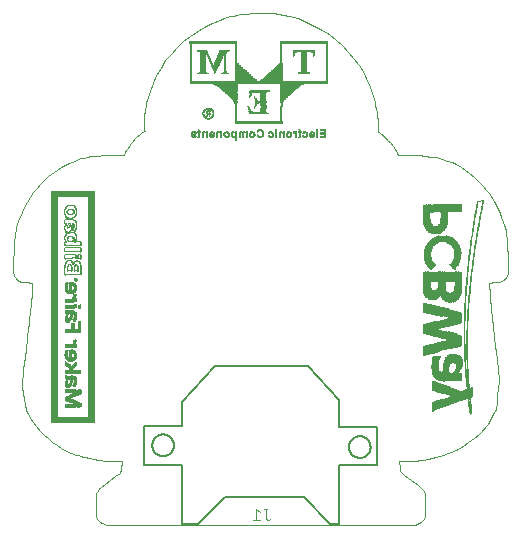
<source format=gbo>
G75*
%MOIN*%
%OFA0B0*%
%FSLAX25Y25*%
%IPPOS*%
%LPD*%
%AMOC8*
5,1,8,0,0,1.08239X$1,22.5*
%
%ADD10C,0.00394*%
%ADD11C,0.00500*%
%ADD12C,0.00400*%
%ADD13R,0.00500X0.00020*%
%ADD14R,0.00500X0.00020*%
%ADD15R,0.02000X0.00020*%
%ADD16R,0.00400X0.00020*%
%ADD17R,0.00580X0.00020*%
%ADD18R,0.00680X0.00020*%
%ADD19R,0.00660X0.00020*%
%ADD20R,0.00420X0.00020*%
%ADD21R,0.00660X0.00020*%
%ADD22R,0.00420X0.00020*%
%ADD23R,0.00680X0.00020*%
%ADD24R,0.00580X0.00020*%
%ADD25R,0.00740X0.00020*%
%ADD26R,0.02000X0.00020*%
%ADD27R,0.00400X0.00020*%
%ADD28R,0.00580X0.00020*%
%ADD29R,0.00680X0.00020*%
%ADD30R,0.00660X0.00020*%
%ADD31R,0.00420X0.00020*%
%ADD32R,0.00660X0.00020*%
%ADD33R,0.00420X0.00020*%
%ADD34R,0.00680X0.00020*%
%ADD35R,0.00580X0.00020*%
%ADD36R,0.00740X0.00020*%
%ADD37R,0.02080X0.00020*%
%ADD38R,0.01100X0.00020*%
%ADD39R,0.01080X0.00020*%
%ADD40R,0.00760X0.00020*%
%ADD41R,0.01080X0.00020*%
%ADD42R,0.01000X0.00020*%
%ADD43R,0.00840X0.00020*%
%ADD44R,0.00840X0.00020*%
%ADD45R,0.01180X0.00020*%
%ADD46R,0.02080X0.00020*%
%ADD47R,0.01100X0.00020*%
%ADD48R,0.01080X0.00020*%
%ADD49R,0.00760X0.00020*%
%ADD50R,0.01080X0.00020*%
%ADD51R,0.01000X0.00020*%
%ADD52R,0.00840X0.00020*%
%ADD53R,0.00840X0.00020*%
%ADD54R,0.01180X0.00020*%
%ADD55R,0.01260X0.00020*%
%ADD56R,0.01240X0.00020*%
%ADD57R,0.01240X0.00020*%
%ADD58R,0.01400X0.00020*%
%ADD59R,0.01340X0.00020*%
%ADD60R,0.01420X0.00020*%
%ADD61R,0.01260X0.00020*%
%ADD62R,0.01240X0.00020*%
%ADD63R,0.01240X0.00020*%
%ADD64R,0.01400X0.00020*%
%ADD65R,0.01340X0.00020*%
%ADD66R,0.01420X0.00020*%
%ADD67R,0.01500X0.00020*%
%ADD68R,0.01580X0.00020*%
%ADD69R,0.01660X0.00020*%
%ADD70R,0.00920X0.00020*%
%ADD71R,0.01500X0.00020*%
%ADD72R,0.01580X0.00020*%
%ADD73R,0.01660X0.00020*%
%ADD74R,0.00920X0.00020*%
%ADD75R,0.01580X0.00020*%
%ADD76R,0.01600X0.00020*%
%ADD77R,0.01760X0.00020*%
%ADD78R,0.01740X0.00020*%
%ADD79R,0.01580X0.00020*%
%ADD80R,0.01600X0.00020*%
%ADD81R,0.01760X0.00020*%
%ADD82R,0.01740X0.00020*%
%ADD83R,0.00600X0.00020*%
%ADD84R,0.00600X0.00020*%
%ADD85R,0.00180X0.00020*%
%ADD86R,0.00240X0.00020*%
%ADD87R,0.00340X0.00020*%
%ADD88R,0.00180X0.00020*%
%ADD89R,0.00240X0.00020*%
%ADD90R,0.00340X0.00020*%
%ADD91R,0.01160X0.00020*%
%ADD92R,0.01160X0.00020*%
%ADD93R,0.01820X0.00020*%
%ADD94R,0.00260X0.00020*%
%ADD95R,0.01840X0.00020*%
%ADD96R,0.01340X0.00020*%
%ADD97R,0.01820X0.00020*%
%ADD98R,0.00260X0.00020*%
%ADD99R,0.01840X0.00020*%
%ADD100R,0.01340X0.00020*%
%ADD101R,0.01920X0.00020*%
%ADD102R,0.00900X0.00020*%
%ADD103R,0.01920X0.00020*%
%ADD104R,0.00900X0.00020*%
%ADD105R,0.00080X0.00020*%
%ADD106R,0.00080X0.00020*%
%ADD107R,0.00080X0.00020*%
%ADD108R,0.00080X0.00020*%
%ADD109R,0.00820X0.00020*%
%ADD110R,0.00820X0.00020*%
%ADD111R,0.01760X0.00020*%
%ADD112R,0.02840X0.00020*%
%ADD113R,0.01760X0.00020*%
%ADD114R,0.02840X0.00020*%
%ADD115R,0.01420X0.00020*%
%ADD116R,0.01660X0.00020*%
%ADD117R,0.01320X0.00020*%
%ADD118R,0.01420X0.00020*%
%ADD119R,0.01660X0.00020*%
%ADD120R,0.01320X0.00020*%
%ADD121R,0.01180X0.00020*%
%ADD122R,0.01160X0.00020*%
%ADD123R,0.01180X0.00020*%
%ADD124R,0.01160X0.00020*%
%ADD125R,0.00820X0.00020*%
%ADD126R,0.00920X0.00020*%
%ADD127R,0.00820X0.00020*%
%ADD128R,0.00920X0.00020*%
%ADD129R,0.00340X0.00020*%
%ADD130R,0.00340X0.00020*%
%ADD131R,0.00160X0.00020*%
%ADD132R,0.00160X0.00020*%
%ADD133R,0.01920X0.00020*%
%ADD134R,0.01920X0.00020*%
%ADD135R,0.15840X0.00020*%
%ADD136R,0.15840X0.00020*%
%ADD137R,0.01820X0.00020*%
%ADD138R,0.01820X0.00020*%
%ADD139R,0.00320X0.00020*%
%ADD140R,0.00320X0.00020*%
%ADD141R,0.00320X0.00020*%
%ADD142R,0.00320X0.00020*%
%ADD143R,0.06740X0.00020*%
%ADD144R,0.06740X0.00020*%
%ADD145R,0.06820X0.00020*%
%ADD146R,0.06820X0.00020*%
%ADD147R,0.06480X0.00020*%
%ADD148R,0.06480X0.00020*%
%ADD149R,0.06080X0.00020*%
%ADD150R,0.06080X0.00020*%
%ADD151R,0.05980X0.00020*%
%ADD152R,0.05980X0.00020*%
%ADD153R,0.02420X0.00020*%
%ADD154R,0.02420X0.00020*%
%ADD155R,0.02160X0.00020*%
%ADD156R,0.02160X0.00020*%
%ADD157R,0.02080X0.00020*%
%ADD158R,0.02080X0.00020*%
%ADD159R,0.01840X0.00020*%
%ADD160R,0.01840X0.00020*%
%ADD161R,0.03740X0.00020*%
%ADD162R,0.03740X0.00020*%
%ADD163R,0.01680X0.00020*%
%ADD164R,0.01680X0.00020*%
%ADD165R,0.02180X0.00020*%
%ADD166R,0.02180X0.00020*%
%ADD167R,0.02260X0.00020*%
%ADD168R,0.02260X0.00020*%
%ADD169R,0.02340X0.00020*%
%ADD170R,0.02340X0.00020*%
%ADD171R,0.02340X0.00020*%
%ADD172R,0.02420X0.00020*%
%ADD173R,0.02340X0.00020*%
%ADD174R,0.02420X0.00020*%
%ADD175R,0.02500X0.00020*%
%ADD176R,0.02500X0.00020*%
%ADD177R,0.02580X0.00020*%
%ADD178R,0.02580X0.00020*%
%ADD179R,0.02680X0.00020*%
%ADD180R,0.02680X0.00020*%
%ADD181R,0.02760X0.00020*%
%ADD182R,0.02840X0.00020*%
%ADD183R,0.02760X0.00020*%
%ADD184R,0.02840X0.00020*%
%ADD185R,0.02920X0.00020*%
%ADD186R,0.02920X0.00020*%
%ADD187R,0.03000X0.00020*%
%ADD188R,0.03000X0.00020*%
%ADD189R,0.03080X0.00020*%
%ADD190R,0.03080X0.00020*%
%ADD191R,0.03180X0.00020*%
%ADD192R,0.03180X0.00020*%
%ADD193R,0.03260X0.00020*%
%ADD194R,0.03260X0.00020*%
%ADD195R,0.03340X0.00020*%
%ADD196R,0.03340X0.00020*%
%ADD197R,0.03340X0.00020*%
%ADD198R,0.03340X0.00020*%
%ADD199R,0.03420X0.00020*%
%ADD200R,0.03420X0.00020*%
%ADD201R,0.03500X0.00020*%
%ADD202R,0.03500X0.00020*%
%ADD203R,0.03580X0.00020*%
%ADD204R,0.03680X0.00020*%
%ADD205R,0.03580X0.00020*%
%ADD206R,0.03680X0.00020*%
%ADD207R,0.03760X0.00020*%
%ADD208R,0.03760X0.00020*%
%ADD209R,0.03840X0.00020*%
%ADD210R,0.03840X0.00020*%
%ADD211R,0.03840X0.00020*%
%ADD212R,0.03840X0.00020*%
%ADD213R,0.03920X0.00020*%
%ADD214R,0.03920X0.00020*%
%ADD215R,0.04000X0.00020*%
%ADD216R,0.04000X0.00020*%
%ADD217R,0.04080X0.00020*%
%ADD218R,0.04080X0.00020*%
%ADD219R,0.04180X0.00020*%
%ADD220R,0.04180X0.00020*%
%ADD221R,0.04260X0.00020*%
%ADD222R,0.05660X0.00020*%
%ADD223R,0.04260X0.00020*%
%ADD224R,0.05660X0.00020*%
%ADD225R,0.04340X0.00020*%
%ADD226R,0.05740X0.00020*%
%ADD227R,0.04420X0.00020*%
%ADD228R,0.04340X0.00020*%
%ADD229R,0.05740X0.00020*%
%ADD230R,0.04420X0.00020*%
%ADD231R,0.04500X0.00020*%
%ADD232R,0.05920X0.00020*%
%ADD233R,0.04500X0.00020*%
%ADD234R,0.05920X0.00020*%
%ADD235R,0.04580X0.00020*%
%ADD236R,0.06580X0.00020*%
%ADD237R,0.04580X0.00020*%
%ADD238R,0.06580X0.00020*%
%ADD239R,0.04680X0.00020*%
%ADD240R,0.04680X0.00020*%
%ADD241R,0.04760X0.00020*%
%ADD242R,0.04760X0.00020*%
%ADD243R,0.04840X0.00020*%
%ADD244R,0.04840X0.00020*%
%ADD245R,0.04840X0.00020*%
%ADD246R,0.04840X0.00020*%
%ADD247R,0.04920X0.00020*%
%ADD248R,0.04920X0.00020*%
%ADD249R,0.05000X0.00020*%
%ADD250R,0.05080X0.00020*%
%ADD251R,0.05000X0.00020*%
%ADD252R,0.05080X0.00020*%
%ADD253R,0.05180X0.00020*%
%ADD254R,0.05180X0.00020*%
%ADD255R,0.05260X0.00020*%
%ADD256R,0.05260X0.00020*%
%ADD257R,0.05340X0.00020*%
%ADD258R,0.05340X0.00020*%
%ADD259R,0.05340X0.00020*%
%ADD260R,0.05340X0.00020*%
%ADD261R,0.05420X0.00020*%
%ADD262R,0.05420X0.00020*%
%ADD263R,0.05500X0.00020*%
%ADD264R,0.05500X0.00020*%
%ADD265R,0.05580X0.00020*%
%ADD266R,0.05680X0.00020*%
%ADD267R,0.05580X0.00020*%
%ADD268R,0.05680X0.00020*%
%ADD269R,0.05760X0.00020*%
%ADD270R,0.05760X0.00020*%
%ADD271R,0.05840X0.00020*%
%ADD272R,0.05840X0.00020*%
%ADD273R,0.05840X0.00020*%
%ADD274R,0.05840X0.00020*%
%ADD275R,0.06000X0.00020*%
%ADD276R,0.06000X0.00020*%
%ADD277R,0.06180X0.00020*%
%ADD278R,0.06180X0.00020*%
%ADD279R,0.06260X0.00020*%
%ADD280R,0.06260X0.00020*%
%ADD281R,0.06340X0.00020*%
%ADD282R,0.06340X0.00020*%
%ADD283R,0.06340X0.00020*%
%ADD284R,0.06500X0.00020*%
%ADD285R,0.06340X0.00020*%
%ADD286R,0.06500X0.00020*%
%ADD287R,0.06420X0.00020*%
%ADD288R,0.06420X0.00020*%
%ADD289R,0.06680X0.00020*%
%ADD290R,0.06680X0.00020*%
%ADD291R,0.06840X0.00020*%
%ADD292R,0.06840X0.00020*%
%ADD293R,0.06760X0.00020*%
%ADD294R,0.07000X0.00020*%
%ADD295R,0.06760X0.00020*%
%ADD296R,0.07000X0.00020*%
%ADD297R,0.06920X0.00020*%
%ADD298R,0.07080X0.00020*%
%ADD299R,0.06920X0.00020*%
%ADD300R,0.07080X0.00020*%
%ADD301R,0.07260X0.00020*%
%ADD302R,0.07260X0.00020*%
%ADD303R,0.07180X0.00020*%
%ADD304R,0.07420X0.00020*%
%ADD305R,0.07180X0.00020*%
%ADD306R,0.07420X0.00020*%
%ADD307R,0.07340X0.00020*%
%ADD308R,0.07680X0.00020*%
%ADD309R,0.07340X0.00020*%
%ADD310R,0.07680X0.00020*%
%ADD311R,0.07500X0.00020*%
%ADD312R,0.07840X0.00020*%
%ADD313R,0.07500X0.00020*%
%ADD314R,0.07840X0.00020*%
%ADD315R,0.07760X0.00020*%
%ADD316R,0.08180X0.00020*%
%ADD317R,0.07760X0.00020*%
%ADD318R,0.08180X0.00020*%
%ADD319R,0.08080X0.00020*%
%ADD320R,0.08580X0.00020*%
%ADD321R,0.08080X0.00020*%
%ADD322R,0.08580X0.00020*%
%ADD323R,0.08840X0.00020*%
%ADD324R,0.09340X0.00020*%
%ADD325R,0.08840X0.00020*%
%ADD326R,0.09340X0.00020*%
%ADD327R,0.46160X0.00020*%
%ADD328R,0.46160X0.00020*%
%ADD329R,0.07580X0.00020*%
%ADD330R,0.07580X0.00020*%
%ADD331R,0.07420X0.00020*%
%ADD332R,0.07420X0.00020*%
%ADD333R,0.07180X0.00020*%
%ADD334R,0.07180X0.00020*%
%ADD335R,0.07080X0.00020*%
%ADD336R,0.07080X0.00020*%
%ADD337R,0.06840X0.00020*%
%ADD338R,0.06840X0.00020*%
%ADD339R,0.06680X0.00020*%
%ADD340R,0.06680X0.00020*%
%ADD341R,0.06580X0.00020*%
%ADD342R,0.06580X0.00020*%
%ADD343R,0.06420X0.00020*%
%ADD344R,0.06420X0.00020*%
%ADD345R,0.06180X0.00020*%
%ADD346R,0.06180X0.00020*%
%ADD347R,0.06080X0.00020*%
%ADD348R,0.06080X0.00020*%
%ADD349R,0.05920X0.00020*%
%ADD350R,0.05920X0.00020*%
%ADD351R,0.05580X0.00020*%
%ADD352R,0.05680X0.00020*%
%ADD353R,0.05580X0.00020*%
%ADD354R,0.05680X0.00020*%
%ADD355R,0.05420X0.00020*%
%ADD356R,0.05420X0.00020*%
%ADD357R,0.05180X0.00020*%
%ADD358R,0.05180X0.00020*%
%ADD359R,0.05080X0.00020*%
%ADD360R,0.05080X0.00020*%
%ADD361R,0.04920X0.00020*%
%ADD362R,0.04920X0.00020*%
%ADD363R,0.04680X0.00020*%
%ADD364R,0.02660X0.00020*%
%ADD365R,0.04080X0.00020*%
%ADD366R,0.04680X0.00020*%
%ADD367R,0.02660X0.00020*%
%ADD368R,0.04080X0.00020*%
%ADD369R,0.04580X0.00020*%
%ADD370R,0.04580X0.00020*%
%ADD371R,0.03240X0.00020*%
%ADD372R,0.03240X0.00020*%
%ADD373R,0.04420X0.00020*%
%ADD374R,0.02600X0.00020*%
%ADD375R,0.04420X0.00020*%
%ADD376R,0.02600X0.00020*%
%ADD377R,0.02920X0.00020*%
%ADD378R,0.02320X0.00020*%
%ADD379R,0.02920X0.00020*%
%ADD380R,0.02320X0.00020*%
%ADD381R,0.02320X0.00020*%
%ADD382R,0.02320X0.00020*%
%ADD383R,0.03920X0.00020*%
%ADD384R,0.03920X0.00020*%
%ADD385R,0.03680X0.00020*%
%ADD386R,0.03680X0.00020*%
%ADD387R,0.03580X0.00020*%
%ADD388R,0.03580X0.00020*%
%ADD389R,0.03420X0.00020*%
%ADD390R,0.03420X0.00020*%
%ADD391R,0.03180X0.00020*%
%ADD392R,0.03180X0.00020*%
%ADD393R,0.03080X0.00020*%
%ADD394R,0.03080X0.00020*%
%ADD395R,0.02680X0.00020*%
%ADD396R,0.02680X0.00020*%
%ADD397R,0.02580X0.00020*%
%ADD398R,0.02580X0.00020*%
%ADD399R,0.02180X0.00020*%
%ADD400R,0.02180X0.00020*%
%ADD401R,0.02240X0.00020*%
%ADD402R,0.02240X0.00020*%
%ADD403R,0.01680X0.00020*%
%ADD404R,0.01680X0.00020*%
%ADD405R,0.01900X0.00020*%
%ADD406R,0.01900X0.00020*%
%ADD407R,0.00240X0.00020*%
%ADD408R,0.00240X0.00020*%
%ADD409R,0.00740X0.00020*%
%ADD410R,0.00740X0.00020*%
%ADD411R,0.02400X0.00020*%
%ADD412R,0.02400X0.00020*%
%ADD413R,0.02660X0.00020*%
%ADD414R,0.02660X0.00020*%
%ADD415R,0.03160X0.00020*%
%ADD416R,0.03160X0.00020*%
%ADD417R,0.15920X0.00020*%
%ADD418R,0.15920X0.00020*%
%ADD419R,0.00030X0.77280*%
%ADD420R,0.00030X0.77280*%
%ADD421R,0.00030X0.02010*%
%ADD422R,0.00030X0.01890*%
%ADD423R,0.00030X0.02010*%
%ADD424R,0.00030X0.01890*%
%ADD425R,0.00030X0.00240*%
%ADD426R,0.00030X0.00480*%
%ADD427R,0.00030X0.00240*%
%ADD428R,0.00030X0.00480*%
%ADD429R,0.00030X0.00510*%
%ADD430R,0.00030X0.03390*%
%ADD431R,0.00030X0.01500*%
%ADD432R,0.00030X0.01380*%
%ADD433R,0.00030X0.01380*%
%ADD434R,0.00030X0.01860*%
%ADD435R,0.00030X0.00510*%
%ADD436R,0.00030X0.03390*%
%ADD437R,0.00030X0.01500*%
%ADD438R,0.00030X0.01380*%
%ADD439R,0.00030X0.01380*%
%ADD440R,0.00030X0.01860*%
%ADD441R,0.00030X0.01260*%
%ADD442R,0.00030X0.01230*%
%ADD443R,0.00030X0.01350*%
%ADD444R,0.00030X0.01890*%
%ADD445R,0.00030X0.01770*%
%ADD446R,0.00030X0.00390*%
%ADD447R,0.00030X0.01620*%
%ADD448R,0.00030X0.00270*%
%ADD449R,0.00030X0.00630*%
%ADD450R,0.00030X0.00270*%
%ADD451R,0.00030X0.00630*%
%ADD452R,0.00030X0.01260*%
%ADD453R,0.00030X0.01230*%
%ADD454R,0.00030X0.01350*%
%ADD455R,0.00030X0.01890*%
%ADD456R,0.00030X0.01770*%
%ADD457R,0.00030X0.00390*%
%ADD458R,0.00030X0.01620*%
%ADD459R,0.00030X0.00270*%
%ADD460R,0.00030X0.00630*%
%ADD461R,0.00030X0.00270*%
%ADD462R,0.00030X0.00630*%
%ADD463R,0.00030X0.02610*%
%ADD464R,0.00030X0.00120*%
%ADD465R,0.00030X0.00510*%
%ADD466R,0.00030X0.00750*%
%ADD467R,0.00030X0.00360*%
%ADD468R,0.00030X0.00390*%
%ADD469R,0.00030X0.00360*%
%ADD470R,0.00030X0.02610*%
%ADD471R,0.00030X0.00120*%
%ADD472R,0.00030X0.00510*%
%ADD473R,0.00030X0.00750*%
%ADD474R,0.00030X0.00360*%
%ADD475R,0.00030X0.00390*%
%ADD476R,0.00030X0.00360*%
%ADD477R,0.00030X0.02130*%
%ADD478R,0.00030X0.03000*%
%ADD479R,0.00030X0.02130*%
%ADD480R,0.00030X0.03000*%
%ADD481R,0.00030X0.03990*%
%ADD482R,0.00030X0.03390*%
%ADD483R,0.00030X0.03870*%
%ADD484R,0.00030X0.00240*%
%ADD485R,0.00030X0.03990*%
%ADD486R,0.00030X0.03390*%
%ADD487R,0.00030X0.03870*%
%ADD488R,0.00030X0.00240*%
%ADD489R,0.00030X0.03510*%
%ADD490R,0.00030X0.03510*%
%ADD491R,0.00030X0.01740*%
%ADD492R,0.00030X0.04110*%
%ADD493R,0.00030X0.03630*%
%ADD494R,0.00030X0.01740*%
%ADD495R,0.00030X0.04110*%
%ADD496R,0.00030X0.03630*%
%ADD497R,0.00030X0.01620*%
%ADD498R,0.00030X0.01140*%
%ADD499R,0.00030X0.01110*%
%ADD500R,0.00030X0.00990*%
%ADD501R,0.00030X0.01140*%
%ADD502R,0.00030X0.01620*%
%ADD503R,0.00030X0.01140*%
%ADD504R,0.00030X0.01110*%
%ADD505R,0.00030X0.00990*%
%ADD506R,0.00030X0.01140*%
%ADD507R,0.00030X0.00600*%
%ADD508R,0.00030X0.01860*%
%ADD509R,0.00030X0.00480*%
%ADD510R,0.00030X0.01260*%
%ADD511R,0.00030X0.00600*%
%ADD512R,0.00030X0.01860*%
%ADD513R,0.00030X0.00480*%
%ADD514R,0.00030X0.01260*%
%ADD515R,0.00030X0.01980*%
%ADD516R,0.00030X0.01980*%
%ADD517R,0.00030X0.00120*%
%ADD518R,0.00030X0.00120*%
%ADD519R,0.00030X0.02100*%
%ADD520R,0.00030X0.02100*%
%ADD521R,0.00030X0.02250*%
%ADD522R,0.00030X0.03240*%
%ADD523R,0.00030X0.02250*%
%ADD524R,0.00030X0.03240*%
%ADD525R,0.00030X0.03120*%
%ADD526R,0.00030X0.03120*%
%ADD527R,0.00030X0.04140*%
%ADD528R,0.00030X0.04140*%
%ADD529R,0.00030X0.02130*%
%ADD530R,0.00030X0.03630*%
%ADD531R,0.00030X0.00870*%
%ADD532R,0.00030X0.02130*%
%ADD533R,0.00030X0.03630*%
%ADD534R,0.00030X0.00870*%
%ADD535R,0.00030X0.01020*%
%ADD536R,0.00030X0.03360*%
%ADD537R,0.00030X0.03480*%
%ADD538R,0.00030X0.01020*%
%ADD539R,0.00030X0.03360*%
%ADD540R,0.00030X0.03480*%
%ADD541R,0.00030X0.02880*%
%ADD542R,0.00030X0.00150*%
%ADD543R,0.00030X0.02880*%
%ADD544R,0.00030X0.00150*%
%ADD545R,0.00030X0.03270*%
%ADD546R,0.00030X0.03270*%
%ADD547R,0.00030X0.01110*%
%ADD548R,0.00030X0.02370*%
%ADD549R,0.00030X0.02760*%
%ADD550R,0.00030X0.02490*%
%ADD551R,0.00030X0.01110*%
%ADD552R,0.00030X0.02370*%
%ADD553R,0.00030X0.02760*%
%ADD554R,0.00030X0.02490*%
%ADD555R,0.00030X0.02010*%
%ADD556R,0.00030X0.02010*%
%ADD557R,0.00030X0.02730*%
%ADD558R,0.00030X0.02730*%
%ADD559R,0.00030X0.02640*%
%ADD560R,0.00030X0.02640*%
%ADD561R,0.00030X0.03360*%
%ADD562R,0.00030X0.03270*%
%ADD563R,0.00030X0.03360*%
%ADD564R,0.00030X0.03270*%
%ADD565R,0.00030X0.03150*%
%ADD566R,0.00030X0.03150*%
%ADD567R,0.00030X0.02850*%
%ADD568R,0.00030X0.02850*%
%ADD569R,0.00030X0.02370*%
%ADD570R,0.00030X0.00870*%
%ADD571R,0.00030X0.02370*%
%ADD572R,0.00030X0.00870*%
%ADD573R,0.00030X0.00900*%
%ADD574R,0.00030X0.00900*%
%ADD575R,0.00030X0.04020*%
%ADD576R,0.00030X0.04020*%
%ADD577R,0.00030X0.03900*%
%ADD578R,0.00030X0.03900*%
%ADD579R,0.00030X0.01650*%
%ADD580R,0.00030X0.01650*%
%ADD581R,0.00030X0.02760*%
%ADD582R,0.00030X0.02760*%
%ADD583R,0.00030X0.05250*%
%ADD584R,0.00030X0.05250*%
%ADD585R,0.00030X0.02520*%
%ADD586R,0.00030X0.03870*%
%ADD587R,0.00030X0.01770*%
%ADD588R,0.00030X0.02520*%
%ADD589R,0.00030X0.03870*%
%ADD590R,0.00030X0.01770*%
%ADD591R,0.00030X0.02880*%
%ADD592R,0.00030X0.04620*%
%ADD593R,0.00030X0.02880*%
%ADD594R,0.00030X0.04620*%
%ADD595R,0.00030X0.03120*%
%ADD596R,0.00030X0.02610*%
%ADD597R,0.00030X0.05010*%
%ADD598R,0.00030X0.03120*%
%ADD599R,0.00030X0.02610*%
%ADD600R,0.00030X0.05010*%
%ADD601R,0.00030X0.04500*%
%ADD602R,0.00030X0.04380*%
%ADD603R,0.00030X0.03750*%
%ADD604R,0.00030X0.04500*%
%ADD605R,0.00030X0.04380*%
%ADD606R,0.00030X0.03750*%
%ADD607R,0.00030X0.15390*%
%ADD608R,0.00030X0.15390*%
%ADD609R,0.00030X0.09750*%
%ADD610R,0.00030X0.09750*%
%ADD611R,0.00030X0.02730*%
%ADD612R,0.00030X0.02730*%
%ADD613R,0.00030X0.04230*%
%ADD614R,0.00030X0.04230*%
%ADD615R,0.00030X0.06240*%
%ADD616R,0.00030X0.06240*%
%ADD617R,0.00030X0.14520*%
%ADD618R,0.00030X0.14520*%
%ADD619R,0.00030X0.05400*%
%ADD620R,0.00030X0.05400*%
%ADD621R,0.00030X0.03240*%
%ADD622R,0.00030X0.03240*%
%ADD623R,0.00030X0.06510*%
%ADD624R,0.00030X0.03510*%
%ADD625R,0.00030X0.06510*%
%ADD626R,0.00030X0.03510*%
%ADD627R,0.00030X0.07260*%
%ADD628R,0.00030X0.07260*%
%ADD629R,0.00030X0.07620*%
%ADD630R,0.00030X0.07620*%
%ADD631R,0.00030X0.08010*%
%ADD632R,0.00030X0.08010*%
%ADD633R,0.00030X0.08250*%
%ADD634R,0.00030X0.04740*%
%ADD635R,0.00030X0.08250*%
%ADD636R,0.00030X0.04740*%
%ADD637R,0.00030X0.04860*%
%ADD638R,0.00030X0.08490*%
%ADD639R,0.00030X0.05010*%
%ADD640R,0.00030X0.04860*%
%ADD641R,0.00030X0.08490*%
%ADD642R,0.00030X0.05010*%
%ADD643R,0.00030X0.08760*%
%ADD644R,0.00030X0.05130*%
%ADD645R,0.00030X0.08760*%
%ADD646R,0.00030X0.05130*%
%ADD647R,0.00030X0.05880*%
%ADD648R,0.00030X0.08880*%
%ADD649R,0.00030X0.05370*%
%ADD650R,0.00030X0.05880*%
%ADD651R,0.00030X0.08880*%
%ADD652R,0.00030X0.05370*%
%ADD653R,0.00030X0.06360*%
%ADD654R,0.00030X0.09000*%
%ADD655R,0.00030X0.08640*%
%ADD656R,0.00030X0.06360*%
%ADD657R,0.00030X0.09000*%
%ADD658R,0.00030X0.08640*%
%ADD659R,0.00030X0.06900*%
%ADD660R,0.00030X0.09120*%
%ADD661R,0.00030X0.06900*%
%ADD662R,0.00030X0.09120*%
%ADD663R,0.00030X0.07260*%
%ADD664R,0.00030X0.09240*%
%ADD665R,0.00030X0.08760*%
%ADD666R,0.00030X0.03990*%
%ADD667R,0.00030X0.07260*%
%ADD668R,0.00030X0.09240*%
%ADD669R,0.00030X0.08760*%
%ADD670R,0.00030X0.03990*%
%ADD671R,0.00030X0.07620*%
%ADD672R,0.00030X0.09360*%
%ADD673R,0.00030X0.07620*%
%ADD674R,0.00030X0.09360*%
%ADD675R,0.00030X0.07860*%
%ADD676R,0.00030X0.09510*%
%ADD677R,0.00030X0.08880*%
%ADD678R,0.00030X0.07860*%
%ADD679R,0.00030X0.09510*%
%ADD680R,0.00030X0.08880*%
%ADD681R,0.00030X0.08400*%
%ADD682R,0.00030X0.09630*%
%ADD683R,0.00030X0.08400*%
%ADD684R,0.00030X0.09630*%
%ADD685R,0.00030X0.08640*%
%ADD686R,0.00030X0.04380*%
%ADD687R,0.00030X0.08640*%
%ADD688R,0.00030X0.04380*%
%ADD689R,0.00030X0.04620*%
%ADD690R,0.00030X0.04530*%
%ADD691R,0.00030X0.03600*%
%ADD692R,0.00030X0.04620*%
%ADD693R,0.00030X0.04530*%
%ADD694R,0.00030X0.03600*%
%ADD695R,0.00030X0.09120*%
%ADD696R,0.00030X0.09870*%
%ADD697R,0.00030X0.04650*%
%ADD698R,0.00030X0.09120*%
%ADD699R,0.00030X0.09870*%
%ADD700R,0.00030X0.04650*%
%ADD701R,0.00030X0.09480*%
%ADD702R,0.00030X0.09480*%
%ADD703R,0.00030X0.05130*%
%ADD704R,0.00030X0.04770*%
%ADD705R,0.00030X0.04890*%
%ADD706R,0.00030X0.05130*%
%ADD707R,0.00030X0.04770*%
%ADD708R,0.00030X0.04890*%
%ADD709R,0.00030X0.05610*%
%ADD710R,0.00030X0.05610*%
%ADD711R,0.00030X0.05370*%
%ADD712R,0.00030X0.05370*%
%ADD713R,0.00030X0.02640*%
%ADD714R,0.00030X0.02640*%
%ADD715R,0.00030X0.05490*%
%ADD716R,0.00030X0.05490*%
%ADD717R,0.00030X0.05730*%
%ADD718R,0.00030X0.05730*%
%ADD719R,0.00030X0.08520*%
%ADD720R,0.00030X0.08520*%
%ADD721R,0.00030X0.06630*%
%ADD722R,0.00030X0.06630*%
%ADD723R,0.00030X0.07110*%
%ADD724R,0.00030X0.08130*%
%ADD725R,0.00030X0.07110*%
%ADD726R,0.00030X0.08130*%
%ADD727R,0.00030X0.07500*%
%ADD728R,0.00030X0.03480*%
%ADD729R,0.00030X0.08010*%
%ADD730R,0.00030X0.07500*%
%ADD731R,0.00030X0.03480*%
%ADD732R,0.00030X0.08010*%
%ADD733R,0.00030X0.07740*%
%ADD734R,0.00030X0.07770*%
%ADD735R,0.00030X0.07740*%
%ADD736R,0.00030X0.07770*%
%ADD737R,0.00030X0.08370*%
%ADD738R,0.00030X0.07020*%
%ADD739R,0.00030X0.08370*%
%ADD740R,0.00030X0.07020*%
%ADD741R,0.00030X0.06270*%
%ADD742R,0.00030X0.06270*%
%ADD743R,0.00030X0.05640*%
%ADD744R,0.00030X0.05640*%
%ADD745R,0.00030X0.08610*%
%ADD746R,0.00030X0.08610*%
%ADD747R,0.00030X0.09360*%
%ADD748R,0.00030X0.09360*%
%ADD749R,0.00030X0.04980*%
%ADD750R,0.00030X0.04980*%
%ADD751R,0.00030X0.08370*%
%ADD752R,0.00030X0.03030*%
%ADD753R,0.00030X0.08370*%
%ADD754R,0.00030X0.03030*%
%ADD755R,0.00030X0.08100*%
%ADD756R,0.00030X0.08100*%
%ADD757R,0.00030X0.07980*%
%ADD758R,0.00030X0.07980*%
%ADD759R,0.00030X0.07860*%
%ADD760R,0.00030X0.07860*%
%ADD761R,0.00030X0.07350*%
%ADD762R,0.00030X0.07350*%
%ADD763R,0.00030X0.07230*%
%ADD764R,0.00030X0.07230*%
%ADD765R,0.00030X0.06990*%
%ADD766R,0.00030X0.06990*%
%ADD767R,0.00030X0.06870*%
%ADD768R,0.00030X0.06870*%
%ADD769R,0.00030X0.06600*%
%ADD770R,0.00030X0.06600*%
%ADD771R,0.00030X0.06120*%
%ADD772R,0.00030X0.06120*%
%ADD773R,0.00030X0.05100*%
%ADD774R,0.00030X0.05100*%
%ADD775R,0.00030X0.04140*%
%ADD776R,0.00030X0.04350*%
%ADD777R,0.00030X0.04140*%
%ADD778R,0.00030X0.04350*%
%ADD779R,0.00030X0.04860*%
%ADD780R,0.00030X0.04230*%
%ADD781R,0.00030X0.04860*%
%ADD782R,0.00030X0.04230*%
%ADD783R,0.00030X0.08610*%
%ADD784R,0.00030X0.06750*%
%ADD785R,0.00030X0.08610*%
%ADD786R,0.00030X0.06750*%
%ADD787R,0.00030X0.05760*%
%ADD788R,0.00030X0.05760*%
%ADD789R,0.00030X0.07380*%
%ADD790R,0.00030X0.07380*%
%ADD791R,0.00030X0.07380*%
%ADD792R,0.00030X0.07380*%
%ADD793R,0.00030X0.05610*%
%ADD794R,0.00030X0.05610*%
D10*
X0027228Y0036301D02*
X0028907Y0035531D01*
X0030613Y0034956D01*
X0030958Y0034840D01*
X0031373Y0034712D01*
X0031832Y0034579D01*
X0032290Y0034446D01*
X0032790Y0034309D01*
X0033819Y0034039D01*
X0034348Y0033907D01*
X0034862Y0033785D01*
X0035376Y0033664D01*
X0035875Y0033552D01*
X0036332Y0033458D01*
X0036808Y0033360D01*
X0037340Y0033266D01*
X0037897Y0033181D01*
X0038454Y0033095D01*
X0039034Y0033017D01*
X0039608Y0032951D01*
X0040182Y0032884D01*
X0040748Y0032830D01*
X0041276Y0032790D01*
X0041803Y0032751D01*
X0042291Y0032727D01*
X0042709Y0032722D01*
X0042873Y0032720D01*
X0043120Y0032717D01*
X0043366Y0032714D01*
X0043694Y0032709D01*
X0044023Y0032705D01*
X0044352Y0032701D01*
X0044682Y0032697D01*
X0044930Y0032694D01*
X0045178Y0032691D01*
X0045345Y0032689D01*
X0045397Y0032689D01*
X0045444Y0032691D01*
X0045491Y0032694D01*
X0045538Y0032697D01*
X0045586Y0032701D01*
X0045679Y0032712D01*
X0045726Y0032718D01*
X0045773Y0032724D01*
X0045820Y0032731D01*
X0045866Y0032738D01*
X0045913Y0032745D01*
X0045871Y0032516D01*
X0045831Y0032300D01*
X0045755Y0031892D01*
X0045719Y0031700D01*
X0045684Y0031517D01*
X0045649Y0031334D01*
X0045616Y0031160D01*
X0045584Y0030994D01*
X0045551Y0030828D01*
X0045520Y0030670D01*
X0045490Y0030516D01*
X0045410Y0030115D01*
X0045172Y0028910D01*
X0043553Y0027695D01*
X0041934Y0026479D01*
X0040314Y0025264D01*
X0038695Y0024048D01*
X0038448Y0023862D01*
X0038225Y0023650D01*
X0038031Y0023417D01*
X0037838Y0023183D01*
X0037672Y0022929D01*
X0037402Y0022390D01*
X0037299Y0022105D01*
X0037228Y0021810D01*
X0037158Y0021515D01*
X0037122Y0021209D01*
X0037122Y0015012D01*
X0037232Y0014494D01*
X0037631Y0013552D01*
X0037919Y0013128D01*
X0038275Y0012772D01*
X0038631Y0012416D01*
X0039055Y0012127D01*
X0039997Y0011729D01*
X0040515Y0011618D01*
X0143486Y0011618D01*
X0144004Y0011729D01*
X0144946Y0012127D01*
X0145370Y0012416D01*
X0145727Y0012772D01*
X0146083Y0013128D01*
X0146371Y0013552D01*
X0146770Y0014494D01*
X0146880Y0015012D01*
X0146880Y0021158D01*
X0146845Y0021458D01*
X0146776Y0021750D01*
X0146708Y0022041D01*
X0146607Y0022323D01*
X0146476Y0022589D01*
X0146345Y0022856D01*
X0146183Y0023108D01*
X0145805Y0023572D01*
X0145589Y0023783D01*
X0145347Y0023969D01*
X0144462Y0024652D01*
X0144020Y0024994D01*
X0143577Y0025335D01*
X0143329Y0025528D01*
X0143046Y0025745D01*
X0142451Y0026200D01*
X0142138Y0026437D01*
X0141829Y0026671D01*
X0141520Y0026905D01*
X0141215Y0027136D01*
X0140932Y0027348D01*
X0140649Y0027560D01*
X0140388Y0027754D01*
X0140169Y0027916D01*
X0139793Y0028195D01*
X0139416Y0028473D01*
X0138664Y0029031D01*
X0138623Y0029340D01*
X0138501Y0030268D01*
X0138469Y0030505D01*
X0138439Y0030733D01*
X0138409Y0030952D01*
X0138379Y0031172D01*
X0138350Y0031383D01*
X0138321Y0031587D01*
X0138292Y0031792D01*
X0138264Y0031989D01*
X0138236Y0032181D01*
X0138208Y0032373D01*
X0138180Y0032558D01*
X0138152Y0032740D01*
X0138194Y0032734D01*
X0138235Y0032728D01*
X0138318Y0032717D01*
X0138359Y0032711D01*
X0138442Y0032701D01*
X0138483Y0032697D01*
X0138525Y0032694D01*
X0138567Y0032691D01*
X0138610Y0032689D01*
X0141395Y0032689D01*
X0141915Y0032715D01*
X0142480Y0032759D01*
X0143044Y0032804D01*
X0143654Y0032867D01*
X0144272Y0032943D01*
X0144889Y0033018D01*
X0145515Y0033106D01*
X0146110Y0033199D01*
X0146706Y0033292D01*
X0147272Y0033390D01*
X0147771Y0033487D01*
X0150344Y0033982D01*
X0152765Y0034702D01*
X0157261Y0036556D01*
X0159334Y0037691D01*
X0161212Y0039017D01*
X0163089Y0040344D01*
X0164770Y0041862D01*
X0167693Y0045250D01*
X0168936Y0047119D01*
X0169936Y0049148D01*
X0169979Y0049235D01*
X0170022Y0049320D01*
X0170064Y0049402D01*
X0170106Y0049484D01*
X0170147Y0049564D01*
X0170229Y0049720D01*
X0170269Y0049796D01*
X0170308Y0049869D01*
X0170348Y0049943D01*
X0170386Y0050015D01*
X0170423Y0050084D01*
X0170703Y0052420D01*
X0170984Y0054756D01*
X0171264Y0057092D01*
X0171544Y0059428D01*
X0171533Y0059510D01*
X0171515Y0059673D01*
X0171467Y0060125D01*
X0171438Y0060414D01*
X0171404Y0060750D01*
X0171370Y0061085D01*
X0171332Y0061467D01*
X0171292Y0061879D01*
X0171252Y0062290D01*
X0171209Y0062731D01*
X0171165Y0063185D01*
X0171120Y0063656D01*
X0171065Y0064182D01*
X0171005Y0064729D01*
X0170944Y0065276D01*
X0170879Y0065843D01*
X0170812Y0066394D01*
X0170746Y0066946D01*
X0170677Y0067482D01*
X0170546Y0068451D01*
X0170482Y0068884D01*
X0170425Y0069230D01*
X0170381Y0069497D01*
X0170334Y0069810D01*
X0170240Y0070485D01*
X0170193Y0070846D01*
X0170148Y0071207D01*
X0170103Y0071569D01*
X0170061Y0071931D01*
X0169988Y0072609D01*
X0169957Y0072925D01*
X0169935Y0073195D01*
X0169910Y0073500D01*
X0169876Y0073878D01*
X0169835Y0074301D01*
X0169794Y0074724D01*
X0169747Y0075191D01*
X0169696Y0075674D01*
X0169645Y0076157D01*
X0169591Y0076655D01*
X0169537Y0077140D01*
X0169482Y0077624D01*
X0169427Y0078096D01*
X0169375Y0078525D01*
X0169325Y0078939D01*
X0169272Y0079395D01*
X0169219Y0079866D01*
X0169167Y0080336D01*
X0169114Y0080821D01*
X0169065Y0081293D01*
X0169016Y0081764D01*
X0168970Y0082222D01*
X0168930Y0082637D01*
X0168890Y0083053D01*
X0168856Y0083427D01*
X0168831Y0083731D01*
X0168813Y0083952D01*
X0168794Y0084177D01*
X0168773Y0084404D01*
X0168752Y0084631D01*
X0168729Y0084860D01*
X0168704Y0085090D01*
X0168678Y0085320D01*
X0168650Y0085550D01*
X0168618Y0085780D01*
X0168585Y0086010D01*
X0168550Y0086239D01*
X0168509Y0086467D01*
X0168519Y0086467D01*
X0168425Y0087924D01*
X0168332Y0089381D01*
X0168238Y0090839D01*
X0168144Y0092296D01*
X0168772Y0092311D01*
X0169401Y0092325D01*
X0170029Y0092339D01*
X0170657Y0092353D01*
X0170919Y0092359D01*
X0171178Y0092391D01*
X0171683Y0092505D01*
X0171929Y0092586D01*
X0172164Y0092691D01*
X0172399Y0092795D01*
X0172624Y0092922D01*
X0172836Y0093071D01*
X0173047Y0093220D01*
X0173245Y0093390D01*
X0173425Y0093581D01*
X0173605Y0093771D02*
X0173765Y0093978D01*
X0173902Y0094197D01*
X0174040Y0094416D01*
X0174155Y0094648D01*
X0174246Y0094889D01*
X0174338Y0095129D01*
X0174406Y0095379D01*
X0174492Y0095889D01*
X0174510Y0096150D01*
X0174502Y0096412D01*
X0174457Y0097860D01*
X0174367Y0100756D01*
X0174322Y0102204D01*
X0174279Y0103556D01*
X0174240Y0104648D01*
X0174185Y0105583D01*
X0174130Y0106518D01*
X0174060Y0107296D01*
X0173957Y0108019D01*
X0173853Y0108742D01*
X0173717Y0109410D01*
X0173343Y0110843D01*
X0173105Y0111606D01*
X0172798Y0112520D01*
X0172275Y0114077D01*
X0171693Y0115535D01*
X0171042Y0116911D01*
X0170391Y0118287D01*
X0169670Y0119582D01*
X0168066Y0122042D01*
X0167183Y0123208D01*
X0166208Y0124328D01*
X0165232Y0125447D01*
X0164164Y0126520D01*
X0162992Y0127564D01*
X0161603Y0128801D01*
X0160189Y0129859D01*
X0158707Y0130754D01*
X0157225Y0131649D01*
X0155675Y0132381D01*
X0154016Y0132965D01*
X0152356Y0133548D01*
X0150587Y0133983D01*
X0148665Y0134285D01*
X0146744Y0134587D01*
X0144670Y0134755D01*
X0142403Y0134804D01*
X0142152Y0134809D01*
X0141764Y0134817D01*
X0141377Y0134826D01*
X0140853Y0134837D01*
X0139762Y0134860D01*
X0139195Y0134873D01*
X0138246Y0134893D01*
X0137865Y0134901D01*
X0137692Y0134904D01*
X0137530Y0135373D01*
X0137342Y0135809D01*
X0137122Y0136229D01*
X0136902Y0136649D01*
X0136650Y0137052D01*
X0136361Y0137453D01*
X0136073Y0137854D01*
X0135748Y0138252D01*
X0135382Y0138663D01*
X0135015Y0139074D01*
X0134608Y0139497D01*
X0134154Y0139948D01*
X0134101Y0140000D01*
X0134050Y0140052D01*
X0134000Y0140102D01*
X0133950Y0140153D01*
X0133902Y0140203D01*
X0133854Y0140252D01*
X0133807Y0140301D01*
X0133761Y0140349D01*
X0133715Y0140396D01*
X0133670Y0140443D01*
X0133626Y0140489D01*
X0133583Y0140535D01*
X0133373Y0140754D01*
X0133168Y0140960D01*
X0132760Y0141350D01*
X0132557Y0141534D01*
X0132351Y0141706D01*
X0132146Y0141879D01*
X0131939Y0142041D01*
X0131514Y0142344D01*
X0131296Y0142485D01*
X0131070Y0142617D01*
X0131108Y0142743D01*
X0131141Y0142870D01*
X0131193Y0143127D01*
X0131213Y0143257D01*
X0131226Y0143387D01*
X0131240Y0143518D01*
X0131246Y0143650D01*
X0131246Y0143782D01*
X0131246Y0143915D01*
X0131239Y0144048D01*
X0131225Y0144181D01*
X0131166Y0144738D01*
X0131107Y0145296D01*
X0131047Y0145854D01*
X0130988Y0146412D01*
X0130839Y0147817D01*
X0130676Y0149070D01*
X0130483Y0150227D01*
X0130291Y0151383D01*
X0130069Y0152443D01*
X0129805Y0153462D01*
X0129540Y0154481D01*
X0129232Y0155459D01*
X0128867Y0156452D01*
X0128501Y0157444D01*
X0128078Y0158452D01*
X0127582Y0159529D01*
X0126350Y0162205D01*
X0124834Y0164703D01*
X0121311Y0169280D01*
X0119303Y0171358D01*
X0117087Y0173196D01*
X0114871Y0175034D01*
X0112447Y0176631D01*
X0109853Y0177956D01*
X0107259Y0179281D01*
X0104494Y0180333D01*
X0101597Y0181081D01*
X0100746Y0181301D01*
X0100006Y0181476D01*
X0099304Y0181616D01*
X0098602Y0181756D01*
X0097938Y0181861D01*
X0096536Y0182015D01*
X0095799Y0182065D01*
X0094951Y0182095D01*
X0094103Y0182125D01*
X0093144Y0182136D01*
X0090593Y0182136D01*
X0089357Y0182106D01*
X0087077Y0181961D01*
X0086033Y0181845D01*
X0085010Y0181675D01*
X0083987Y0181505D01*
X0082985Y0181279D01*
X0081929Y0180986D01*
X0080873Y0180693D01*
X0079764Y0180333D01*
X0078527Y0179892D01*
X0075787Y0178917D01*
X0073184Y0177630D01*
X0068342Y0174521D01*
X0066104Y0172699D01*
X0064091Y0170656D01*
X0062079Y0168612D01*
X0060294Y0166347D01*
X0058779Y0163905D01*
X0057264Y0161463D01*
X0056021Y0158844D01*
X0055093Y0156093D01*
X0054754Y0155088D01*
X0054467Y0154159D01*
X0054226Y0153280D01*
X0053986Y0152401D01*
X0053793Y0151573D01*
X0053492Y0149969D01*
X0053383Y0149192D01*
X0053312Y0148417D01*
X0053242Y0147641D01*
X0053209Y0146867D01*
X0053209Y0143675D01*
X0053213Y0143586D01*
X0053227Y0143412D01*
X0053238Y0143325D01*
X0053252Y0143240D01*
X0053265Y0143154D01*
X0053281Y0143070D01*
X0053300Y0142986D01*
X0053318Y0142902D01*
X0053339Y0142819D01*
X0053361Y0142737D01*
X0052643Y0142331D01*
X0051934Y0141833D01*
X0050574Y0140701D01*
X0049924Y0140066D01*
X0049323Y0139385D01*
X0048723Y0138705D01*
X0048173Y0137979D01*
X0047694Y0137231D01*
X0047214Y0136483D01*
X0046806Y0135713D01*
X0046488Y0134943D01*
X0046482Y0134943D01*
X0046477Y0134944D01*
X0046471Y0134944D01*
X0046466Y0134945D01*
X0046460Y0134946D01*
X0046455Y0134946D01*
X0046449Y0134947D01*
X0046443Y0134948D01*
X0046438Y0134949D01*
X0046432Y0134949D01*
X0046427Y0134949D01*
X0046408Y0134949D01*
X0046063Y0134936D01*
X0045040Y0134897D01*
X0044364Y0134871D01*
X0043014Y0134819D01*
X0042341Y0134792D01*
X0041331Y0134753D01*
X0040996Y0134740D01*
X0039350Y0134676D01*
X0037935Y0134586D01*
X0035398Y0134319D01*
X0034277Y0134140D01*
X0033217Y0133898D01*
X0032157Y0133657D01*
X0031160Y0133351D01*
X0030141Y0132963D01*
X0029122Y0132575D01*
X0028081Y0132103D01*
X0026934Y0131530D01*
X0025445Y0130786D01*
X0023992Y0129863D01*
X0021211Y0127720D01*
X0019884Y0126499D01*
X0018648Y0125158D01*
X0017411Y0123818D01*
X0016265Y0122358D01*
X0015236Y0120808D01*
X0014208Y0119258D01*
X0013297Y0117619D01*
X0012532Y0115919D01*
X0012022Y0114788D01*
X0011605Y0113770D01*
X0010920Y0111780D01*
X0010652Y0110808D01*
X0010441Y0109771D01*
X0010229Y0108734D01*
X0010073Y0107630D01*
X0009956Y0106372D01*
X0009838Y0105114D01*
X0009759Y0103701D01*
X0009699Y0102044D01*
X0009648Y0100641D01*
X0009548Y0097834D01*
X0009497Y0096430D01*
X0009488Y0096167D01*
X0009505Y0095906D01*
X0009547Y0095650D01*
X0009590Y0095394D01*
X0009657Y0095143D01*
X0009748Y0094901D01*
X0009839Y0094660D01*
X0009954Y0094427D01*
X0010228Y0093987D01*
X0010388Y0093779D01*
X0010568Y0093587D01*
X0010749Y0093396D01*
X0010947Y0093225D01*
X0011370Y0092925D01*
X0011596Y0092797D01*
X0012067Y0092588D01*
X0012314Y0092506D01*
X0012567Y0092449D01*
X0012820Y0092392D01*
X0013080Y0092359D01*
X0013343Y0092353D01*
X0013997Y0092338D01*
X0014651Y0092323D01*
X0015306Y0092309D01*
X0015960Y0092294D01*
X0015791Y0089382D01*
X0015707Y0087926D01*
X0015622Y0086471D01*
X0015607Y0086321D01*
X0015589Y0086146D01*
X0015569Y0085951D01*
X0015548Y0085755D01*
X0015525Y0085538D01*
X0015499Y0085303D01*
X0015473Y0085068D01*
X0015445Y0084814D01*
X0015414Y0084546D01*
X0015384Y0084277D01*
X0015351Y0083993D01*
X0015316Y0083697D01*
X0015260Y0083226D01*
X0015082Y0081732D01*
X0014960Y0080709D01*
X0014696Y0078497D01*
X0014555Y0077308D01*
X0014425Y0076231D01*
X0014296Y0075153D01*
X0014180Y0074188D01*
X0014100Y0073527D01*
X0013695Y0070179D01*
X0013390Y0067585D01*
X0013161Y0065569D01*
X0012931Y0063553D01*
X0012778Y0062116D01*
X0012675Y0061085D01*
X0012572Y0060053D01*
X0012520Y0059426D01*
X0012493Y0059029D01*
X0012466Y0058633D01*
X0012465Y0058467D01*
X0012464Y0058358D01*
X0012462Y0058112D01*
X0012459Y0057866D01*
X0012457Y0057620D01*
X0012455Y0057374D01*
X0012791Y0055490D01*
X0013127Y0053605D01*
X0013462Y0051721D01*
X0013798Y0049836D01*
X0013841Y0049756D01*
X0013885Y0049674D01*
X0013930Y0049590D01*
X0013975Y0049506D01*
X0014021Y0049420D01*
X0014067Y0049331D01*
X0014114Y0049242D01*
X0014162Y0049151D01*
X0014258Y0048965D01*
X0014307Y0048869D01*
X0014356Y0048771D01*
X0015119Y0047248D01*
X0016090Y0045767D01*
X0017224Y0044366D01*
X0018358Y0042966D01*
X0019655Y0041645D01*
X0021069Y0040442D01*
X0022484Y0039240D01*
X0024017Y0038156D01*
X0025623Y0037229D01*
X0027228Y0036301D01*
D11*
X0053260Y0031643D02*
X0053260Y0044557D01*
X0065780Y0044557D01*
X0065780Y0052557D01*
X0076937Y0064320D01*
X0107669Y0064320D01*
X0118220Y0053163D01*
X0118220Y0044163D01*
X0130740Y0044163D01*
X0130740Y0031643D01*
X0118220Y0031643D01*
X0118220Y0011911D01*
X0115000Y0011911D01*
X0106575Y0020761D01*
X0080000Y0020761D01*
X0071000Y0011911D01*
X0065780Y0011911D01*
X0065780Y0031643D01*
X0053260Y0031643D01*
X0055898Y0038100D02*
X0055900Y0038220D01*
X0055906Y0038340D01*
X0055916Y0038459D01*
X0055930Y0038578D01*
X0055948Y0038697D01*
X0055969Y0038815D01*
X0055995Y0038932D01*
X0056025Y0039048D01*
X0056058Y0039163D01*
X0056095Y0039277D01*
X0056136Y0039389D01*
X0056181Y0039501D01*
X0056230Y0039610D01*
X0056282Y0039718D01*
X0056337Y0039825D01*
X0056396Y0039929D01*
X0056459Y0040031D01*
X0056525Y0040131D01*
X0056594Y0040229D01*
X0056666Y0040325D01*
X0056742Y0040418D01*
X0056820Y0040508D01*
X0056902Y0040596D01*
X0056986Y0040681D01*
X0057073Y0040764D01*
X0057163Y0040843D01*
X0057256Y0040919D01*
X0057351Y0040992D01*
X0057448Y0041062D01*
X0057548Y0041129D01*
X0057649Y0041192D01*
X0057753Y0041252D01*
X0057859Y0041309D01*
X0057966Y0041362D01*
X0058076Y0041411D01*
X0058187Y0041457D01*
X0058299Y0041499D01*
X0058413Y0041537D01*
X0058527Y0041571D01*
X0058643Y0041602D01*
X0058760Y0041628D01*
X0058878Y0041651D01*
X0058996Y0041670D01*
X0059115Y0041685D01*
X0059235Y0041696D01*
X0059354Y0041703D01*
X0059474Y0041706D01*
X0059594Y0041705D01*
X0059714Y0041700D01*
X0059833Y0041691D01*
X0059952Y0041678D01*
X0060071Y0041661D01*
X0060189Y0041640D01*
X0060306Y0041616D01*
X0060423Y0041587D01*
X0060538Y0041555D01*
X0060652Y0041518D01*
X0060765Y0041478D01*
X0060877Y0041434D01*
X0060987Y0041387D01*
X0061096Y0041336D01*
X0061202Y0041281D01*
X0061307Y0041223D01*
X0061410Y0041161D01*
X0061511Y0041096D01*
X0061609Y0041028D01*
X0061705Y0040956D01*
X0061799Y0040882D01*
X0061890Y0040804D01*
X0061979Y0040723D01*
X0062064Y0040639D01*
X0062147Y0040553D01*
X0062227Y0040463D01*
X0062305Y0040372D01*
X0062378Y0040277D01*
X0062449Y0040181D01*
X0062517Y0040082D01*
X0062581Y0039980D01*
X0062642Y0039877D01*
X0062699Y0039772D01*
X0062753Y0039665D01*
X0062803Y0039556D01*
X0062850Y0039445D01*
X0062893Y0039333D01*
X0062932Y0039220D01*
X0062967Y0039105D01*
X0062998Y0038990D01*
X0063026Y0038873D01*
X0063050Y0038756D01*
X0063070Y0038637D01*
X0063086Y0038519D01*
X0063098Y0038399D01*
X0063106Y0038280D01*
X0063110Y0038160D01*
X0063110Y0038040D01*
X0063106Y0037920D01*
X0063098Y0037801D01*
X0063086Y0037681D01*
X0063070Y0037563D01*
X0063050Y0037444D01*
X0063026Y0037327D01*
X0062998Y0037210D01*
X0062967Y0037095D01*
X0062932Y0036980D01*
X0062893Y0036867D01*
X0062850Y0036755D01*
X0062803Y0036644D01*
X0062753Y0036535D01*
X0062699Y0036428D01*
X0062642Y0036323D01*
X0062581Y0036220D01*
X0062517Y0036118D01*
X0062449Y0036019D01*
X0062378Y0035923D01*
X0062305Y0035828D01*
X0062227Y0035737D01*
X0062147Y0035647D01*
X0062064Y0035561D01*
X0061979Y0035477D01*
X0061890Y0035396D01*
X0061799Y0035318D01*
X0061705Y0035244D01*
X0061609Y0035172D01*
X0061511Y0035104D01*
X0061410Y0035039D01*
X0061307Y0034977D01*
X0061202Y0034919D01*
X0061096Y0034864D01*
X0060987Y0034813D01*
X0060877Y0034766D01*
X0060765Y0034722D01*
X0060652Y0034682D01*
X0060538Y0034645D01*
X0060423Y0034613D01*
X0060306Y0034584D01*
X0060189Y0034560D01*
X0060071Y0034539D01*
X0059952Y0034522D01*
X0059833Y0034509D01*
X0059714Y0034500D01*
X0059594Y0034495D01*
X0059474Y0034494D01*
X0059354Y0034497D01*
X0059235Y0034504D01*
X0059115Y0034515D01*
X0058996Y0034530D01*
X0058878Y0034549D01*
X0058760Y0034572D01*
X0058643Y0034598D01*
X0058527Y0034629D01*
X0058413Y0034663D01*
X0058299Y0034701D01*
X0058187Y0034743D01*
X0058076Y0034789D01*
X0057966Y0034838D01*
X0057859Y0034891D01*
X0057753Y0034948D01*
X0057649Y0035008D01*
X0057548Y0035071D01*
X0057448Y0035138D01*
X0057351Y0035208D01*
X0057256Y0035281D01*
X0057163Y0035357D01*
X0057073Y0035436D01*
X0056986Y0035519D01*
X0056902Y0035604D01*
X0056820Y0035692D01*
X0056742Y0035782D01*
X0056666Y0035875D01*
X0056594Y0035971D01*
X0056525Y0036069D01*
X0056459Y0036169D01*
X0056396Y0036271D01*
X0056337Y0036375D01*
X0056282Y0036482D01*
X0056230Y0036590D01*
X0056181Y0036699D01*
X0056136Y0036811D01*
X0056095Y0036923D01*
X0056058Y0037037D01*
X0056025Y0037152D01*
X0055995Y0037268D01*
X0055969Y0037385D01*
X0055948Y0037503D01*
X0055930Y0037622D01*
X0055916Y0037741D01*
X0055906Y0037860D01*
X0055900Y0037980D01*
X0055898Y0038100D01*
X0121465Y0037494D02*
X0121467Y0037614D01*
X0121473Y0037734D01*
X0121483Y0037853D01*
X0121497Y0037972D01*
X0121515Y0038091D01*
X0121536Y0038209D01*
X0121562Y0038326D01*
X0121592Y0038442D01*
X0121625Y0038557D01*
X0121662Y0038671D01*
X0121703Y0038783D01*
X0121748Y0038895D01*
X0121797Y0039004D01*
X0121849Y0039112D01*
X0121904Y0039219D01*
X0121963Y0039323D01*
X0122026Y0039425D01*
X0122092Y0039525D01*
X0122161Y0039623D01*
X0122233Y0039719D01*
X0122309Y0039812D01*
X0122387Y0039902D01*
X0122469Y0039990D01*
X0122553Y0040075D01*
X0122640Y0040158D01*
X0122730Y0040237D01*
X0122823Y0040313D01*
X0122918Y0040386D01*
X0123015Y0040456D01*
X0123115Y0040523D01*
X0123216Y0040586D01*
X0123320Y0040646D01*
X0123426Y0040703D01*
X0123533Y0040756D01*
X0123643Y0040805D01*
X0123754Y0040851D01*
X0123866Y0040893D01*
X0123980Y0040931D01*
X0124094Y0040965D01*
X0124210Y0040996D01*
X0124327Y0041022D01*
X0124445Y0041045D01*
X0124563Y0041064D01*
X0124682Y0041079D01*
X0124802Y0041090D01*
X0124921Y0041097D01*
X0125041Y0041100D01*
X0125161Y0041099D01*
X0125281Y0041094D01*
X0125400Y0041085D01*
X0125519Y0041072D01*
X0125638Y0041055D01*
X0125756Y0041034D01*
X0125873Y0041010D01*
X0125990Y0040981D01*
X0126105Y0040949D01*
X0126219Y0040912D01*
X0126332Y0040872D01*
X0126444Y0040828D01*
X0126554Y0040781D01*
X0126663Y0040730D01*
X0126769Y0040675D01*
X0126874Y0040617D01*
X0126977Y0040555D01*
X0127078Y0040490D01*
X0127176Y0040422D01*
X0127272Y0040350D01*
X0127366Y0040276D01*
X0127457Y0040198D01*
X0127546Y0040117D01*
X0127631Y0040033D01*
X0127714Y0039947D01*
X0127794Y0039857D01*
X0127872Y0039766D01*
X0127945Y0039671D01*
X0128016Y0039575D01*
X0128084Y0039476D01*
X0128148Y0039374D01*
X0128209Y0039271D01*
X0128266Y0039166D01*
X0128320Y0039059D01*
X0128370Y0038950D01*
X0128417Y0038839D01*
X0128460Y0038727D01*
X0128499Y0038614D01*
X0128534Y0038499D01*
X0128565Y0038384D01*
X0128593Y0038267D01*
X0128617Y0038150D01*
X0128637Y0038031D01*
X0128653Y0037913D01*
X0128665Y0037793D01*
X0128673Y0037674D01*
X0128677Y0037554D01*
X0128677Y0037434D01*
X0128673Y0037314D01*
X0128665Y0037195D01*
X0128653Y0037075D01*
X0128637Y0036957D01*
X0128617Y0036838D01*
X0128593Y0036721D01*
X0128565Y0036604D01*
X0128534Y0036489D01*
X0128499Y0036374D01*
X0128460Y0036261D01*
X0128417Y0036149D01*
X0128370Y0036038D01*
X0128320Y0035929D01*
X0128266Y0035822D01*
X0128209Y0035717D01*
X0128148Y0035614D01*
X0128084Y0035512D01*
X0128016Y0035413D01*
X0127945Y0035317D01*
X0127872Y0035222D01*
X0127794Y0035131D01*
X0127714Y0035041D01*
X0127631Y0034955D01*
X0127546Y0034871D01*
X0127457Y0034790D01*
X0127366Y0034712D01*
X0127272Y0034638D01*
X0127176Y0034566D01*
X0127078Y0034498D01*
X0126977Y0034433D01*
X0126874Y0034371D01*
X0126769Y0034313D01*
X0126663Y0034258D01*
X0126554Y0034207D01*
X0126444Y0034160D01*
X0126332Y0034116D01*
X0126219Y0034076D01*
X0126105Y0034039D01*
X0125990Y0034007D01*
X0125873Y0033978D01*
X0125756Y0033954D01*
X0125638Y0033933D01*
X0125519Y0033916D01*
X0125400Y0033903D01*
X0125281Y0033894D01*
X0125161Y0033889D01*
X0125041Y0033888D01*
X0124921Y0033891D01*
X0124802Y0033898D01*
X0124682Y0033909D01*
X0124563Y0033924D01*
X0124445Y0033943D01*
X0124327Y0033966D01*
X0124210Y0033992D01*
X0124094Y0034023D01*
X0123980Y0034057D01*
X0123866Y0034095D01*
X0123754Y0034137D01*
X0123643Y0034183D01*
X0123533Y0034232D01*
X0123426Y0034285D01*
X0123320Y0034342D01*
X0123216Y0034402D01*
X0123115Y0034465D01*
X0123015Y0034532D01*
X0122918Y0034602D01*
X0122823Y0034675D01*
X0122730Y0034751D01*
X0122640Y0034830D01*
X0122553Y0034913D01*
X0122469Y0034998D01*
X0122387Y0035086D01*
X0122309Y0035176D01*
X0122233Y0035269D01*
X0122161Y0035365D01*
X0122092Y0035463D01*
X0122026Y0035563D01*
X0121963Y0035665D01*
X0121904Y0035769D01*
X0121849Y0035876D01*
X0121797Y0035984D01*
X0121748Y0036093D01*
X0121703Y0036205D01*
X0121662Y0036317D01*
X0121625Y0036431D01*
X0121592Y0036546D01*
X0121562Y0036662D01*
X0121536Y0036779D01*
X0121515Y0036897D01*
X0121497Y0037016D01*
X0121483Y0037135D01*
X0121473Y0037254D01*
X0121467Y0037374D01*
X0121465Y0037494D01*
D12*
X0095483Y0013845D02*
X0094883Y0013245D01*
X0094282Y0013245D01*
X0093682Y0013845D01*
X0093682Y0016848D01*
X0094282Y0016848D02*
X0093081Y0016848D01*
X0091800Y0015647D02*
X0090599Y0016848D01*
X0090599Y0013245D01*
X0091800Y0013245D02*
X0089398Y0013245D01*
D13*
X0083840Y0139600D03*
X0083840Y0139640D03*
X0083840Y0139660D03*
X0083840Y0139700D03*
X0083840Y0139740D03*
X0083840Y0139760D03*
X0083840Y0139800D03*
X0083840Y0139840D03*
X0083840Y0139860D03*
X0083840Y0139900D03*
X0083840Y0139940D03*
X0083840Y0139960D03*
X0083840Y0140000D03*
X0083840Y0140040D03*
X0083840Y0140060D03*
X0083840Y0140100D03*
X0083840Y0140140D03*
X0083840Y0140160D03*
X0083840Y0140200D03*
X0083840Y0140240D03*
X0083840Y0140260D03*
X0083840Y0140300D03*
X0083840Y0140340D03*
X0083840Y0140360D03*
X0083840Y0140400D03*
X0083840Y0140440D03*
X0083840Y0140460D03*
X0083840Y0140500D03*
X0083840Y0140540D03*
X0083840Y0140560D03*
X0083840Y0141100D03*
X0083840Y0141140D03*
X0083840Y0141160D03*
X0083840Y0141200D03*
X0083840Y0141240D03*
X0083840Y0141260D03*
X0083840Y0141300D03*
X0083840Y0141340D03*
X0083840Y0141360D03*
X0083840Y0141400D03*
X0083840Y0141440D03*
X0083840Y0141460D03*
X0083840Y0141500D03*
X0083840Y0141540D03*
X0083840Y0141560D03*
X0083840Y0141600D03*
X0083840Y0141640D03*
X0083840Y0141660D03*
X0083840Y0141700D03*
X0083840Y0141740D03*
X0083840Y0142200D03*
X0083840Y0142240D03*
X0083840Y0142260D03*
X0083840Y0142300D03*
X0083840Y0142340D03*
X0085020Y0141840D03*
X0085020Y0141800D03*
X0085020Y0141760D03*
X0085020Y0141740D03*
X0085020Y0141700D03*
X0085020Y0141660D03*
X0085020Y0141640D03*
X0085020Y0141600D03*
X0085020Y0141560D03*
X0085020Y0141540D03*
X0085020Y0141500D03*
X0085020Y0141460D03*
X0085020Y0141440D03*
X0085020Y0141400D03*
X0085020Y0141360D03*
X0085020Y0141340D03*
X0085020Y0141300D03*
X0085020Y0141260D03*
X0085020Y0141240D03*
X0085020Y0141200D03*
X0085020Y0141160D03*
X0085020Y0141140D03*
X0085020Y0141100D03*
X0085020Y0141060D03*
X0085020Y0141040D03*
X0085020Y0141000D03*
X0085020Y0140960D03*
X0085020Y0140940D03*
X0085020Y0140900D03*
X0085020Y0140860D03*
X0085020Y0140840D03*
X0085020Y0140800D03*
X0085020Y0140760D03*
X0085020Y0140740D03*
X0085020Y0140700D03*
X0085020Y0140660D03*
X0085020Y0140640D03*
X0085020Y0140600D03*
X0085020Y0140560D03*
X0085020Y0140540D03*
X0085020Y0140500D03*
X0085020Y0140460D03*
X0085020Y0140440D03*
X0085020Y0140400D03*
X0085020Y0140360D03*
X0083020Y0140360D03*
X0083020Y0140400D03*
X0082520Y0140940D03*
X0082520Y0140960D03*
X0082520Y0141000D03*
X0082440Y0141100D03*
X0082440Y0141140D03*
X0082440Y0141160D03*
X0082440Y0141200D03*
X0082440Y0141240D03*
X0082440Y0141260D03*
X0082440Y0141300D03*
X0082440Y0141340D03*
X0082440Y0141360D03*
X0082440Y0141400D03*
X0082440Y0141440D03*
X0082440Y0141460D03*
X0082440Y0141500D03*
X0082440Y0141540D03*
X0082440Y0141560D03*
X0082440Y0141600D03*
X0082440Y0141640D03*
X0082440Y0141660D03*
X0082520Y0141760D03*
X0082520Y0141800D03*
X0082520Y0141840D03*
X0081440Y0141740D03*
X0081440Y0141700D03*
X0081440Y0141660D03*
X0081440Y0141640D03*
X0081440Y0141600D03*
X0081440Y0141560D03*
X0081440Y0141540D03*
X0081440Y0141500D03*
X0081440Y0141460D03*
X0081440Y0141440D03*
X0081440Y0141400D03*
X0081440Y0141360D03*
X0081440Y0141340D03*
X0081440Y0141300D03*
X0081440Y0141260D03*
X0081440Y0141240D03*
X0081440Y0141200D03*
X0081440Y0141160D03*
X0081440Y0141140D03*
X0081440Y0141100D03*
X0081440Y0141060D03*
X0081440Y0141040D03*
X0080020Y0141040D03*
X0080020Y0141060D03*
X0079940Y0141200D03*
X0079940Y0141240D03*
X0079940Y0141260D03*
X0079940Y0141300D03*
X0079940Y0141340D03*
X0079940Y0141360D03*
X0079940Y0141400D03*
X0079940Y0141440D03*
X0079940Y0141460D03*
X0079940Y0141500D03*
X0079940Y0141540D03*
X0079940Y0141560D03*
X0080020Y0141700D03*
X0080020Y0141740D03*
X0080760Y0142360D03*
X0080760Y0142400D03*
X0078840Y0141740D03*
X0078840Y0141700D03*
X0078840Y0141660D03*
X0078840Y0141640D03*
X0078840Y0141600D03*
X0078840Y0141560D03*
X0078840Y0141540D03*
X0078840Y0141500D03*
X0078840Y0141460D03*
X0078840Y0141440D03*
X0078840Y0141400D03*
X0078840Y0141360D03*
X0078840Y0141340D03*
X0078840Y0141300D03*
X0078840Y0141260D03*
X0078840Y0141240D03*
X0078840Y0141200D03*
X0078840Y0141160D03*
X0078840Y0141140D03*
X0078840Y0141100D03*
X0078840Y0141060D03*
X0078840Y0141040D03*
X0078840Y0141000D03*
X0078840Y0140960D03*
X0078840Y0140940D03*
X0078840Y0140900D03*
X0078840Y0140860D03*
X0078840Y0140840D03*
X0078840Y0140800D03*
X0078840Y0140760D03*
X0078840Y0140740D03*
X0078840Y0140700D03*
X0078840Y0140660D03*
X0078840Y0140640D03*
X0078840Y0140600D03*
X0078840Y0140560D03*
X0078840Y0140540D03*
X0078840Y0140500D03*
X0078840Y0140460D03*
X0078840Y0140440D03*
X0077600Y0140440D03*
X0077600Y0140460D03*
X0077600Y0140500D03*
X0077600Y0140540D03*
X0077600Y0140560D03*
X0077600Y0140600D03*
X0077600Y0140640D03*
X0077600Y0140660D03*
X0077600Y0140700D03*
X0077600Y0140740D03*
X0077600Y0140760D03*
X0077600Y0140800D03*
X0077600Y0140840D03*
X0077600Y0140860D03*
X0077600Y0140900D03*
X0077600Y0140940D03*
X0077600Y0140960D03*
X0077600Y0141000D03*
X0077600Y0141040D03*
X0077600Y0141060D03*
X0077600Y0141100D03*
X0077600Y0141140D03*
X0077600Y0141160D03*
X0077600Y0141200D03*
X0077600Y0141240D03*
X0077600Y0141260D03*
X0077600Y0141300D03*
X0077600Y0141340D03*
X0077600Y0141360D03*
X0077600Y0141400D03*
X0077600Y0141440D03*
X0077600Y0141460D03*
X0077600Y0141500D03*
X0077600Y0141540D03*
X0077600Y0141560D03*
X0077600Y0141600D03*
X0077600Y0141640D03*
X0077600Y0141660D03*
X0077600Y0141700D03*
X0077600Y0141740D03*
X0077600Y0141760D03*
X0077600Y0141800D03*
X0077600Y0141840D03*
X0077600Y0141860D03*
X0077600Y0141900D03*
X0076520Y0141740D03*
X0076520Y0141700D03*
X0076520Y0141660D03*
X0076520Y0141640D03*
X0076520Y0141600D03*
X0076520Y0141560D03*
X0076520Y0141540D03*
X0076520Y0141240D03*
X0076520Y0141200D03*
X0076520Y0141160D03*
X0076520Y0141140D03*
X0076520Y0141100D03*
X0076520Y0141060D03*
X0076520Y0141040D03*
X0076520Y0141000D03*
X0076520Y0140960D03*
X0076520Y0140940D03*
X0076440Y0140900D03*
X0076440Y0140860D03*
X0076440Y0141860D03*
X0076440Y0141900D03*
X0075260Y0141840D03*
X0075260Y0141800D03*
X0075260Y0141760D03*
X0075260Y0141740D03*
X0075260Y0141700D03*
X0075260Y0141660D03*
X0075260Y0141640D03*
X0075260Y0141600D03*
X0075260Y0141560D03*
X0075260Y0141540D03*
X0075260Y0140900D03*
X0075260Y0140860D03*
X0074100Y0141440D03*
X0074100Y0141460D03*
X0074100Y0141500D03*
X0074100Y0141540D03*
X0074100Y0141560D03*
X0074100Y0141600D03*
X0074100Y0141640D03*
X0074100Y0141660D03*
X0074100Y0141700D03*
X0074100Y0141740D03*
X0072840Y0141740D03*
X0072840Y0141760D03*
X0072840Y0141800D03*
X0072840Y0141840D03*
X0072840Y0141860D03*
X0072840Y0141900D03*
X0072840Y0141700D03*
X0072840Y0141660D03*
X0072840Y0141640D03*
X0072840Y0141600D03*
X0072840Y0141560D03*
X0072840Y0141540D03*
X0072840Y0141500D03*
X0072840Y0141460D03*
X0072840Y0141440D03*
X0072840Y0141400D03*
X0072840Y0141360D03*
X0072840Y0141340D03*
X0072840Y0141300D03*
X0072840Y0141260D03*
X0072840Y0141240D03*
X0072840Y0141200D03*
X0072840Y0141160D03*
X0072840Y0141140D03*
X0072840Y0141100D03*
X0072840Y0141060D03*
X0072840Y0141040D03*
X0072840Y0141000D03*
X0072840Y0140960D03*
X0072840Y0140940D03*
X0072840Y0140900D03*
X0072840Y0140860D03*
X0072840Y0140840D03*
X0072840Y0140800D03*
X0072840Y0140760D03*
X0072840Y0140740D03*
X0072840Y0140700D03*
X0072840Y0140660D03*
X0072840Y0140640D03*
X0072840Y0140600D03*
X0072840Y0140560D03*
X0072840Y0140540D03*
X0072840Y0140500D03*
X0072840Y0140460D03*
X0072840Y0140440D03*
X0071600Y0140860D03*
X0071600Y0140900D03*
X0071600Y0140940D03*
X0071600Y0140960D03*
X0071600Y0141000D03*
X0071600Y0141040D03*
X0071600Y0141060D03*
X0071600Y0141100D03*
X0071600Y0141140D03*
X0071600Y0141160D03*
X0071600Y0141200D03*
X0071600Y0141240D03*
X0071600Y0141260D03*
X0071600Y0141300D03*
X0071600Y0141340D03*
X0071600Y0141360D03*
X0071600Y0141400D03*
X0071600Y0141440D03*
X0071600Y0141460D03*
X0071600Y0141500D03*
X0071600Y0141540D03*
X0071600Y0141560D03*
X0071600Y0141600D03*
X0071600Y0141640D03*
X0071600Y0141660D03*
X0071600Y0141700D03*
X0071600Y0141740D03*
X0071600Y0141760D03*
X0071600Y0141800D03*
X0071600Y0141840D03*
X0071600Y0141860D03*
X0071600Y0141900D03*
X0071600Y0142440D03*
X0071600Y0142460D03*
X0071600Y0142500D03*
X0071600Y0142540D03*
X0071600Y0142560D03*
X0071600Y0142600D03*
X0071600Y0142640D03*
X0071600Y0142660D03*
X0071600Y0142700D03*
X0071600Y0142740D03*
X0070340Y0142000D03*
X0070340Y0141960D03*
X0070340Y0141940D03*
X0070340Y0141900D03*
X0070340Y0141860D03*
X0070340Y0141840D03*
X0070340Y0141800D03*
X0070340Y0141760D03*
X0069180Y0141940D03*
X0069180Y0141960D03*
X0069180Y0142000D03*
X0069100Y0141000D03*
X0069100Y0140960D03*
X0069100Y0140940D03*
X0069100Y0140900D03*
X0069100Y0140860D03*
X0073600Y0147040D03*
X0073600Y0147060D03*
X0073520Y0147100D03*
X0073520Y0147140D03*
X0073520Y0147160D03*
X0075680Y0147060D03*
X0075680Y0147040D03*
X0075760Y0147100D03*
X0075760Y0147140D03*
X0075760Y0147160D03*
X0075840Y0147200D03*
X0075840Y0147240D03*
X0075600Y0149760D03*
X0075600Y0149800D03*
X0075600Y0149840D03*
X0073680Y0149840D03*
X0073680Y0149800D03*
X0073680Y0149760D03*
X0076940Y0162100D03*
X0076940Y0162140D03*
X0076940Y0162160D03*
X0080340Y0162540D03*
X0080340Y0162560D03*
X0075940Y0164440D03*
X0075940Y0164460D03*
X0075940Y0164500D03*
X0075840Y0164600D03*
X0075840Y0164640D03*
X0075840Y0164660D03*
X0075760Y0164760D03*
X0075760Y0164800D03*
X0075760Y0164840D03*
X0075680Y0165040D03*
X0075680Y0165060D03*
X0075600Y0165200D03*
X0075600Y0165240D03*
X0075520Y0165360D03*
X0075520Y0165400D03*
X0075440Y0165600D03*
X0075440Y0165640D03*
X0075440Y0165660D03*
X0075340Y0165760D03*
X0075340Y0165800D03*
X0075340Y0165840D03*
X0075260Y0165940D03*
X0075260Y0165960D03*
X0075260Y0166000D03*
X0075260Y0166040D03*
X0075260Y0166060D03*
X0075180Y0166200D03*
X0075180Y0166240D03*
X0075100Y0166360D03*
X0075100Y0166400D03*
X0075020Y0166600D03*
X0075020Y0166640D03*
X0075020Y0166660D03*
X0074940Y0166760D03*
X0074940Y0166800D03*
X0074940Y0166840D03*
X0074840Y0166940D03*
X0074840Y0166960D03*
X0074840Y0167000D03*
X0074760Y0167200D03*
X0074760Y0167240D03*
X0074680Y0167360D03*
X0074680Y0167400D03*
X0074600Y0167540D03*
X0074600Y0167560D03*
X0074520Y0167760D03*
X0074520Y0167800D03*
X0074520Y0167840D03*
X0074440Y0167940D03*
X0074440Y0167960D03*
X0074440Y0168000D03*
X0074340Y0168100D03*
X0074340Y0168140D03*
X0074340Y0168160D03*
X0074260Y0168360D03*
X0074260Y0168400D03*
X0074180Y0168540D03*
X0074180Y0168560D03*
X0080340Y0168560D03*
X0080340Y0168540D03*
X0088680Y0154740D03*
X0088680Y0154700D03*
X0088680Y0154660D03*
X0088680Y0154640D03*
X0088680Y0154600D03*
X0090440Y0153160D03*
X0090440Y0153140D03*
X0090440Y0153100D03*
X0090440Y0153060D03*
X0090440Y0153040D03*
X0090440Y0151400D03*
X0090440Y0151360D03*
X0088260Y0149840D03*
X0088260Y0149800D03*
X0088260Y0149760D03*
X0087440Y0141740D03*
X0087440Y0141700D03*
X0087440Y0141660D03*
X0087440Y0141640D03*
X0087440Y0141600D03*
X0087440Y0141560D03*
X0087440Y0141540D03*
X0087440Y0141500D03*
X0087440Y0141460D03*
X0087440Y0141440D03*
X0087440Y0141400D03*
X0087440Y0141360D03*
X0087440Y0141340D03*
X0087440Y0141300D03*
X0087440Y0141260D03*
X0087440Y0141240D03*
X0087440Y0141200D03*
X0087440Y0141160D03*
X0087440Y0141140D03*
X0087440Y0141100D03*
X0087440Y0141060D03*
X0087440Y0141040D03*
X0087440Y0141000D03*
X0087440Y0140960D03*
X0087440Y0140940D03*
X0087440Y0140900D03*
X0087440Y0140860D03*
X0087440Y0140840D03*
X0087440Y0140800D03*
X0087440Y0140760D03*
X0087440Y0140740D03*
X0087440Y0140700D03*
X0087440Y0140660D03*
X0087440Y0140640D03*
X0087440Y0140600D03*
X0087440Y0140560D03*
X0087440Y0140540D03*
X0087440Y0140500D03*
X0087440Y0140460D03*
X0087440Y0140440D03*
X0087440Y0140400D03*
X0087440Y0140360D03*
X0088520Y0141040D03*
X0088520Y0141060D03*
X0088520Y0141100D03*
X0088520Y0141140D03*
X0088520Y0141160D03*
X0088520Y0141200D03*
X0088520Y0141240D03*
X0088520Y0141540D03*
X0088520Y0141560D03*
X0088520Y0141600D03*
X0088520Y0141640D03*
X0088520Y0141660D03*
X0089940Y0141700D03*
X0089940Y0141740D03*
X0090020Y0141500D03*
X0090020Y0141460D03*
X0090020Y0141440D03*
X0090020Y0141400D03*
X0090020Y0141360D03*
X0090020Y0141340D03*
X0090020Y0141300D03*
X0090020Y0141260D03*
X0090020Y0141240D03*
X0090020Y0141200D03*
X0089940Y0141060D03*
X0089940Y0141040D03*
X0092840Y0141360D03*
X0092840Y0141400D03*
X0092840Y0141440D03*
X0092840Y0141460D03*
X0092840Y0141500D03*
X0092840Y0141540D03*
X0092840Y0141560D03*
X0092840Y0141600D03*
X0092840Y0141640D03*
X0092840Y0141660D03*
X0092840Y0141700D03*
X0092840Y0141740D03*
X0092840Y0141760D03*
X0092840Y0141800D03*
X0092840Y0141840D03*
X0092840Y0141860D03*
X0092840Y0141900D03*
X0092840Y0141940D03*
X0092840Y0141960D03*
X0092840Y0142000D03*
X0092840Y0142040D03*
X0092840Y0142060D03*
X0092840Y0142100D03*
X0092840Y0142140D03*
X0092840Y0142160D03*
X0092760Y0142360D03*
X0092760Y0142400D03*
X0094840Y0141840D03*
X0094840Y0141800D03*
X0094840Y0141760D03*
X0094840Y0141060D03*
X0094840Y0141040D03*
X0094840Y0141000D03*
X0094840Y0140960D03*
X0094840Y0140940D03*
X0096100Y0140940D03*
X0096100Y0140960D03*
X0096100Y0141000D03*
X0096100Y0141040D03*
X0096100Y0141060D03*
X0096180Y0141440D03*
X0096180Y0141460D03*
X0096180Y0141500D03*
X0096100Y0141600D03*
X0096100Y0141640D03*
X0096100Y0141660D03*
X0096100Y0141700D03*
X0096100Y0141740D03*
X0096100Y0141760D03*
X0096100Y0141800D03*
X0096100Y0141840D03*
X0095420Y0142360D03*
X0095420Y0142400D03*
X0097260Y0142340D03*
X0097260Y0142300D03*
X0097260Y0142260D03*
X0097260Y0142240D03*
X0097260Y0142200D03*
X0097260Y0142160D03*
X0097260Y0142140D03*
X0097260Y0142100D03*
X0097260Y0142060D03*
X0097260Y0142040D03*
X0097260Y0142000D03*
X0097260Y0141960D03*
X0097260Y0141940D03*
X0097260Y0141900D03*
X0097260Y0141860D03*
X0097260Y0141840D03*
X0097260Y0141800D03*
X0097260Y0141760D03*
X0097260Y0141740D03*
X0097260Y0141700D03*
X0097260Y0141660D03*
X0097260Y0141640D03*
X0097260Y0141600D03*
X0097260Y0141560D03*
X0097260Y0141540D03*
X0097260Y0141500D03*
X0097260Y0141460D03*
X0097260Y0141440D03*
X0097260Y0141400D03*
X0097260Y0141360D03*
X0097260Y0141340D03*
X0097260Y0141300D03*
X0097260Y0141260D03*
X0097260Y0141240D03*
X0097260Y0141200D03*
X0097260Y0141160D03*
X0097260Y0141140D03*
X0097260Y0141100D03*
X0097260Y0141060D03*
X0097260Y0141040D03*
X0097260Y0141000D03*
X0097260Y0140960D03*
X0097260Y0140940D03*
X0097260Y0140900D03*
X0097260Y0140860D03*
X0097260Y0140840D03*
X0097260Y0140800D03*
X0097260Y0140760D03*
X0097260Y0140740D03*
X0097260Y0140700D03*
X0097260Y0140660D03*
X0097260Y0140640D03*
X0097260Y0140600D03*
X0097260Y0140560D03*
X0097260Y0140540D03*
X0097260Y0140500D03*
X0097260Y0140460D03*
X0097260Y0140440D03*
X0098420Y0140440D03*
X0098420Y0140460D03*
X0098420Y0140500D03*
X0098420Y0140540D03*
X0098420Y0140560D03*
X0098420Y0140600D03*
X0098420Y0140640D03*
X0098420Y0140660D03*
X0098420Y0140700D03*
X0098420Y0140740D03*
X0098420Y0140760D03*
X0098420Y0140800D03*
X0098420Y0140840D03*
X0098420Y0140860D03*
X0098420Y0140900D03*
X0098420Y0140940D03*
X0098420Y0140960D03*
X0098420Y0141000D03*
X0098420Y0141040D03*
X0098420Y0141060D03*
X0098420Y0141100D03*
X0098420Y0141140D03*
X0098420Y0141160D03*
X0098420Y0141200D03*
X0098420Y0141240D03*
X0098420Y0141260D03*
X0098420Y0141300D03*
X0098420Y0141340D03*
X0098420Y0141360D03*
X0098420Y0141400D03*
X0098420Y0141440D03*
X0098420Y0141460D03*
X0098420Y0141500D03*
X0098420Y0141540D03*
X0098420Y0141560D03*
X0098420Y0141600D03*
X0098420Y0141640D03*
X0098420Y0141660D03*
X0098420Y0141700D03*
X0098420Y0141740D03*
X0098420Y0141760D03*
X0098420Y0141800D03*
X0098420Y0141840D03*
X0099680Y0141840D03*
X0099680Y0141800D03*
X0099680Y0141760D03*
X0099680Y0141740D03*
X0099680Y0141700D03*
X0099680Y0141660D03*
X0099680Y0141640D03*
X0099680Y0141600D03*
X0099680Y0141560D03*
X0099680Y0141540D03*
X0099680Y0141500D03*
X0099680Y0141460D03*
X0099680Y0141440D03*
X0099680Y0141400D03*
X0099680Y0141360D03*
X0099680Y0141340D03*
X0099680Y0141300D03*
X0099680Y0141260D03*
X0099680Y0141240D03*
X0099680Y0141200D03*
X0099680Y0141160D03*
X0099680Y0141140D03*
X0099680Y0141100D03*
X0099680Y0141060D03*
X0099680Y0141040D03*
X0099680Y0141000D03*
X0099680Y0140960D03*
X0099680Y0140940D03*
X0099680Y0140900D03*
X0099680Y0140860D03*
X0099680Y0140840D03*
X0099680Y0140800D03*
X0099680Y0140760D03*
X0099680Y0140740D03*
X0099680Y0140700D03*
X0099680Y0140660D03*
X0099680Y0140640D03*
X0099680Y0140600D03*
X0099680Y0140560D03*
X0099680Y0140540D03*
X0099680Y0140500D03*
X0099680Y0140460D03*
X0099680Y0140440D03*
X0098420Y0140400D03*
X0098420Y0140360D03*
X0097260Y0142700D03*
X0097260Y0142740D03*
X0097260Y0142760D03*
X0097260Y0142800D03*
X0097260Y0142840D03*
X0097260Y0142860D03*
X0097260Y0142900D03*
X0097260Y0142940D03*
X0097260Y0142960D03*
X0097260Y0143000D03*
X0097260Y0143040D03*
X0097260Y0143060D03*
X0100840Y0141740D03*
X0100840Y0141700D03*
X0100840Y0141660D03*
X0100840Y0141640D03*
X0100840Y0141600D03*
X0100760Y0141500D03*
X0100760Y0141460D03*
X0100760Y0141440D03*
X0100760Y0141400D03*
X0100760Y0141360D03*
X0100760Y0141340D03*
X0100760Y0141300D03*
X0100760Y0141260D03*
X0100840Y0141060D03*
X0100840Y0141040D03*
X0102260Y0141040D03*
X0102260Y0141060D03*
X0102260Y0141100D03*
X0102260Y0141140D03*
X0102260Y0141160D03*
X0102260Y0141600D03*
X0102260Y0141640D03*
X0102260Y0141660D03*
X0102260Y0141700D03*
X0102260Y0141740D03*
X0101600Y0142360D03*
X0101600Y0142400D03*
X0103840Y0142340D03*
X0103840Y0142300D03*
X0103840Y0142260D03*
X0103840Y0142240D03*
X0103840Y0142200D03*
X0103840Y0141560D03*
X0103840Y0141540D03*
X0103840Y0141500D03*
X0103840Y0141460D03*
X0103840Y0141440D03*
X0103840Y0141400D03*
X0103840Y0141360D03*
X0103840Y0141340D03*
X0103840Y0141300D03*
X0103840Y0141260D03*
X0103840Y0141240D03*
X0103840Y0141200D03*
X0103840Y0141160D03*
X0103840Y0141140D03*
X0103840Y0141100D03*
X0103840Y0141060D03*
X0103840Y0141040D03*
X0103840Y0141000D03*
X0103840Y0140960D03*
X0103840Y0140940D03*
X0103840Y0140900D03*
X0103840Y0140860D03*
X0103840Y0140840D03*
X0103840Y0140800D03*
X0103840Y0140760D03*
X0103840Y0140740D03*
X0103840Y0140700D03*
X0103840Y0140660D03*
X0103840Y0140640D03*
X0103840Y0140600D03*
X0103840Y0140560D03*
X0103840Y0140540D03*
X0103840Y0140500D03*
X0103840Y0140460D03*
X0103840Y0140440D03*
X0103840Y0140400D03*
X0103840Y0140360D03*
X0105180Y0140860D03*
X0105180Y0140900D03*
X0105180Y0140940D03*
X0105180Y0140960D03*
X0105180Y0141000D03*
X0105180Y0141040D03*
X0105180Y0141060D03*
X0105180Y0141100D03*
X0105180Y0141140D03*
X0105180Y0141160D03*
X0105180Y0141200D03*
X0105180Y0141240D03*
X0105180Y0141260D03*
X0105180Y0141300D03*
X0105180Y0141340D03*
X0105180Y0141360D03*
X0105180Y0141400D03*
X0105180Y0141440D03*
X0105180Y0141460D03*
X0105180Y0141500D03*
X0105180Y0141540D03*
X0105180Y0141560D03*
X0105180Y0141600D03*
X0105180Y0141640D03*
X0105180Y0141660D03*
X0105180Y0141700D03*
X0105180Y0141740D03*
X0105180Y0141760D03*
X0105180Y0141800D03*
X0105180Y0141840D03*
X0105180Y0141860D03*
X0105180Y0141900D03*
X0105180Y0142440D03*
X0105180Y0142460D03*
X0105180Y0142500D03*
X0105180Y0142540D03*
X0105180Y0142560D03*
X0105180Y0142600D03*
X0105180Y0142640D03*
X0105180Y0142660D03*
X0105180Y0142700D03*
X0105180Y0142740D03*
X0106260Y0141840D03*
X0106260Y0141800D03*
X0106260Y0141760D03*
X0106260Y0141060D03*
X0106260Y0141040D03*
X0106260Y0141000D03*
X0106260Y0140960D03*
X0106260Y0140940D03*
X0107520Y0140940D03*
X0107520Y0140960D03*
X0107520Y0141000D03*
X0107600Y0141100D03*
X0107600Y0141140D03*
X0107600Y0141160D03*
X0107600Y0141200D03*
X0107600Y0141240D03*
X0107600Y0141260D03*
X0107600Y0141300D03*
X0107600Y0141340D03*
X0107600Y0141360D03*
X0107600Y0141400D03*
X0107600Y0141440D03*
X0107600Y0141460D03*
X0107600Y0141500D03*
X0107600Y0141540D03*
X0107600Y0141560D03*
X0107600Y0141600D03*
X0107600Y0141640D03*
X0107600Y0141660D03*
X0107520Y0141760D03*
X0107520Y0141800D03*
X0107520Y0141840D03*
X0106920Y0142360D03*
X0106920Y0142400D03*
X0108600Y0141740D03*
X0108600Y0141700D03*
X0108600Y0141660D03*
X0108600Y0141640D03*
X0108600Y0141600D03*
X0108600Y0141560D03*
X0108600Y0141540D03*
X0108680Y0141860D03*
X0108680Y0141900D03*
X0109260Y0142360D03*
X0109260Y0142400D03*
X0109840Y0141840D03*
X0109840Y0141800D03*
X0109840Y0141760D03*
X0109840Y0141740D03*
X0109840Y0141700D03*
X0109920Y0141660D03*
X0109920Y0141640D03*
X0109920Y0141600D03*
X0109920Y0141160D03*
X0109920Y0141140D03*
X0109920Y0141100D03*
X0109840Y0141060D03*
X0109840Y0141040D03*
X0109840Y0141000D03*
X0109840Y0140960D03*
X0109840Y0140940D03*
X0110920Y0140940D03*
X0110920Y0140960D03*
X0110920Y0141000D03*
X0110920Y0141040D03*
X0110920Y0141060D03*
X0110920Y0141100D03*
X0110920Y0141140D03*
X0110920Y0141160D03*
X0110920Y0141200D03*
X0110920Y0141240D03*
X0110920Y0141260D03*
X0110920Y0141300D03*
X0110920Y0141340D03*
X0110920Y0141360D03*
X0110920Y0141400D03*
X0110920Y0141440D03*
X0110920Y0141460D03*
X0110920Y0141500D03*
X0110920Y0141540D03*
X0110920Y0141560D03*
X0110920Y0141600D03*
X0110920Y0141640D03*
X0110920Y0141660D03*
X0110920Y0141700D03*
X0110920Y0141740D03*
X0110920Y0141760D03*
X0110920Y0141800D03*
X0110920Y0141840D03*
X0110920Y0141860D03*
X0110920Y0141900D03*
X0110920Y0141940D03*
X0110920Y0141960D03*
X0110920Y0142000D03*
X0110920Y0142040D03*
X0110920Y0142060D03*
X0110920Y0142100D03*
X0110920Y0142140D03*
X0110920Y0142160D03*
X0110920Y0142200D03*
X0110920Y0142240D03*
X0110920Y0142260D03*
X0110920Y0142300D03*
X0110920Y0142340D03*
X0110920Y0142360D03*
X0110920Y0142400D03*
X0110920Y0142440D03*
X0110920Y0142460D03*
X0110920Y0142500D03*
X0110920Y0142540D03*
X0110920Y0142560D03*
X0110920Y0142600D03*
X0110920Y0142640D03*
X0110920Y0142660D03*
X0110920Y0142700D03*
X0110920Y0142740D03*
X0110920Y0142760D03*
X0110920Y0142800D03*
X0110920Y0142840D03*
X0110920Y0142860D03*
X0110920Y0142900D03*
X0110920Y0142940D03*
X0110920Y0142960D03*
X0110920Y0143000D03*
X0110920Y0143040D03*
X0110920Y0143060D03*
X0110920Y0140900D03*
X0110920Y0140860D03*
X0110920Y0140840D03*
X0110920Y0140800D03*
X0110920Y0140760D03*
X0110920Y0140740D03*
X0110920Y0140700D03*
X0110920Y0140660D03*
X0110920Y0140640D03*
X0110920Y0140600D03*
X0110920Y0140560D03*
X0110920Y0140540D03*
X0110920Y0140500D03*
X0110920Y0140460D03*
X0110920Y0140440D03*
X0109760Y0168360D03*
X0109760Y0168400D03*
X0103180Y0168340D03*
X0103180Y0168300D03*
X0103180Y0168260D03*
X0103180Y0168240D03*
X0103180Y0168200D03*
D14*
X0103180Y0168220D03*
X0103180Y0168180D03*
X0103180Y0168280D03*
X0103180Y0168320D03*
X0109760Y0168380D03*
X0109760Y0168420D03*
X0090440Y0153120D03*
X0090440Y0153080D03*
X0090440Y0153020D03*
X0090440Y0151420D03*
X0090440Y0151380D03*
X0088260Y0149820D03*
X0088260Y0149780D03*
X0088680Y0154620D03*
X0088680Y0154680D03*
X0088680Y0154720D03*
X0080340Y0162520D03*
X0080340Y0162580D03*
X0076940Y0162120D03*
X0075940Y0164480D03*
X0075840Y0164620D03*
X0075760Y0164780D03*
X0075760Y0164820D03*
X0075680Y0165020D03*
X0075680Y0165080D03*
X0075600Y0165180D03*
X0075600Y0165220D03*
X0075520Y0165380D03*
X0075520Y0165420D03*
X0075440Y0165620D03*
X0075340Y0165780D03*
X0075340Y0165820D03*
X0075260Y0165980D03*
X0075260Y0166020D03*
X0075260Y0166080D03*
X0075180Y0166180D03*
X0075180Y0166220D03*
X0075100Y0166380D03*
X0075100Y0166420D03*
X0075020Y0166620D03*
X0074940Y0166780D03*
X0074940Y0166820D03*
X0074840Y0166980D03*
X0074760Y0167180D03*
X0074760Y0167220D03*
X0074680Y0167380D03*
X0074680Y0167420D03*
X0074600Y0167520D03*
X0074600Y0167580D03*
X0074520Y0167780D03*
X0074520Y0167820D03*
X0074440Y0167980D03*
X0074340Y0168120D03*
X0074260Y0168380D03*
X0074260Y0168420D03*
X0074180Y0168520D03*
X0074180Y0168580D03*
X0080340Y0168580D03*
X0080340Y0168520D03*
X0075600Y0149820D03*
X0075600Y0149780D03*
X0073680Y0149780D03*
X0073680Y0149820D03*
X0073520Y0147120D03*
X0073600Y0147080D03*
X0073600Y0147020D03*
X0075680Y0147020D03*
X0075680Y0147080D03*
X0075760Y0147120D03*
X0075840Y0147180D03*
X0075840Y0147220D03*
X0076440Y0141920D03*
X0076440Y0141880D03*
X0076520Y0141720D03*
X0076520Y0141680D03*
X0076520Y0141620D03*
X0076520Y0141580D03*
X0076520Y0141520D03*
X0076520Y0141220D03*
X0076520Y0141180D03*
X0076520Y0141120D03*
X0076520Y0141080D03*
X0076520Y0141020D03*
X0076520Y0140980D03*
X0076440Y0140920D03*
X0076440Y0140880D03*
X0077600Y0140880D03*
X0077600Y0140920D03*
X0077600Y0140980D03*
X0077600Y0141020D03*
X0077600Y0141080D03*
X0077600Y0141120D03*
X0077600Y0141180D03*
X0077600Y0141220D03*
X0077600Y0141280D03*
X0077600Y0141320D03*
X0077600Y0141380D03*
X0077600Y0141420D03*
X0077600Y0141480D03*
X0077600Y0141520D03*
X0077600Y0141580D03*
X0077600Y0141620D03*
X0077600Y0141680D03*
X0077600Y0141720D03*
X0077600Y0141780D03*
X0077600Y0141820D03*
X0077600Y0141880D03*
X0077600Y0141920D03*
X0077600Y0140820D03*
X0077600Y0140780D03*
X0077600Y0140720D03*
X0077600Y0140680D03*
X0077600Y0140620D03*
X0077600Y0140580D03*
X0077600Y0140520D03*
X0077600Y0140480D03*
X0078840Y0140480D03*
X0078840Y0140520D03*
X0078840Y0140580D03*
X0078840Y0140620D03*
X0078840Y0140680D03*
X0078840Y0140720D03*
X0078840Y0140780D03*
X0078840Y0140820D03*
X0078840Y0140880D03*
X0078840Y0140920D03*
X0078840Y0140980D03*
X0078840Y0141020D03*
X0078840Y0141080D03*
X0078840Y0141120D03*
X0078840Y0141180D03*
X0078840Y0141220D03*
X0078840Y0141280D03*
X0078840Y0141320D03*
X0078840Y0141380D03*
X0078840Y0141420D03*
X0078840Y0141480D03*
X0078840Y0141520D03*
X0078840Y0141580D03*
X0078840Y0141620D03*
X0078840Y0141680D03*
X0078840Y0141720D03*
X0079940Y0141580D03*
X0079940Y0141520D03*
X0079940Y0141480D03*
X0079940Y0141420D03*
X0079940Y0141380D03*
X0079940Y0141320D03*
X0079940Y0141280D03*
X0079940Y0141220D03*
X0079940Y0141180D03*
X0080020Y0141080D03*
X0080020Y0141020D03*
X0080020Y0141680D03*
X0080020Y0141720D03*
X0080760Y0142380D03*
X0080760Y0142420D03*
X0081440Y0141720D03*
X0081440Y0141680D03*
X0081440Y0141620D03*
X0081440Y0141580D03*
X0081440Y0141520D03*
X0081440Y0141480D03*
X0081440Y0141420D03*
X0081440Y0141380D03*
X0081440Y0141320D03*
X0081440Y0141280D03*
X0081440Y0141220D03*
X0081440Y0141180D03*
X0081440Y0141120D03*
X0081440Y0141080D03*
X0081440Y0141020D03*
X0082440Y0141120D03*
X0082440Y0141180D03*
X0082440Y0141220D03*
X0082440Y0141280D03*
X0082440Y0141320D03*
X0082440Y0141380D03*
X0082440Y0141420D03*
X0082440Y0141480D03*
X0082440Y0141520D03*
X0082440Y0141580D03*
X0082440Y0141620D03*
X0082520Y0141780D03*
X0082520Y0141820D03*
X0082520Y0140980D03*
X0083020Y0140420D03*
X0083020Y0140380D03*
X0083840Y0140380D03*
X0083840Y0140420D03*
X0083840Y0140480D03*
X0083840Y0140520D03*
X0083840Y0140580D03*
X0083840Y0140320D03*
X0083840Y0140280D03*
X0083840Y0140220D03*
X0083840Y0140180D03*
X0083840Y0140120D03*
X0083840Y0140080D03*
X0083840Y0140020D03*
X0083840Y0139980D03*
X0083840Y0139920D03*
X0083840Y0139880D03*
X0083840Y0139820D03*
X0083840Y0139780D03*
X0083840Y0139720D03*
X0083840Y0139680D03*
X0083840Y0139620D03*
X0085020Y0140380D03*
X0085020Y0140420D03*
X0085020Y0140480D03*
X0085020Y0140520D03*
X0085020Y0140580D03*
X0085020Y0140620D03*
X0085020Y0140680D03*
X0085020Y0140720D03*
X0085020Y0140780D03*
X0085020Y0140820D03*
X0085020Y0140880D03*
X0085020Y0140920D03*
X0085020Y0140980D03*
X0085020Y0141020D03*
X0085020Y0141080D03*
X0085020Y0141120D03*
X0085020Y0141180D03*
X0085020Y0141220D03*
X0085020Y0141280D03*
X0085020Y0141320D03*
X0085020Y0141380D03*
X0085020Y0141420D03*
X0085020Y0141480D03*
X0085020Y0141520D03*
X0085020Y0141580D03*
X0085020Y0141620D03*
X0085020Y0141680D03*
X0085020Y0141720D03*
X0085020Y0141780D03*
X0085020Y0141820D03*
X0083840Y0141720D03*
X0083840Y0141680D03*
X0083840Y0141620D03*
X0083840Y0141580D03*
X0083840Y0141520D03*
X0083840Y0141480D03*
X0083840Y0141420D03*
X0083840Y0141380D03*
X0083840Y0141320D03*
X0083840Y0141280D03*
X0083840Y0141220D03*
X0083840Y0141180D03*
X0083840Y0141120D03*
X0083840Y0142180D03*
X0083840Y0142220D03*
X0083840Y0142280D03*
X0083840Y0142320D03*
X0087440Y0141720D03*
X0087440Y0141680D03*
X0087440Y0141620D03*
X0087440Y0141580D03*
X0087440Y0141520D03*
X0087440Y0141480D03*
X0087440Y0141420D03*
X0087440Y0141380D03*
X0087440Y0141320D03*
X0087440Y0141280D03*
X0087440Y0141220D03*
X0087440Y0141180D03*
X0087440Y0141120D03*
X0087440Y0141080D03*
X0087440Y0141020D03*
X0087440Y0140980D03*
X0087440Y0140920D03*
X0087440Y0140880D03*
X0087440Y0140820D03*
X0087440Y0140780D03*
X0087440Y0140720D03*
X0087440Y0140680D03*
X0087440Y0140620D03*
X0087440Y0140580D03*
X0087440Y0140520D03*
X0087440Y0140480D03*
X0087440Y0140420D03*
X0087440Y0140380D03*
X0088520Y0141020D03*
X0088520Y0141080D03*
X0088520Y0141120D03*
X0088520Y0141180D03*
X0088520Y0141220D03*
X0088520Y0141520D03*
X0088520Y0141580D03*
X0088520Y0141620D03*
X0089940Y0141680D03*
X0089940Y0141720D03*
X0090020Y0141480D03*
X0090020Y0141420D03*
X0090020Y0141380D03*
X0090020Y0141320D03*
X0090020Y0141280D03*
X0090020Y0141220D03*
X0090020Y0141180D03*
X0089940Y0141080D03*
X0089940Y0141020D03*
X0092840Y0141380D03*
X0092840Y0141420D03*
X0092840Y0141480D03*
X0092840Y0141520D03*
X0092840Y0141580D03*
X0092840Y0141620D03*
X0092840Y0141680D03*
X0092840Y0141720D03*
X0092840Y0141780D03*
X0092840Y0141820D03*
X0092840Y0141880D03*
X0092840Y0141920D03*
X0092840Y0141980D03*
X0092840Y0142020D03*
X0092840Y0142080D03*
X0092840Y0142120D03*
X0092760Y0142380D03*
X0092760Y0142420D03*
X0094840Y0141820D03*
X0094840Y0141780D03*
X0094840Y0141080D03*
X0094840Y0141020D03*
X0094840Y0140980D03*
X0096100Y0140980D03*
X0096100Y0141020D03*
X0096100Y0141080D03*
X0096180Y0141480D03*
X0096100Y0141620D03*
X0096100Y0141680D03*
X0096100Y0141720D03*
X0096100Y0141780D03*
X0096100Y0141820D03*
X0095420Y0142380D03*
X0095420Y0142420D03*
X0097260Y0142320D03*
X0097260Y0142280D03*
X0097260Y0142220D03*
X0097260Y0142180D03*
X0097260Y0142120D03*
X0097260Y0142080D03*
X0097260Y0142020D03*
X0097260Y0141980D03*
X0097260Y0141920D03*
X0097260Y0141880D03*
X0097260Y0141820D03*
X0097260Y0141780D03*
X0097260Y0141720D03*
X0097260Y0141680D03*
X0097260Y0141620D03*
X0097260Y0141580D03*
X0097260Y0141520D03*
X0097260Y0141480D03*
X0097260Y0141420D03*
X0097260Y0141380D03*
X0097260Y0141320D03*
X0097260Y0141280D03*
X0097260Y0141220D03*
X0097260Y0141180D03*
X0097260Y0141120D03*
X0097260Y0141080D03*
X0097260Y0141020D03*
X0097260Y0140980D03*
X0097260Y0140920D03*
X0097260Y0140880D03*
X0097260Y0140820D03*
X0097260Y0140780D03*
X0097260Y0140720D03*
X0097260Y0140680D03*
X0097260Y0140620D03*
X0097260Y0140580D03*
X0097260Y0140520D03*
X0097260Y0140480D03*
X0098420Y0140480D03*
X0098420Y0140520D03*
X0098420Y0140580D03*
X0098420Y0140620D03*
X0098420Y0140680D03*
X0098420Y0140720D03*
X0098420Y0140780D03*
X0098420Y0140820D03*
X0098420Y0140880D03*
X0098420Y0140920D03*
X0098420Y0140980D03*
X0098420Y0141020D03*
X0098420Y0141080D03*
X0098420Y0141120D03*
X0098420Y0141180D03*
X0098420Y0141220D03*
X0098420Y0141280D03*
X0098420Y0141320D03*
X0098420Y0141380D03*
X0098420Y0141420D03*
X0098420Y0141480D03*
X0098420Y0141520D03*
X0098420Y0141580D03*
X0098420Y0141620D03*
X0098420Y0141680D03*
X0098420Y0141720D03*
X0098420Y0141780D03*
X0098420Y0141820D03*
X0099680Y0141820D03*
X0099680Y0141780D03*
X0099680Y0141720D03*
X0099680Y0141680D03*
X0099680Y0141620D03*
X0099680Y0141580D03*
X0099680Y0141520D03*
X0099680Y0141480D03*
X0099680Y0141420D03*
X0099680Y0141380D03*
X0099680Y0141320D03*
X0099680Y0141280D03*
X0099680Y0141220D03*
X0099680Y0141180D03*
X0099680Y0141120D03*
X0099680Y0141080D03*
X0099680Y0141020D03*
X0099680Y0140980D03*
X0099680Y0140920D03*
X0099680Y0140880D03*
X0099680Y0140820D03*
X0099680Y0140780D03*
X0099680Y0140720D03*
X0099680Y0140680D03*
X0099680Y0140620D03*
X0099680Y0140580D03*
X0099680Y0140520D03*
X0099680Y0140480D03*
X0098420Y0140420D03*
X0098420Y0140380D03*
X0097260Y0142680D03*
X0097260Y0142720D03*
X0097260Y0142780D03*
X0097260Y0142820D03*
X0097260Y0142880D03*
X0097260Y0142920D03*
X0097260Y0142980D03*
X0097260Y0143020D03*
X0097260Y0143080D03*
X0100840Y0141720D03*
X0100840Y0141680D03*
X0100840Y0141620D03*
X0100760Y0141480D03*
X0100760Y0141420D03*
X0100760Y0141380D03*
X0100760Y0141320D03*
X0100760Y0141280D03*
X0100840Y0141080D03*
X0100840Y0141020D03*
X0102260Y0141020D03*
X0102260Y0141080D03*
X0102260Y0141120D03*
X0102260Y0141620D03*
X0102260Y0141680D03*
X0102260Y0141720D03*
X0101600Y0142380D03*
X0101600Y0142420D03*
X0103840Y0142320D03*
X0103840Y0142280D03*
X0103840Y0142220D03*
X0103840Y0142180D03*
X0103840Y0141580D03*
X0103840Y0141520D03*
X0103840Y0141480D03*
X0103840Y0141420D03*
X0103840Y0141380D03*
X0103840Y0141320D03*
X0103840Y0141280D03*
X0103840Y0141220D03*
X0103840Y0141180D03*
X0103840Y0141120D03*
X0103840Y0141080D03*
X0103840Y0141020D03*
X0103840Y0140980D03*
X0103840Y0140920D03*
X0103840Y0140880D03*
X0103840Y0140820D03*
X0103840Y0140780D03*
X0103840Y0140720D03*
X0103840Y0140680D03*
X0103840Y0140620D03*
X0103840Y0140580D03*
X0103840Y0140520D03*
X0103840Y0140480D03*
X0103840Y0140420D03*
X0103840Y0140380D03*
X0105180Y0140880D03*
X0105180Y0140920D03*
X0105180Y0140980D03*
X0105180Y0141020D03*
X0105180Y0141080D03*
X0105180Y0141120D03*
X0105180Y0141180D03*
X0105180Y0141220D03*
X0105180Y0141280D03*
X0105180Y0141320D03*
X0105180Y0141380D03*
X0105180Y0141420D03*
X0105180Y0141480D03*
X0105180Y0141520D03*
X0105180Y0141580D03*
X0105180Y0141620D03*
X0105180Y0141680D03*
X0105180Y0141720D03*
X0105180Y0141780D03*
X0105180Y0141820D03*
X0105180Y0141880D03*
X0105180Y0141920D03*
X0105180Y0142480D03*
X0105180Y0142520D03*
X0105180Y0142580D03*
X0105180Y0142620D03*
X0105180Y0142680D03*
X0105180Y0142720D03*
X0106260Y0141820D03*
X0106260Y0141780D03*
X0106260Y0141080D03*
X0106260Y0141020D03*
X0106260Y0140980D03*
X0107520Y0140980D03*
X0107600Y0141120D03*
X0107600Y0141180D03*
X0107600Y0141220D03*
X0107600Y0141280D03*
X0107600Y0141320D03*
X0107600Y0141380D03*
X0107600Y0141420D03*
X0107600Y0141480D03*
X0107600Y0141520D03*
X0107600Y0141580D03*
X0107600Y0141620D03*
X0107520Y0141780D03*
X0107520Y0141820D03*
X0106920Y0142380D03*
X0106920Y0142420D03*
X0108600Y0141720D03*
X0108600Y0141680D03*
X0108600Y0141620D03*
X0108600Y0141580D03*
X0108600Y0141520D03*
X0108680Y0141880D03*
X0108680Y0141920D03*
X0109260Y0142380D03*
X0109260Y0142420D03*
X0109840Y0141820D03*
X0109840Y0141780D03*
X0109840Y0141720D03*
X0109840Y0141680D03*
X0109920Y0141620D03*
X0109920Y0141120D03*
X0109840Y0141080D03*
X0109840Y0141020D03*
X0109840Y0140980D03*
X0110920Y0140980D03*
X0110920Y0141020D03*
X0110920Y0141080D03*
X0110920Y0141120D03*
X0110920Y0141180D03*
X0110920Y0141220D03*
X0110920Y0141280D03*
X0110920Y0141320D03*
X0110920Y0141380D03*
X0110920Y0141420D03*
X0110920Y0141480D03*
X0110920Y0141520D03*
X0110920Y0141580D03*
X0110920Y0141620D03*
X0110920Y0141680D03*
X0110920Y0141720D03*
X0110920Y0141780D03*
X0110920Y0141820D03*
X0110920Y0141880D03*
X0110920Y0141920D03*
X0110920Y0141980D03*
X0110920Y0142020D03*
X0110920Y0142080D03*
X0110920Y0142120D03*
X0110920Y0142180D03*
X0110920Y0142220D03*
X0110920Y0142280D03*
X0110920Y0142320D03*
X0110920Y0142380D03*
X0110920Y0142420D03*
X0110920Y0142480D03*
X0110920Y0142520D03*
X0110920Y0142580D03*
X0110920Y0142620D03*
X0110920Y0142680D03*
X0110920Y0142720D03*
X0110920Y0142780D03*
X0110920Y0142820D03*
X0110920Y0142880D03*
X0110920Y0142920D03*
X0110920Y0142980D03*
X0110920Y0143020D03*
X0110920Y0143080D03*
X0110920Y0140920D03*
X0110920Y0140880D03*
X0110920Y0140820D03*
X0110920Y0140780D03*
X0110920Y0140720D03*
X0110920Y0140680D03*
X0110920Y0140620D03*
X0110920Y0140580D03*
X0110920Y0140520D03*
X0110920Y0140480D03*
X0075260Y0140880D03*
X0075260Y0140920D03*
X0075260Y0141520D03*
X0075260Y0141580D03*
X0075260Y0141620D03*
X0075260Y0141680D03*
X0075260Y0141720D03*
X0075260Y0141780D03*
X0075260Y0141820D03*
X0074100Y0141720D03*
X0074100Y0141680D03*
X0074100Y0141620D03*
X0074100Y0141580D03*
X0074100Y0141520D03*
X0074100Y0141480D03*
X0072840Y0141480D03*
X0072840Y0141520D03*
X0072840Y0141580D03*
X0072840Y0141620D03*
X0072840Y0141680D03*
X0072840Y0141720D03*
X0072840Y0141780D03*
X0072840Y0141820D03*
X0072840Y0141880D03*
X0072840Y0141920D03*
X0072840Y0141420D03*
X0072840Y0141380D03*
X0072840Y0141320D03*
X0072840Y0141280D03*
X0072840Y0141220D03*
X0072840Y0141180D03*
X0072840Y0141120D03*
X0072840Y0141080D03*
X0072840Y0141020D03*
X0072840Y0140980D03*
X0072840Y0140920D03*
X0072840Y0140880D03*
X0072840Y0140820D03*
X0072840Y0140780D03*
X0072840Y0140720D03*
X0072840Y0140680D03*
X0072840Y0140620D03*
X0072840Y0140580D03*
X0072840Y0140520D03*
X0072840Y0140480D03*
X0071600Y0140880D03*
X0071600Y0140920D03*
X0071600Y0140980D03*
X0071600Y0141020D03*
X0071600Y0141080D03*
X0071600Y0141120D03*
X0071600Y0141180D03*
X0071600Y0141220D03*
X0071600Y0141280D03*
X0071600Y0141320D03*
X0071600Y0141380D03*
X0071600Y0141420D03*
X0071600Y0141480D03*
X0071600Y0141520D03*
X0071600Y0141580D03*
X0071600Y0141620D03*
X0071600Y0141680D03*
X0071600Y0141720D03*
X0071600Y0141780D03*
X0071600Y0141820D03*
X0071600Y0141880D03*
X0071600Y0141920D03*
X0071600Y0142480D03*
X0071600Y0142520D03*
X0071600Y0142580D03*
X0071600Y0142620D03*
X0071600Y0142680D03*
X0071600Y0142720D03*
X0070340Y0141980D03*
X0070340Y0141920D03*
X0070340Y0141880D03*
X0070340Y0141820D03*
X0070340Y0141780D03*
X0069180Y0141980D03*
X0069100Y0140980D03*
X0069100Y0140920D03*
X0069100Y0140880D03*
D15*
X0074690Y0149940D03*
X0074690Y0149960D03*
X0074690Y0150000D03*
X0083270Y0153540D03*
X0083270Y0153560D03*
X0089190Y0148840D03*
X0089190Y0148800D03*
X0089190Y0148760D03*
X0092930Y0149040D03*
X0092930Y0149060D03*
X0093010Y0155440D03*
X0093010Y0155460D03*
X0093010Y0155500D03*
X0093010Y0155540D03*
X0093010Y0155560D03*
X0099590Y0153660D03*
X0099590Y0153640D03*
X0099590Y0153600D03*
X0106510Y0162360D03*
X0106510Y0162400D03*
X0106510Y0162440D03*
X0106510Y0162460D03*
X0106510Y0162500D03*
X0098350Y0164040D03*
X0098350Y0164060D03*
X0084510Y0164060D03*
X0084510Y0164040D03*
X0078590Y0167440D03*
X0078590Y0167460D03*
X0078590Y0167500D03*
X0078590Y0167540D03*
X0078590Y0167560D03*
X0078690Y0167700D03*
X0078690Y0167740D03*
X0078770Y0167860D03*
X0078770Y0167900D03*
X0078770Y0167940D03*
X0078770Y0167960D03*
X0078770Y0168000D03*
X0078850Y0168040D03*
X0078850Y0168060D03*
X0078850Y0168100D03*
X0078850Y0168140D03*
X0078850Y0168160D03*
X0078930Y0168260D03*
X0078930Y0168300D03*
X0078930Y0168340D03*
X0079010Y0168440D03*
X0079010Y0168460D03*
X0079010Y0168500D03*
X0079010Y0168540D03*
X0079010Y0168560D03*
X0078510Y0167400D03*
X0078510Y0167360D03*
X0078510Y0167340D03*
X0078510Y0167300D03*
X0078510Y0167260D03*
X0078430Y0167160D03*
X0078430Y0167140D03*
X0078430Y0167100D03*
X0078350Y0167000D03*
X0078350Y0166960D03*
X0078350Y0166940D03*
X0078350Y0166900D03*
X0078350Y0166860D03*
X0078270Y0166840D03*
X0078270Y0166800D03*
X0078270Y0166760D03*
X0078270Y0166740D03*
X0078270Y0166700D03*
X0078190Y0166560D03*
X0078190Y0166540D03*
X0078090Y0166400D03*
X0078090Y0166360D03*
X0078010Y0166240D03*
X0078010Y0166200D03*
X0078010Y0166160D03*
X0078010Y0166140D03*
X0078010Y0166100D03*
X0077930Y0166000D03*
X0077930Y0165960D03*
X0077930Y0165940D03*
X0077850Y0165840D03*
X0077850Y0165800D03*
X0077850Y0165760D03*
X0077770Y0165660D03*
X0077770Y0165640D03*
X0077770Y0165600D03*
X0077690Y0165500D03*
X0077690Y0165460D03*
X0077690Y0165440D03*
X0077690Y0165400D03*
X0077690Y0165360D03*
X0077590Y0165240D03*
X0077590Y0165200D03*
X0077510Y0165060D03*
X0077510Y0165040D03*
X0077430Y0164900D03*
X0077430Y0164860D03*
X0077350Y0164660D03*
X0077350Y0164640D03*
X0077350Y0164600D03*
X0077270Y0164500D03*
X0077270Y0164460D03*
X0077270Y0164440D03*
X0072930Y0162340D03*
X0072930Y0162300D03*
X0072930Y0162260D03*
X0072930Y0162240D03*
X0072930Y0162200D03*
X0112850Y0140400D03*
X0112850Y0140360D03*
D16*
X0110970Y0140360D03*
X0110970Y0140400D03*
X0110970Y0143100D03*
X0110970Y0143140D03*
X0110970Y0143160D03*
X0090390Y0151100D03*
X0090390Y0151140D03*
X0090390Y0151160D03*
X0090390Y0151200D03*
X0090390Y0151240D03*
X0090390Y0151260D03*
X0090390Y0151300D03*
X0090390Y0151340D03*
X0090390Y0153200D03*
X0090390Y0153240D03*
X0090390Y0153260D03*
X0090390Y0153300D03*
X0090390Y0153340D03*
X0090390Y0153360D03*
X0090390Y0153400D03*
X0085390Y0142400D03*
X0085390Y0142360D03*
X0078890Y0142340D03*
X0078890Y0142300D03*
X0078890Y0142260D03*
X0078890Y0142240D03*
X0078890Y0142200D03*
X0078890Y0142160D03*
X0078890Y0142140D03*
X0078890Y0142100D03*
X0078890Y0140400D03*
X0078890Y0140360D03*
X0075890Y0142360D03*
X0075890Y0142400D03*
X0075890Y0149540D03*
X0075890Y0149560D03*
X0073390Y0149560D03*
X0073390Y0149540D03*
X0075890Y0164540D03*
X0075890Y0164560D03*
X0075390Y0165700D03*
X0075390Y0165740D03*
X0074890Y0166860D03*
X0074890Y0166900D03*
X0074390Y0168040D03*
X0074390Y0168060D03*
D17*
X0076980Y0162240D03*
X0076980Y0162200D03*
X0075480Y0149900D03*
X0075480Y0149860D03*
X0076480Y0141840D03*
X0076480Y0141800D03*
X0076480Y0141760D03*
X0079980Y0141660D03*
X0079980Y0141640D03*
X0079980Y0141600D03*
X0079980Y0141160D03*
X0079980Y0141140D03*
X0079980Y0141100D03*
X0080720Y0140400D03*
X0080720Y0140360D03*
X0082480Y0141040D03*
X0082480Y0141060D03*
X0082480Y0141700D03*
X0082480Y0141740D03*
X0086220Y0141740D03*
X0086220Y0141760D03*
X0086220Y0141800D03*
X0086220Y0141840D03*
X0086220Y0141700D03*
X0086220Y0141660D03*
X0086220Y0141640D03*
X0086220Y0141600D03*
X0086220Y0141560D03*
X0086220Y0141540D03*
X0086220Y0141500D03*
X0086220Y0141460D03*
X0086220Y0141440D03*
X0086220Y0141400D03*
X0086220Y0141360D03*
X0086220Y0141340D03*
X0086220Y0141300D03*
X0086220Y0141260D03*
X0086220Y0141240D03*
X0086220Y0141200D03*
X0086220Y0141160D03*
X0086220Y0141140D03*
X0086220Y0141100D03*
X0086220Y0141060D03*
X0086220Y0141040D03*
X0086220Y0141000D03*
X0086220Y0140960D03*
X0086220Y0140940D03*
X0086220Y0140900D03*
X0086220Y0140860D03*
X0086220Y0140840D03*
X0086220Y0140800D03*
X0086220Y0140760D03*
X0086220Y0140740D03*
X0086220Y0140700D03*
X0086220Y0140660D03*
X0086220Y0140640D03*
X0086220Y0140600D03*
X0086220Y0140560D03*
X0086220Y0140540D03*
X0086220Y0140500D03*
X0086220Y0140460D03*
X0086220Y0140440D03*
X0088480Y0141260D03*
X0088480Y0141300D03*
X0088480Y0141340D03*
X0088480Y0141360D03*
X0088480Y0141400D03*
X0088480Y0141440D03*
X0088480Y0141460D03*
X0088480Y0141500D03*
X0089220Y0142360D03*
X0089220Y0142400D03*
X0089980Y0141660D03*
X0089980Y0141640D03*
X0089980Y0141600D03*
X0089980Y0141560D03*
X0089980Y0141540D03*
X0089980Y0141160D03*
X0089980Y0141140D03*
X0089980Y0141100D03*
X0092720Y0141060D03*
X0092720Y0141040D03*
X0092720Y0142440D03*
X0092720Y0142460D03*
X0092720Y0142500D03*
X0094880Y0141900D03*
X0094880Y0141860D03*
X0094880Y0140900D03*
X0094880Y0140860D03*
X0100880Y0140940D03*
X0100880Y0140960D03*
X0100880Y0141000D03*
X0100880Y0141760D03*
X0100880Y0141800D03*
X0100880Y0141840D03*
X0102220Y0141840D03*
X0102220Y0141800D03*
X0102220Y0141760D03*
X0102220Y0141000D03*
X0102220Y0140960D03*
X0102220Y0140940D03*
X0104880Y0140400D03*
X0104880Y0140360D03*
X0106380Y0140760D03*
X0106380Y0140800D03*
X0106380Y0140840D03*
X0106380Y0141940D03*
X0106380Y0141960D03*
X0106380Y0142000D03*
X0105220Y0142000D03*
X0105220Y0141960D03*
X0105220Y0141940D03*
X0105220Y0142360D03*
X0105220Y0142400D03*
X0108720Y0142000D03*
X0108720Y0141960D03*
X0108720Y0141940D03*
X0109720Y0141940D03*
X0109720Y0141960D03*
X0109720Y0142000D03*
X0109880Y0141560D03*
X0109880Y0141540D03*
X0109880Y0141240D03*
X0109880Y0141200D03*
X0109220Y0140400D03*
X0109220Y0140360D03*
X0108720Y0140760D03*
X0108720Y0140800D03*
X0108720Y0140840D03*
X0090480Y0151440D03*
X0090480Y0151460D03*
X0090480Y0151500D03*
X0090480Y0151540D03*
X0090480Y0151560D03*
X0090480Y0152940D03*
X0090480Y0152960D03*
X0090480Y0153000D03*
X0088720Y0154760D03*
X0088720Y0154800D03*
X0088720Y0154840D03*
X0088720Y0154860D03*
X0088720Y0154900D03*
X0103220Y0168360D03*
X0103220Y0168400D03*
X0103220Y0168440D03*
X0103220Y0168460D03*
X0103220Y0168500D03*
X0109720Y0168500D03*
X0109720Y0168540D03*
X0109720Y0168560D03*
X0109720Y0168460D03*
X0109720Y0168440D03*
X0069220Y0140740D03*
X0069220Y0140700D03*
D18*
X0088430Y0149540D03*
X0088430Y0149560D03*
X0094930Y0140840D03*
X0094930Y0140800D03*
X0094930Y0140760D03*
X0095430Y0140400D03*
X0095430Y0140360D03*
X0100930Y0140860D03*
X0100930Y0140900D03*
X0100930Y0141860D03*
X0100930Y0141900D03*
X0106930Y0140400D03*
X0106930Y0140360D03*
X0107430Y0140760D03*
X0107430Y0140800D03*
X0107430Y0140840D03*
X0107430Y0141940D03*
X0107430Y0141960D03*
X0107430Y0142000D03*
X0076930Y0162260D03*
X0076930Y0162300D03*
X0076930Y0162340D03*
D19*
X0082600Y0142000D03*
X0082600Y0141960D03*
X0082600Y0141940D03*
X0082600Y0140840D03*
X0082600Y0140800D03*
X0082600Y0140760D03*
X0080100Y0140860D03*
X0080100Y0140900D03*
X0092600Y0140900D03*
X0092600Y0140860D03*
X0092600Y0142600D03*
X0092600Y0142640D03*
X0092600Y0142660D03*
X0099600Y0142000D03*
X0099600Y0141960D03*
X0099600Y0141940D03*
X0102100Y0141940D03*
X0102100Y0141960D03*
X0102100Y0142000D03*
X0102100Y0140840D03*
X0102100Y0140800D03*
X0102100Y0140760D03*
X0101600Y0140400D03*
X0101600Y0140360D03*
D20*
X0099720Y0140360D03*
X0099720Y0140400D03*
X0099720Y0142200D03*
X0099720Y0142240D03*
X0099720Y0142260D03*
X0099720Y0142300D03*
X0099720Y0142340D03*
X0097220Y0143100D03*
X0097220Y0143140D03*
X0097220Y0143160D03*
X0097220Y0140400D03*
X0097220Y0140360D03*
X0088220Y0149860D03*
X0088220Y0149900D03*
X0088220Y0149940D03*
X0088220Y0149960D03*
X0088220Y0150000D03*
X0087480Y0142340D03*
X0087480Y0142300D03*
X0087480Y0142260D03*
X0087480Y0142240D03*
X0087480Y0142200D03*
X0086220Y0140400D03*
X0086220Y0140360D03*
X0082980Y0142360D03*
X0082980Y0142400D03*
X0077980Y0142400D03*
X0077980Y0142360D03*
X0073220Y0142360D03*
X0073220Y0142400D03*
X0073480Y0147200D03*
X0073480Y0147240D03*
X0073220Y0147440D03*
X0073220Y0147460D03*
X0073220Y0147500D03*
X0074220Y0147760D03*
X0074220Y0147800D03*
X0074220Y0147840D03*
X0074220Y0148540D03*
X0074220Y0148560D03*
X0073480Y0149600D03*
X0073480Y0149640D03*
X0073480Y0149660D03*
X0075720Y0149700D03*
X0075720Y0149740D03*
X0075980Y0149500D03*
X0075980Y0149460D03*
X0075980Y0149440D03*
X0069220Y0141900D03*
X0069220Y0141860D03*
X0076980Y0162040D03*
X0076980Y0162060D03*
X0075980Y0164360D03*
X0075980Y0164400D03*
X0075720Y0164860D03*
X0075720Y0164900D03*
X0075720Y0164940D03*
X0075720Y0164960D03*
X0075720Y0165000D03*
X0075480Y0165440D03*
X0075480Y0165460D03*
X0075480Y0165500D03*
X0075480Y0165540D03*
X0075480Y0165560D03*
X0075220Y0166100D03*
X0075220Y0166140D03*
X0075220Y0166160D03*
X0074980Y0166700D03*
X0074980Y0166740D03*
X0074720Y0167260D03*
X0074720Y0167300D03*
X0074720Y0167340D03*
X0074480Y0167860D03*
X0074480Y0167900D03*
X0074220Y0168440D03*
X0074220Y0168460D03*
X0074220Y0168500D03*
D21*
X0088760Y0155000D03*
X0088760Y0154960D03*
X0088760Y0154940D03*
X0090520Y0152900D03*
X0090520Y0152860D03*
X0090520Y0151660D03*
X0090520Y0151640D03*
X0090520Y0151600D03*
X0089760Y0142000D03*
X0089760Y0141960D03*
X0089760Y0141940D03*
X0088680Y0141940D03*
X0088680Y0141960D03*
X0088680Y0142000D03*
X0088680Y0140840D03*
X0088680Y0140800D03*
X0088680Y0140760D03*
X0089260Y0140400D03*
X0089260Y0140360D03*
X0089760Y0140760D03*
X0089760Y0140800D03*
X0089760Y0140840D03*
X0091180Y0140940D03*
X0091180Y0140960D03*
X0091180Y0141000D03*
X0091260Y0140900D03*
X0091260Y0140860D03*
X0091840Y0140400D03*
X0091840Y0140360D03*
X0092680Y0140940D03*
X0092680Y0140960D03*
X0092680Y0141000D03*
X0086180Y0141860D03*
X0086180Y0141900D03*
X0083760Y0141900D03*
X0083760Y0141860D03*
X0083760Y0140900D03*
X0083760Y0140860D03*
X0081260Y0140840D03*
X0081260Y0140800D03*
X0081260Y0140760D03*
X0080180Y0140760D03*
X0080180Y0140800D03*
X0080180Y0140840D03*
X0080180Y0141940D03*
X0080180Y0141960D03*
X0080180Y0142000D03*
X0075520Y0146940D03*
X0075520Y0146960D03*
X0075520Y0147000D03*
X0074020Y0142000D03*
X0074020Y0141960D03*
X0074020Y0141940D03*
X0070260Y0141740D03*
X0070260Y0141700D03*
X0069760Y0142360D03*
X0069760Y0142400D03*
X0102180Y0140900D03*
X0102180Y0140860D03*
X0103180Y0142200D03*
X0103180Y0142240D03*
X0103760Y0141900D03*
X0103760Y0141860D03*
X0109760Y0140840D03*
X0109760Y0140800D03*
X0109760Y0140760D03*
X0109680Y0168600D03*
X0109680Y0168640D03*
X0109680Y0168660D03*
X0103260Y0168560D03*
X0103260Y0168540D03*
D22*
X0103140Y0168160D03*
X0103140Y0168140D03*
X0103140Y0168100D03*
X0103140Y0168060D03*
X0103140Y0168040D03*
X0109800Y0168200D03*
X0109800Y0168240D03*
X0109800Y0168260D03*
X0109800Y0168300D03*
X0109800Y0168340D03*
X0088640Y0154560D03*
X0088640Y0154540D03*
X0088640Y0154500D03*
X0088640Y0154460D03*
X0088640Y0154440D03*
X0088140Y0150160D03*
X0088140Y0150140D03*
X0088140Y0150100D03*
X0086560Y0142400D03*
X0086560Y0142360D03*
X0077560Y0140400D03*
X0077560Y0140360D03*
X0074140Y0140360D03*
X0074140Y0140400D03*
X0072800Y0140400D03*
X0072800Y0140360D03*
X0074140Y0142100D03*
X0074140Y0142140D03*
X0074140Y0142160D03*
X0074140Y0142200D03*
X0074140Y0142240D03*
X0074140Y0142260D03*
X0074140Y0142300D03*
X0074140Y0142340D03*
X0071560Y0142760D03*
X0071560Y0142800D03*
X0071560Y0142840D03*
X0073300Y0147360D03*
X0073300Y0147400D03*
X0073300Y0149440D03*
X0073300Y0149460D03*
X0073300Y0149500D03*
X0073560Y0149700D03*
X0073560Y0149740D03*
X0075800Y0149660D03*
X0075800Y0149640D03*
X0075800Y0149600D03*
X0076060Y0147500D03*
X0076060Y0147460D03*
X0076060Y0147440D03*
X0080300Y0162600D03*
X0080300Y0162640D03*
X0080300Y0162660D03*
X0080300Y0162700D03*
X0080300Y0162740D03*
X0080300Y0162760D03*
X0080300Y0162800D03*
X0080300Y0162840D03*
X0080300Y0162860D03*
X0080300Y0162900D03*
X0080300Y0162940D03*
X0080300Y0162960D03*
X0080300Y0163000D03*
X0080300Y0163040D03*
X0080300Y0163060D03*
X0080300Y0163100D03*
X0080300Y0163140D03*
X0080300Y0163160D03*
X0080300Y0163200D03*
X0080300Y0163240D03*
X0080300Y0163260D03*
X0080300Y0163300D03*
X0080300Y0163340D03*
X0080300Y0163360D03*
X0080300Y0163400D03*
X0080300Y0163440D03*
X0080300Y0163460D03*
X0080300Y0163500D03*
X0080300Y0163540D03*
X0080300Y0163560D03*
X0080300Y0163600D03*
X0080300Y0163640D03*
X0080300Y0163660D03*
X0080300Y0163700D03*
X0080300Y0163740D03*
X0080300Y0163760D03*
X0080300Y0163800D03*
X0080300Y0163840D03*
X0080300Y0163860D03*
X0080300Y0163900D03*
X0080300Y0163940D03*
X0080300Y0163960D03*
X0080300Y0164000D03*
X0080300Y0164040D03*
X0080300Y0164060D03*
X0080300Y0164100D03*
X0080300Y0164140D03*
X0080300Y0164160D03*
X0080300Y0164200D03*
X0080300Y0164240D03*
X0080300Y0164260D03*
X0080300Y0164300D03*
X0080300Y0164340D03*
X0080300Y0164360D03*
X0080300Y0164400D03*
X0080300Y0164440D03*
X0080300Y0164460D03*
X0080300Y0164500D03*
X0080300Y0164540D03*
X0080300Y0164560D03*
X0080300Y0164600D03*
X0080300Y0164640D03*
X0080300Y0164660D03*
X0080300Y0164700D03*
X0080300Y0164740D03*
X0080300Y0164760D03*
X0080300Y0164800D03*
X0080300Y0164840D03*
X0080300Y0164860D03*
X0080300Y0164900D03*
X0080300Y0164940D03*
X0080300Y0164960D03*
X0080300Y0165000D03*
X0080300Y0165040D03*
X0080300Y0165060D03*
X0080300Y0165100D03*
X0080300Y0165140D03*
X0080300Y0165160D03*
X0080300Y0165200D03*
X0080300Y0165240D03*
X0080300Y0165260D03*
X0080300Y0165300D03*
X0080300Y0165340D03*
X0080300Y0165360D03*
X0080300Y0165400D03*
X0080300Y0165440D03*
X0080300Y0165460D03*
X0080300Y0165500D03*
X0080300Y0165540D03*
X0080300Y0165560D03*
X0080300Y0165600D03*
X0080300Y0165640D03*
X0080300Y0165660D03*
X0080300Y0165700D03*
X0080300Y0165740D03*
X0080300Y0165760D03*
X0080300Y0165800D03*
X0080300Y0165840D03*
X0080300Y0165860D03*
X0080300Y0165900D03*
X0080300Y0165940D03*
X0080300Y0165960D03*
X0080300Y0166000D03*
X0080300Y0166040D03*
X0080300Y0166060D03*
X0080300Y0166100D03*
X0080300Y0166140D03*
X0080300Y0166160D03*
X0080300Y0166200D03*
X0080300Y0166240D03*
X0080300Y0166260D03*
X0080300Y0166300D03*
X0080300Y0166340D03*
X0080300Y0166360D03*
X0080300Y0166400D03*
X0080300Y0166440D03*
X0080300Y0166460D03*
X0080300Y0166500D03*
X0080300Y0166540D03*
X0080300Y0166560D03*
X0080300Y0166600D03*
X0080300Y0166640D03*
X0080300Y0166660D03*
X0080300Y0166700D03*
X0080300Y0166740D03*
X0080300Y0166760D03*
X0080300Y0166800D03*
X0080300Y0166840D03*
X0080300Y0166860D03*
X0080300Y0166900D03*
X0080300Y0166940D03*
X0080300Y0166960D03*
X0080300Y0167000D03*
X0080300Y0167040D03*
X0080300Y0167060D03*
X0080300Y0167100D03*
X0080300Y0167140D03*
X0080300Y0167160D03*
X0080300Y0167200D03*
X0080300Y0167240D03*
X0080300Y0167260D03*
X0080300Y0167300D03*
X0080300Y0167340D03*
X0080300Y0167360D03*
X0080300Y0167400D03*
X0080300Y0167440D03*
X0080300Y0167460D03*
X0080300Y0167500D03*
X0080300Y0167540D03*
X0080300Y0167560D03*
X0080300Y0167600D03*
X0080300Y0167640D03*
X0080300Y0167660D03*
X0080300Y0167700D03*
X0080300Y0167740D03*
X0080300Y0167760D03*
X0080300Y0167800D03*
X0080300Y0167840D03*
X0080300Y0167860D03*
X0080300Y0167900D03*
X0080300Y0167940D03*
X0080300Y0167960D03*
X0080300Y0168000D03*
X0080300Y0168040D03*
X0080300Y0168060D03*
X0080300Y0168100D03*
X0080300Y0168140D03*
X0080300Y0168160D03*
X0080300Y0168200D03*
X0080300Y0168240D03*
X0080300Y0168260D03*
X0080300Y0168300D03*
X0080300Y0168340D03*
X0080300Y0168360D03*
X0080300Y0168400D03*
X0080300Y0168440D03*
X0080300Y0168460D03*
X0080300Y0168500D03*
X0075060Y0166560D03*
X0075060Y0166540D03*
X0075060Y0166500D03*
X0075060Y0166460D03*
X0075060Y0166440D03*
X0075140Y0166340D03*
X0075140Y0166300D03*
X0075140Y0166260D03*
X0075300Y0165900D03*
X0075300Y0165860D03*
X0075560Y0165340D03*
X0075560Y0165300D03*
X0075560Y0165260D03*
X0075640Y0165160D03*
X0075640Y0165140D03*
X0075640Y0165100D03*
X0075800Y0164740D03*
X0075800Y0164700D03*
X0074800Y0167040D03*
X0074800Y0167060D03*
X0074800Y0167100D03*
X0074800Y0167140D03*
X0074800Y0167160D03*
X0074640Y0167440D03*
X0074640Y0167460D03*
X0074640Y0167500D03*
X0074560Y0167600D03*
X0074560Y0167640D03*
X0074560Y0167660D03*
X0074560Y0167700D03*
X0074560Y0167740D03*
X0074300Y0168200D03*
X0074300Y0168240D03*
X0074300Y0168260D03*
X0074300Y0168300D03*
X0074300Y0168340D03*
X0074140Y0168600D03*
X0074140Y0168640D03*
X0074140Y0168660D03*
X0098800Y0142400D03*
X0098800Y0142360D03*
X0105140Y0142760D03*
X0105140Y0142800D03*
X0105140Y0142840D03*
X0108640Y0141840D03*
X0108640Y0141800D03*
X0108640Y0141760D03*
D23*
X0101010Y0141940D03*
X0101010Y0141960D03*
X0101010Y0142000D03*
X0101010Y0140840D03*
X0101010Y0140800D03*
X0101010Y0140760D03*
X0098510Y0141940D03*
X0098510Y0141960D03*
X0098510Y0142000D03*
X0089850Y0141900D03*
X0089850Y0141860D03*
X0087350Y0141940D03*
X0087350Y0141960D03*
X0087350Y0142000D03*
X0088350Y0149600D03*
X0088350Y0149640D03*
X0088350Y0149660D03*
X0080350Y0162260D03*
X0080350Y0162300D03*
X0080350Y0162340D03*
X0076350Y0142000D03*
X0076350Y0141960D03*
X0076350Y0141940D03*
X0075850Y0140400D03*
X0075850Y0140360D03*
D24*
X0075300Y0140760D03*
X0075300Y0140800D03*
X0075300Y0140840D03*
X0075300Y0141860D03*
X0075300Y0141900D03*
X0074060Y0141900D03*
X0074060Y0141860D03*
X0074060Y0141840D03*
X0074060Y0141800D03*
X0074060Y0141760D03*
X0074140Y0141400D03*
X0074140Y0141360D03*
X0074140Y0141340D03*
X0074140Y0141300D03*
X0074140Y0141260D03*
X0074140Y0141240D03*
X0074140Y0141200D03*
X0074140Y0141160D03*
X0074140Y0141140D03*
X0074140Y0141100D03*
X0074140Y0141060D03*
X0074140Y0141040D03*
X0074140Y0141000D03*
X0074140Y0140960D03*
X0074140Y0140940D03*
X0074140Y0140900D03*
X0074140Y0140860D03*
X0074140Y0140840D03*
X0074140Y0140800D03*
X0074140Y0140760D03*
X0074140Y0140740D03*
X0074140Y0140700D03*
X0074140Y0140660D03*
X0074140Y0140640D03*
X0074140Y0140600D03*
X0074140Y0140560D03*
X0074140Y0140540D03*
X0074140Y0140500D03*
X0074140Y0140460D03*
X0074140Y0140440D03*
X0071560Y0140760D03*
X0071560Y0140800D03*
X0071560Y0140840D03*
X0071300Y0140400D03*
X0071300Y0140360D03*
X0070300Y0140760D03*
X0070300Y0140800D03*
X0070300Y0140840D03*
X0069140Y0140840D03*
X0069140Y0140800D03*
X0069140Y0140760D03*
X0069140Y0141040D03*
X0069140Y0141060D03*
X0071640Y0141940D03*
X0071640Y0141960D03*
X0071640Y0142000D03*
X0071640Y0142360D03*
X0071640Y0142400D03*
X0073800Y0146940D03*
X0073800Y0146960D03*
X0073800Y0147000D03*
X0073800Y0149860D03*
X0073800Y0149900D03*
X0077640Y0142000D03*
X0077640Y0141960D03*
X0077640Y0141940D03*
X0078800Y0141900D03*
X0078800Y0141860D03*
X0078800Y0141840D03*
X0078800Y0141800D03*
X0078800Y0141760D03*
X0080060Y0141760D03*
X0080060Y0141800D03*
X0080060Y0141840D03*
X0080060Y0141860D03*
X0080060Y0141900D03*
X0080060Y0141000D03*
X0080060Y0140960D03*
X0080060Y0140940D03*
X0081300Y0140900D03*
X0081300Y0140860D03*
X0081300Y0141860D03*
X0081300Y0141900D03*
X0082560Y0141900D03*
X0082560Y0141860D03*
X0082560Y0140900D03*
X0082560Y0140860D03*
X0083800Y0140940D03*
X0083800Y0140960D03*
X0083800Y0141000D03*
X0083800Y0141040D03*
X0083800Y0141060D03*
X0083800Y0141760D03*
X0083800Y0141800D03*
X0083800Y0141840D03*
X0085060Y0141860D03*
X0085060Y0141900D03*
X0085060Y0141940D03*
X0085060Y0141960D03*
X0085060Y0142000D03*
X0088560Y0141840D03*
X0088560Y0141800D03*
X0088560Y0141760D03*
X0088560Y0141740D03*
X0088560Y0141700D03*
X0088640Y0141860D03*
X0088640Y0141900D03*
X0088560Y0141000D03*
X0088560Y0140960D03*
X0088560Y0140940D03*
X0088640Y0140900D03*
X0088640Y0140860D03*
X0091060Y0141100D03*
X0091060Y0141140D03*
X0091060Y0141160D03*
X0091060Y0141200D03*
X0091060Y0141240D03*
X0091140Y0141060D03*
X0091140Y0141040D03*
X0091060Y0142360D03*
X0091060Y0142400D03*
X0091060Y0142440D03*
X0091060Y0142460D03*
X0091060Y0142500D03*
X0091140Y0142540D03*
X0091140Y0142560D03*
X0092640Y0142560D03*
X0092640Y0142540D03*
X0092800Y0142340D03*
X0092800Y0142300D03*
X0092800Y0142260D03*
X0092800Y0142240D03*
X0092800Y0142200D03*
X0092800Y0141340D03*
X0092800Y0141300D03*
X0092800Y0141260D03*
X0092800Y0141240D03*
X0092800Y0141200D03*
X0092800Y0141160D03*
X0092800Y0141140D03*
X0092800Y0141100D03*
X0096060Y0140900D03*
X0096060Y0140860D03*
X0096140Y0141100D03*
X0096140Y0141140D03*
X0096140Y0141160D03*
X0096140Y0141200D03*
X0096140Y0141240D03*
X0096140Y0141260D03*
X0096140Y0141300D03*
X0096140Y0141340D03*
X0096140Y0141360D03*
X0096140Y0141400D03*
X0096140Y0141540D03*
X0096140Y0141560D03*
X0096060Y0141860D03*
X0096060Y0141900D03*
X0099640Y0141900D03*
X0099640Y0141860D03*
X0100800Y0141560D03*
X0100800Y0141540D03*
X0100800Y0141240D03*
X0100800Y0141200D03*
X0100800Y0141160D03*
X0100800Y0141140D03*
X0100800Y0141100D03*
X0102300Y0141200D03*
X0102300Y0141240D03*
X0102300Y0141260D03*
X0102300Y0141300D03*
X0102300Y0141340D03*
X0102300Y0141360D03*
X0102300Y0141400D03*
X0102300Y0141440D03*
X0102300Y0141460D03*
X0102300Y0141500D03*
X0102300Y0141540D03*
X0102300Y0141560D03*
X0102140Y0141860D03*
X0102140Y0141900D03*
X0103140Y0142260D03*
X0103140Y0142300D03*
X0103140Y0142340D03*
X0103800Y0141840D03*
X0103800Y0141800D03*
X0103800Y0141760D03*
X0103800Y0141740D03*
X0103800Y0141700D03*
X0103800Y0141660D03*
X0103800Y0141640D03*
X0103800Y0141600D03*
X0105140Y0140840D03*
X0105140Y0140800D03*
X0105140Y0140760D03*
X0106300Y0140860D03*
X0106300Y0140900D03*
X0106300Y0141860D03*
X0106300Y0141900D03*
X0107560Y0141740D03*
X0107560Y0141700D03*
X0107560Y0141060D03*
X0107560Y0141040D03*
X0108640Y0140900D03*
X0108640Y0140860D03*
X0109800Y0140860D03*
X0109800Y0140900D03*
X0109800Y0141860D03*
X0109800Y0141900D03*
X0113640Y0142100D03*
X0113640Y0142140D03*
X0113640Y0142160D03*
X0113640Y0142200D03*
X0113640Y0142240D03*
X0113640Y0142260D03*
X0113640Y0142300D03*
X0113640Y0142340D03*
X0113640Y0142360D03*
X0113640Y0142400D03*
X0113640Y0142440D03*
X0113640Y0142460D03*
X0113640Y0142500D03*
X0113640Y0142540D03*
X0113640Y0142560D03*
X0113640Y0142600D03*
X0113640Y0142640D03*
X0113640Y0142660D03*
X0113640Y0141560D03*
X0113640Y0141540D03*
X0113640Y0141500D03*
X0113640Y0141460D03*
X0113640Y0141440D03*
X0113640Y0141400D03*
X0113640Y0141360D03*
X0113640Y0141340D03*
X0113640Y0141300D03*
X0113640Y0141260D03*
X0113640Y0141240D03*
X0113640Y0141200D03*
X0113640Y0141160D03*
X0113640Y0141140D03*
X0113640Y0141100D03*
X0113640Y0141060D03*
X0113640Y0141040D03*
X0113640Y0141000D03*
X0113640Y0140960D03*
X0113640Y0140940D03*
X0113640Y0140900D03*
X0113640Y0140860D03*
X0088300Y0149700D03*
X0088300Y0149740D03*
X0080300Y0162360D03*
X0080300Y0162400D03*
X0080300Y0162440D03*
X0080300Y0162460D03*
X0080300Y0162500D03*
D25*
X0068720Y0162500D03*
X0068720Y0162540D03*
X0068720Y0162560D03*
X0068720Y0162600D03*
X0068720Y0162640D03*
X0068720Y0162660D03*
X0068720Y0162700D03*
X0068720Y0162740D03*
X0068720Y0162760D03*
X0068720Y0162800D03*
X0068720Y0162840D03*
X0068720Y0162860D03*
X0068720Y0162900D03*
X0068720Y0162940D03*
X0068720Y0162960D03*
X0068720Y0163000D03*
X0068720Y0163040D03*
X0068720Y0163060D03*
X0068720Y0163100D03*
X0068720Y0163140D03*
X0068720Y0163160D03*
X0068720Y0163200D03*
X0068720Y0163240D03*
X0068720Y0163260D03*
X0068720Y0163300D03*
X0068720Y0163340D03*
X0068720Y0163360D03*
X0068720Y0163400D03*
X0068720Y0163440D03*
X0068720Y0163460D03*
X0068720Y0163500D03*
X0068720Y0163540D03*
X0068720Y0163560D03*
X0068720Y0163600D03*
X0068720Y0163640D03*
X0068720Y0163660D03*
X0068720Y0163700D03*
X0068720Y0163740D03*
X0068720Y0163760D03*
X0068720Y0163800D03*
X0068720Y0163840D03*
X0068720Y0163860D03*
X0068720Y0163900D03*
X0068720Y0163940D03*
X0068720Y0163960D03*
X0068720Y0164000D03*
X0068720Y0164040D03*
X0068720Y0164060D03*
X0068720Y0164100D03*
X0068720Y0164140D03*
X0068720Y0164160D03*
X0068720Y0164200D03*
X0068720Y0164240D03*
X0068720Y0164260D03*
X0068720Y0164300D03*
X0068720Y0164340D03*
X0068720Y0164360D03*
X0068720Y0164400D03*
X0068720Y0164440D03*
X0068720Y0164460D03*
X0068720Y0164500D03*
X0068720Y0164540D03*
X0068720Y0164560D03*
X0068720Y0164600D03*
X0068720Y0164640D03*
X0068720Y0164660D03*
X0068720Y0164700D03*
X0068720Y0164740D03*
X0068720Y0164760D03*
X0068720Y0164800D03*
X0068720Y0164840D03*
X0068720Y0164860D03*
X0068720Y0164900D03*
X0068720Y0164940D03*
X0068720Y0164960D03*
X0068720Y0165000D03*
X0068720Y0165040D03*
X0068720Y0165060D03*
X0068720Y0165100D03*
X0068720Y0165140D03*
X0068720Y0165160D03*
X0068720Y0165200D03*
X0068720Y0165240D03*
X0068720Y0165260D03*
X0068720Y0165300D03*
X0068720Y0165340D03*
X0068720Y0165360D03*
X0068720Y0165400D03*
X0068720Y0165440D03*
X0068720Y0165460D03*
X0068720Y0165500D03*
X0068720Y0165540D03*
X0068720Y0165560D03*
X0068720Y0165600D03*
X0068720Y0165640D03*
X0068720Y0165660D03*
X0068720Y0165700D03*
X0068720Y0165740D03*
X0068720Y0165760D03*
X0068720Y0165800D03*
X0068720Y0165840D03*
X0068720Y0165860D03*
X0068720Y0165900D03*
X0068720Y0165940D03*
X0068720Y0165960D03*
X0068720Y0166000D03*
X0068720Y0166040D03*
X0068720Y0166060D03*
X0068720Y0166100D03*
X0068720Y0166140D03*
X0068720Y0166160D03*
X0068720Y0166200D03*
X0068720Y0166240D03*
X0068720Y0166260D03*
X0068720Y0166300D03*
X0068720Y0166340D03*
X0068720Y0166360D03*
X0068720Y0166400D03*
X0068720Y0166440D03*
X0068720Y0166460D03*
X0068720Y0166500D03*
X0068720Y0166540D03*
X0068720Y0166560D03*
X0068720Y0166600D03*
X0068720Y0166640D03*
X0068720Y0166660D03*
X0068720Y0166700D03*
X0068720Y0166740D03*
X0068720Y0166760D03*
X0068720Y0166800D03*
X0068720Y0166840D03*
X0068720Y0166860D03*
X0068720Y0166900D03*
X0068720Y0166940D03*
X0068720Y0166960D03*
X0068720Y0167000D03*
X0068720Y0167040D03*
X0068720Y0167060D03*
X0068720Y0167100D03*
X0068720Y0167140D03*
X0068720Y0167160D03*
X0068720Y0167200D03*
X0068720Y0167240D03*
X0068720Y0167260D03*
X0068720Y0167300D03*
X0068720Y0167340D03*
X0068720Y0167360D03*
X0068720Y0167400D03*
X0068720Y0167440D03*
X0068720Y0167460D03*
X0068720Y0167500D03*
X0068720Y0167540D03*
X0068720Y0167560D03*
X0068720Y0167600D03*
X0068720Y0167640D03*
X0068720Y0167660D03*
X0068720Y0167700D03*
X0068720Y0167740D03*
X0068720Y0167760D03*
X0068720Y0167800D03*
X0068720Y0167840D03*
X0068720Y0167860D03*
X0068720Y0167900D03*
X0068720Y0167940D03*
X0068720Y0167960D03*
X0068720Y0168000D03*
X0068720Y0168040D03*
X0068720Y0168060D03*
X0068720Y0168100D03*
X0068720Y0168140D03*
X0068720Y0168160D03*
X0068720Y0168200D03*
X0068720Y0168240D03*
X0068720Y0168260D03*
X0068720Y0168300D03*
X0068720Y0168340D03*
X0068720Y0168360D03*
X0068720Y0168400D03*
X0068720Y0168440D03*
X0068720Y0168460D03*
X0068720Y0168500D03*
X0068720Y0168540D03*
X0068720Y0168560D03*
X0068720Y0168600D03*
X0068720Y0168640D03*
X0068720Y0168660D03*
X0068720Y0168700D03*
X0068720Y0168740D03*
X0068720Y0168760D03*
X0068720Y0168800D03*
X0068720Y0168840D03*
X0068720Y0168860D03*
X0068720Y0168900D03*
X0068720Y0168940D03*
X0068720Y0168960D03*
X0068720Y0169000D03*
X0068720Y0169040D03*
X0068720Y0169060D03*
X0068720Y0169100D03*
X0068720Y0169140D03*
X0068720Y0169160D03*
X0068720Y0169200D03*
X0068720Y0169240D03*
X0068720Y0169260D03*
X0068720Y0169300D03*
X0068720Y0169340D03*
X0068720Y0169360D03*
X0068720Y0169400D03*
X0068720Y0169440D03*
X0068720Y0169460D03*
X0068720Y0169500D03*
X0068720Y0169540D03*
X0068720Y0169560D03*
X0068720Y0169600D03*
X0068720Y0169640D03*
X0068720Y0169660D03*
X0068720Y0169700D03*
X0068720Y0169740D03*
X0068720Y0169760D03*
X0068720Y0169800D03*
X0068720Y0169840D03*
X0068720Y0169860D03*
X0068720Y0169900D03*
X0068720Y0169940D03*
X0068720Y0169960D03*
X0068720Y0170000D03*
X0068720Y0170040D03*
X0068720Y0170060D03*
X0068720Y0170100D03*
X0068720Y0170140D03*
X0068720Y0170160D03*
X0068720Y0170200D03*
X0068720Y0170240D03*
X0068720Y0170260D03*
X0068720Y0170300D03*
X0068720Y0170340D03*
X0068720Y0170360D03*
X0068720Y0170400D03*
X0068720Y0170440D03*
X0068720Y0170460D03*
X0068720Y0170500D03*
X0068720Y0170540D03*
X0068720Y0170560D03*
X0068720Y0170600D03*
X0068720Y0170640D03*
X0068720Y0170660D03*
X0068720Y0170700D03*
X0068720Y0170740D03*
X0068720Y0170760D03*
X0068720Y0170800D03*
X0068720Y0170840D03*
X0068720Y0170860D03*
X0068720Y0170900D03*
X0068720Y0170940D03*
X0068720Y0170960D03*
X0068720Y0171000D03*
X0068720Y0171040D03*
X0068720Y0171060D03*
X0068720Y0171100D03*
X0068720Y0171140D03*
X0068720Y0171160D03*
X0068720Y0171200D03*
X0068720Y0171240D03*
X0068720Y0171260D03*
X0068720Y0171300D03*
X0068720Y0171340D03*
X0068720Y0171360D03*
X0068720Y0171400D03*
X0068720Y0171440D03*
X0068720Y0171460D03*
X0068720Y0171500D03*
X0068720Y0171540D03*
X0068720Y0171560D03*
X0068720Y0171600D03*
X0068720Y0171640D03*
X0068720Y0171660D03*
X0068720Y0171700D03*
X0068720Y0171740D03*
X0068720Y0171760D03*
X0068720Y0171800D03*
X0068720Y0171840D03*
X0068720Y0162460D03*
X0068720Y0162440D03*
X0068720Y0162400D03*
X0068720Y0162360D03*
X0068720Y0162340D03*
X0068720Y0162300D03*
X0068720Y0162260D03*
X0068720Y0162240D03*
X0068720Y0162200D03*
X0068720Y0162160D03*
X0068720Y0162140D03*
X0068720Y0162100D03*
X0068720Y0162060D03*
X0068720Y0162040D03*
X0068720Y0162000D03*
X0068720Y0161960D03*
X0068720Y0161940D03*
X0068720Y0161900D03*
X0068720Y0161860D03*
X0068720Y0161840D03*
X0068720Y0161800D03*
X0068720Y0161760D03*
X0068720Y0161740D03*
X0068720Y0161700D03*
X0068720Y0161660D03*
X0068720Y0161640D03*
X0068720Y0161600D03*
X0068720Y0161560D03*
X0068720Y0161540D03*
X0068720Y0161500D03*
X0068720Y0161460D03*
X0068720Y0161440D03*
X0068720Y0161400D03*
X0068720Y0161360D03*
X0068720Y0161340D03*
X0068720Y0161300D03*
X0068720Y0161260D03*
X0068720Y0161240D03*
X0068720Y0161200D03*
X0068720Y0161160D03*
X0068720Y0161140D03*
X0068720Y0161100D03*
X0068720Y0161060D03*
X0068720Y0161040D03*
X0068720Y0161000D03*
X0068720Y0160960D03*
X0068720Y0160940D03*
X0068720Y0160900D03*
X0068720Y0160860D03*
X0068720Y0160840D03*
X0068720Y0160800D03*
X0068720Y0160760D03*
X0068720Y0160740D03*
X0068720Y0160700D03*
X0068720Y0160660D03*
X0068720Y0160640D03*
X0068720Y0160600D03*
X0068720Y0160560D03*
X0068720Y0160540D03*
X0068720Y0160500D03*
X0068720Y0160460D03*
X0068720Y0160440D03*
X0068720Y0160400D03*
X0068720Y0160360D03*
X0068720Y0160340D03*
X0068720Y0160300D03*
X0068720Y0160260D03*
X0068720Y0160240D03*
X0068720Y0160200D03*
X0068720Y0160160D03*
X0068720Y0160140D03*
X0068720Y0160100D03*
X0068720Y0160060D03*
X0068720Y0160040D03*
X0068720Y0160000D03*
X0068720Y0159960D03*
X0068720Y0159940D03*
X0068720Y0159900D03*
X0068720Y0159860D03*
X0068720Y0159840D03*
X0068720Y0159800D03*
X0068720Y0159760D03*
X0068720Y0159740D03*
X0068720Y0159700D03*
X0068720Y0159660D03*
X0068720Y0159640D03*
X0068720Y0159600D03*
X0068720Y0159560D03*
X0068720Y0159540D03*
X0068720Y0159500D03*
X0068720Y0159460D03*
X0068720Y0159440D03*
X0068720Y0159400D03*
X0068720Y0159360D03*
X0068720Y0159340D03*
X0068720Y0159300D03*
X0068720Y0159260D03*
X0074640Y0150240D03*
X0074640Y0150200D03*
X0078720Y0142000D03*
X0078720Y0141960D03*
X0078720Y0141940D03*
X0081220Y0141940D03*
X0081220Y0141960D03*
X0081220Y0142000D03*
X0083720Y0142000D03*
X0083720Y0141960D03*
X0083720Y0141940D03*
X0083720Y0140840D03*
X0083720Y0140800D03*
X0083720Y0140760D03*
X0091220Y0142600D03*
X0091220Y0142640D03*
X0091220Y0142660D03*
X0090560Y0151700D03*
X0090560Y0151740D03*
X0090560Y0152760D03*
X0090560Y0152800D03*
X0090560Y0152840D03*
X0070220Y0140740D03*
X0070220Y0140700D03*
X0069720Y0140400D03*
X0069720Y0140360D03*
X0069220Y0141100D03*
X0069220Y0141140D03*
X0069220Y0141160D03*
X0109640Y0168700D03*
X0109640Y0168740D03*
X0114140Y0168740D03*
X0114140Y0168760D03*
X0114140Y0168800D03*
X0114140Y0168840D03*
X0114140Y0168860D03*
X0114140Y0168900D03*
X0114140Y0168940D03*
X0114140Y0168960D03*
X0114140Y0169000D03*
X0114140Y0169040D03*
X0114140Y0169060D03*
X0114140Y0169100D03*
X0114140Y0169140D03*
X0114140Y0169160D03*
X0114140Y0169200D03*
X0114140Y0169240D03*
X0114140Y0169260D03*
X0114140Y0169300D03*
X0114140Y0169340D03*
X0114140Y0169360D03*
X0114140Y0169400D03*
X0114140Y0169440D03*
X0114140Y0169460D03*
X0114140Y0169500D03*
X0114140Y0169540D03*
X0114140Y0169560D03*
X0114140Y0169600D03*
X0114140Y0169640D03*
X0114140Y0169660D03*
X0114140Y0169700D03*
X0114140Y0169740D03*
X0114140Y0169760D03*
X0114140Y0169800D03*
X0114140Y0169840D03*
X0114140Y0169860D03*
X0114140Y0169900D03*
X0114140Y0169940D03*
X0114140Y0169960D03*
X0114140Y0170000D03*
X0114140Y0170040D03*
X0114140Y0170060D03*
X0114140Y0170100D03*
X0114140Y0170140D03*
X0114140Y0170160D03*
X0114140Y0170200D03*
X0114140Y0170240D03*
X0114140Y0170260D03*
X0114140Y0170300D03*
X0114140Y0170340D03*
X0114140Y0170360D03*
X0114140Y0170400D03*
X0114140Y0170440D03*
X0114140Y0170460D03*
X0114140Y0170500D03*
X0114140Y0170540D03*
X0114140Y0170560D03*
X0114140Y0170600D03*
X0114140Y0170640D03*
X0114140Y0170660D03*
X0114140Y0170700D03*
X0114140Y0170740D03*
X0114140Y0170760D03*
X0114140Y0170800D03*
X0114140Y0170840D03*
X0114140Y0170860D03*
X0114140Y0170900D03*
X0114140Y0170940D03*
X0114140Y0170960D03*
X0114140Y0171000D03*
X0114140Y0171040D03*
X0114140Y0171060D03*
X0114140Y0171100D03*
X0114140Y0171140D03*
X0114140Y0171160D03*
X0114140Y0171200D03*
X0114140Y0171240D03*
X0114140Y0171260D03*
X0114140Y0171300D03*
X0114140Y0171340D03*
X0114140Y0171360D03*
X0114140Y0171400D03*
X0114140Y0171440D03*
X0114140Y0171460D03*
X0114140Y0171500D03*
X0114140Y0171540D03*
X0114140Y0171560D03*
X0114140Y0171600D03*
X0114140Y0171640D03*
X0114140Y0171660D03*
X0114140Y0171700D03*
X0114140Y0171740D03*
X0114140Y0171760D03*
X0114140Y0171800D03*
X0114140Y0171840D03*
X0114140Y0168700D03*
X0114140Y0168660D03*
X0114140Y0168640D03*
X0114140Y0168600D03*
X0114140Y0168560D03*
X0114140Y0168540D03*
X0114140Y0168500D03*
X0114140Y0168460D03*
X0114140Y0168440D03*
X0114140Y0168400D03*
X0114140Y0168360D03*
X0114140Y0168340D03*
X0114140Y0168300D03*
X0114140Y0168260D03*
X0114140Y0168240D03*
X0114140Y0168200D03*
X0114140Y0168160D03*
X0114140Y0168140D03*
X0114140Y0168100D03*
X0114140Y0168060D03*
X0114140Y0168040D03*
X0114140Y0168000D03*
X0114140Y0167960D03*
X0114140Y0167940D03*
X0114140Y0167900D03*
X0114140Y0167860D03*
X0114140Y0167840D03*
X0114140Y0167800D03*
X0114140Y0167760D03*
X0114140Y0167740D03*
X0114140Y0167700D03*
X0114140Y0167660D03*
X0114140Y0167640D03*
X0114140Y0167600D03*
X0114140Y0167560D03*
X0114140Y0167540D03*
X0114140Y0167500D03*
X0114140Y0167460D03*
X0114140Y0167440D03*
X0114140Y0167400D03*
X0114140Y0167360D03*
X0114140Y0167340D03*
X0114140Y0167300D03*
X0114140Y0167260D03*
X0114140Y0167240D03*
X0114140Y0167200D03*
X0114140Y0167160D03*
X0114140Y0167140D03*
X0114140Y0167100D03*
X0114140Y0167060D03*
X0114140Y0167040D03*
X0114140Y0167000D03*
X0114140Y0166960D03*
X0114140Y0166940D03*
X0114140Y0166900D03*
X0114140Y0166860D03*
X0114140Y0166840D03*
X0114140Y0166800D03*
X0114140Y0166760D03*
X0114140Y0166740D03*
X0114140Y0166700D03*
X0114140Y0166660D03*
X0114140Y0166640D03*
X0114140Y0166600D03*
X0114140Y0166560D03*
X0114140Y0166540D03*
X0114140Y0166500D03*
X0114140Y0166460D03*
X0114140Y0166440D03*
X0114140Y0166400D03*
X0114140Y0166360D03*
X0114140Y0166340D03*
X0114140Y0166300D03*
X0114140Y0166260D03*
X0114140Y0166240D03*
X0114140Y0166200D03*
X0114140Y0166160D03*
X0114140Y0166140D03*
X0114140Y0166100D03*
X0114140Y0166060D03*
X0114140Y0166040D03*
X0114140Y0166000D03*
X0114140Y0165960D03*
X0114140Y0165940D03*
X0114140Y0165900D03*
X0114140Y0165860D03*
X0114140Y0165840D03*
X0114140Y0165800D03*
X0114140Y0165760D03*
X0114140Y0165740D03*
X0114140Y0165700D03*
X0114140Y0165660D03*
X0114140Y0165640D03*
X0114140Y0165600D03*
X0114140Y0165560D03*
X0114140Y0165540D03*
X0114140Y0165500D03*
X0114140Y0165460D03*
X0114140Y0165440D03*
X0114140Y0165400D03*
X0114140Y0165360D03*
X0114140Y0165340D03*
X0114140Y0165300D03*
X0114140Y0165260D03*
X0114140Y0165240D03*
X0114140Y0165200D03*
X0114140Y0165160D03*
X0114140Y0165140D03*
X0114140Y0165100D03*
X0114140Y0165060D03*
X0114140Y0165040D03*
X0114140Y0165000D03*
X0114140Y0164960D03*
X0114140Y0164940D03*
X0114140Y0164900D03*
X0114140Y0164860D03*
X0114140Y0164840D03*
X0114140Y0164800D03*
X0114140Y0164760D03*
X0114140Y0164740D03*
X0114140Y0164700D03*
X0114140Y0164660D03*
X0114140Y0164640D03*
X0114140Y0164600D03*
X0114140Y0164560D03*
X0114140Y0164540D03*
X0114140Y0164500D03*
X0114140Y0164460D03*
X0114140Y0164440D03*
X0114140Y0164400D03*
X0114140Y0164360D03*
X0114140Y0164340D03*
X0114140Y0164300D03*
X0114140Y0164260D03*
X0114140Y0164240D03*
X0114140Y0164200D03*
X0114140Y0164160D03*
X0114140Y0164140D03*
X0114140Y0164100D03*
X0114140Y0164060D03*
X0114140Y0164040D03*
X0114140Y0164000D03*
X0114140Y0163960D03*
X0114140Y0163940D03*
X0114140Y0163900D03*
X0114140Y0163860D03*
X0114140Y0163840D03*
X0114140Y0163800D03*
X0114140Y0163760D03*
X0114140Y0163740D03*
X0114140Y0163700D03*
X0114140Y0163660D03*
X0114140Y0163640D03*
X0114140Y0163600D03*
X0114140Y0163560D03*
X0114140Y0163540D03*
X0114140Y0163500D03*
X0114140Y0163460D03*
X0114140Y0163440D03*
X0114140Y0163400D03*
X0114140Y0163360D03*
X0114140Y0163340D03*
X0114140Y0163300D03*
X0114140Y0163260D03*
X0114140Y0163240D03*
X0114140Y0163200D03*
X0114140Y0163160D03*
X0114140Y0163140D03*
X0114140Y0163100D03*
X0114140Y0163060D03*
X0114140Y0163040D03*
X0114140Y0163000D03*
X0114140Y0162960D03*
X0114140Y0162940D03*
X0114140Y0162900D03*
X0114140Y0162860D03*
X0114140Y0162840D03*
X0114140Y0162800D03*
X0114140Y0162760D03*
X0114140Y0162740D03*
X0114140Y0162700D03*
X0114140Y0162660D03*
X0114140Y0162640D03*
X0114140Y0162600D03*
X0114140Y0162560D03*
X0114140Y0162540D03*
X0114140Y0162500D03*
X0114140Y0162460D03*
X0114140Y0162440D03*
X0114140Y0162400D03*
X0114140Y0162360D03*
X0114140Y0162340D03*
X0114140Y0162300D03*
X0114140Y0162260D03*
X0114140Y0162240D03*
X0114140Y0162200D03*
X0114140Y0162160D03*
X0114140Y0162140D03*
X0114140Y0162100D03*
X0114140Y0162060D03*
X0114140Y0162040D03*
X0114140Y0162000D03*
X0114140Y0161960D03*
X0114140Y0161940D03*
X0114140Y0161900D03*
X0114140Y0161860D03*
X0114140Y0161840D03*
X0114140Y0161800D03*
X0114140Y0161760D03*
X0114140Y0161740D03*
X0114140Y0161700D03*
X0114140Y0161660D03*
X0114140Y0161640D03*
X0114140Y0161600D03*
X0114140Y0161560D03*
X0114140Y0161540D03*
X0114140Y0161500D03*
X0114140Y0161460D03*
X0114140Y0161440D03*
X0114140Y0161400D03*
X0114140Y0161360D03*
X0114140Y0161340D03*
X0114140Y0161300D03*
X0114140Y0161260D03*
X0114140Y0161240D03*
X0114140Y0161200D03*
X0114140Y0161160D03*
X0114140Y0161140D03*
X0114140Y0161100D03*
X0114140Y0161060D03*
X0114140Y0161040D03*
X0114140Y0161000D03*
X0114140Y0160960D03*
X0114140Y0160940D03*
X0114140Y0160900D03*
X0114140Y0160860D03*
X0114140Y0160840D03*
X0114140Y0160800D03*
X0114140Y0160760D03*
X0114140Y0160740D03*
X0114140Y0160700D03*
X0114140Y0160660D03*
X0114140Y0160640D03*
X0114140Y0160600D03*
X0114140Y0160560D03*
X0114140Y0160540D03*
X0114140Y0160500D03*
X0114140Y0160460D03*
X0114140Y0160440D03*
X0114140Y0160400D03*
X0114140Y0160360D03*
X0114140Y0160340D03*
X0114140Y0160300D03*
X0114140Y0160260D03*
X0114140Y0160240D03*
X0114140Y0160200D03*
X0114140Y0160160D03*
X0114140Y0160140D03*
X0114140Y0160100D03*
X0114140Y0160060D03*
X0114140Y0160040D03*
X0114140Y0160000D03*
X0114140Y0159960D03*
X0114140Y0159940D03*
X0114140Y0159900D03*
X0114140Y0159860D03*
X0114140Y0159840D03*
X0114140Y0159800D03*
X0114140Y0159760D03*
X0114140Y0159740D03*
X0114140Y0159700D03*
X0114140Y0159660D03*
X0114140Y0159640D03*
X0114140Y0159600D03*
X0114140Y0159560D03*
X0114140Y0159540D03*
X0114140Y0159500D03*
X0114140Y0159460D03*
X0114140Y0159440D03*
X0114140Y0159400D03*
X0114140Y0159360D03*
X0114140Y0159340D03*
X0114140Y0159300D03*
X0114140Y0159260D03*
D26*
X0106510Y0162380D03*
X0106510Y0162420D03*
X0106510Y0162480D03*
X0098350Y0164020D03*
X0098350Y0164080D03*
X0093010Y0155580D03*
X0093010Y0155520D03*
X0093010Y0155480D03*
X0092930Y0149080D03*
X0092930Y0149020D03*
X0089190Y0148820D03*
X0089190Y0148780D03*
X0083270Y0153520D03*
X0083270Y0153580D03*
X0074690Y0149980D03*
X0072930Y0162180D03*
X0072930Y0162220D03*
X0072930Y0162280D03*
X0072930Y0162320D03*
X0077270Y0164480D03*
X0077350Y0164620D03*
X0077430Y0164880D03*
X0077430Y0164920D03*
X0077510Y0165020D03*
X0077510Y0165080D03*
X0077590Y0165180D03*
X0077590Y0165220D03*
X0077690Y0165380D03*
X0077690Y0165420D03*
X0077690Y0165480D03*
X0077770Y0165620D03*
X0077850Y0165780D03*
X0077850Y0165820D03*
X0077930Y0165980D03*
X0078010Y0166120D03*
X0078010Y0166180D03*
X0078010Y0166220D03*
X0078090Y0166380D03*
X0078090Y0166420D03*
X0078190Y0166520D03*
X0078190Y0166580D03*
X0078270Y0166680D03*
X0078270Y0166720D03*
X0078270Y0166780D03*
X0078270Y0166820D03*
X0078350Y0166880D03*
X0078350Y0166920D03*
X0078350Y0166980D03*
X0078430Y0167120D03*
X0078510Y0167280D03*
X0078510Y0167320D03*
X0078510Y0167380D03*
X0078510Y0167420D03*
X0078590Y0167480D03*
X0078590Y0167520D03*
X0078590Y0167580D03*
X0078690Y0167680D03*
X0078690Y0167720D03*
X0078770Y0167880D03*
X0078770Y0167920D03*
X0078770Y0167980D03*
X0078850Y0168020D03*
X0078850Y0168080D03*
X0078850Y0168120D03*
X0078930Y0168280D03*
X0078930Y0168320D03*
X0079010Y0168480D03*
X0079010Y0168520D03*
X0079010Y0168580D03*
X0084510Y0164080D03*
X0084510Y0164020D03*
X0099590Y0153620D03*
X0112850Y0140420D03*
X0112850Y0140380D03*
D27*
X0110970Y0140380D03*
X0110970Y0140420D03*
X0110970Y0143120D03*
X0090390Y0151120D03*
X0090390Y0151180D03*
X0090390Y0151220D03*
X0090390Y0151280D03*
X0090390Y0151320D03*
X0090390Y0153180D03*
X0090390Y0153220D03*
X0090390Y0153280D03*
X0090390Y0153320D03*
X0090390Y0153380D03*
X0090390Y0153420D03*
X0085390Y0142420D03*
X0085390Y0142380D03*
X0078890Y0142320D03*
X0078890Y0142280D03*
X0078890Y0142220D03*
X0078890Y0142180D03*
X0078890Y0142120D03*
X0078890Y0140420D03*
X0078890Y0140380D03*
X0075890Y0142380D03*
X0075890Y0142420D03*
X0075890Y0149520D03*
X0075890Y0149580D03*
X0073390Y0149580D03*
X0073390Y0149520D03*
X0075890Y0164520D03*
X0075890Y0164580D03*
X0075390Y0165680D03*
X0075390Y0165720D03*
X0074890Y0166880D03*
X0074890Y0166920D03*
X0074390Y0168020D03*
X0074390Y0168080D03*
D28*
X0076980Y0162220D03*
X0076980Y0162180D03*
X0075480Y0149920D03*
X0075480Y0149880D03*
X0076480Y0141820D03*
X0076480Y0141780D03*
X0079980Y0141620D03*
X0079980Y0141120D03*
X0080720Y0140420D03*
X0080720Y0140380D03*
X0082480Y0141020D03*
X0082480Y0141080D03*
X0082480Y0141680D03*
X0082480Y0141720D03*
X0086220Y0141720D03*
X0086220Y0141680D03*
X0086220Y0141620D03*
X0086220Y0141580D03*
X0086220Y0141520D03*
X0086220Y0141480D03*
X0086220Y0141420D03*
X0086220Y0141380D03*
X0086220Y0141320D03*
X0086220Y0141280D03*
X0086220Y0141220D03*
X0086220Y0141180D03*
X0086220Y0141120D03*
X0086220Y0141080D03*
X0086220Y0141020D03*
X0086220Y0140980D03*
X0086220Y0140920D03*
X0086220Y0140880D03*
X0086220Y0140820D03*
X0086220Y0140780D03*
X0086220Y0140720D03*
X0086220Y0140680D03*
X0086220Y0140620D03*
X0086220Y0140580D03*
X0086220Y0140520D03*
X0086220Y0140480D03*
X0086220Y0141780D03*
X0086220Y0141820D03*
X0088480Y0141480D03*
X0088480Y0141420D03*
X0088480Y0141380D03*
X0088480Y0141320D03*
X0088480Y0141280D03*
X0089220Y0142380D03*
X0089220Y0142420D03*
X0089980Y0141620D03*
X0089980Y0141580D03*
X0089980Y0141520D03*
X0089980Y0141120D03*
X0092720Y0141080D03*
X0092720Y0141020D03*
X0092720Y0142480D03*
X0094880Y0141920D03*
X0094880Y0141880D03*
X0094880Y0140920D03*
X0094880Y0140880D03*
X0100880Y0140980D03*
X0100880Y0141780D03*
X0100880Y0141820D03*
X0102220Y0141820D03*
X0102220Y0141780D03*
X0102220Y0140980D03*
X0104880Y0140420D03*
X0104880Y0140380D03*
X0106380Y0140780D03*
X0106380Y0140820D03*
X0106380Y0141980D03*
X0105220Y0141980D03*
X0105220Y0142380D03*
X0105220Y0142420D03*
X0108720Y0141980D03*
X0109720Y0141980D03*
X0109880Y0141580D03*
X0109880Y0141520D03*
X0109880Y0141220D03*
X0109880Y0141180D03*
X0109220Y0140420D03*
X0109220Y0140380D03*
X0108720Y0140780D03*
X0108720Y0140820D03*
X0090480Y0151480D03*
X0090480Y0151520D03*
X0090480Y0151580D03*
X0090480Y0152980D03*
X0088720Y0154780D03*
X0088720Y0154820D03*
X0088720Y0154880D03*
X0088720Y0154920D03*
X0103220Y0168380D03*
X0103220Y0168420D03*
X0103220Y0168480D03*
X0109720Y0168480D03*
X0109720Y0168520D03*
X0109720Y0168580D03*
X0069220Y0140720D03*
X0069220Y0140680D03*
D29*
X0088430Y0149520D03*
X0088430Y0149580D03*
X0094930Y0140820D03*
X0094930Y0140780D03*
X0095430Y0140420D03*
X0095430Y0140380D03*
X0100930Y0140880D03*
X0100930Y0140920D03*
X0100930Y0141880D03*
X0100930Y0141920D03*
X0106930Y0140420D03*
X0106930Y0140380D03*
X0107430Y0140780D03*
X0107430Y0140820D03*
X0107430Y0141980D03*
X0076930Y0162280D03*
X0076930Y0162320D03*
D30*
X0082600Y0141980D03*
X0082600Y0140820D03*
X0082600Y0140780D03*
X0080100Y0140880D03*
X0080100Y0140920D03*
X0092600Y0140920D03*
X0092600Y0140880D03*
X0092600Y0142620D03*
X0099600Y0141980D03*
X0102100Y0141980D03*
X0102100Y0140820D03*
X0102100Y0140780D03*
X0101600Y0140420D03*
X0101600Y0140380D03*
D31*
X0099720Y0140380D03*
X0099720Y0140420D03*
X0099720Y0142180D03*
X0099720Y0142220D03*
X0099720Y0142280D03*
X0099720Y0142320D03*
X0097220Y0143120D03*
X0097220Y0140420D03*
X0097220Y0140380D03*
X0088220Y0149880D03*
X0088220Y0149920D03*
X0088220Y0149980D03*
X0087480Y0142320D03*
X0087480Y0142280D03*
X0087480Y0142220D03*
X0087480Y0142180D03*
X0086220Y0140420D03*
X0086220Y0140380D03*
X0082980Y0142380D03*
X0082980Y0142420D03*
X0077980Y0142420D03*
X0077980Y0142380D03*
X0073220Y0142380D03*
X0073220Y0142420D03*
X0073480Y0147180D03*
X0073480Y0147220D03*
X0073220Y0147480D03*
X0074220Y0147780D03*
X0074220Y0147820D03*
X0074220Y0148520D03*
X0074220Y0148580D03*
X0073480Y0149620D03*
X0075720Y0149680D03*
X0075720Y0149720D03*
X0075980Y0149480D03*
X0069220Y0141920D03*
X0069220Y0141880D03*
X0076980Y0162020D03*
X0076980Y0162080D03*
X0075980Y0164380D03*
X0075980Y0164420D03*
X0075720Y0164880D03*
X0075720Y0164920D03*
X0075720Y0164980D03*
X0075480Y0165480D03*
X0075480Y0165520D03*
X0075480Y0165580D03*
X0075220Y0166120D03*
X0074980Y0166680D03*
X0074980Y0166720D03*
X0074720Y0167280D03*
X0074720Y0167320D03*
X0074480Y0167880D03*
X0074480Y0167920D03*
X0074220Y0168480D03*
D32*
X0088760Y0154980D03*
X0090520Y0152920D03*
X0090520Y0152880D03*
X0090520Y0151620D03*
X0089760Y0141980D03*
X0088680Y0141980D03*
X0088680Y0140820D03*
X0088680Y0140780D03*
X0089260Y0140420D03*
X0089260Y0140380D03*
X0089760Y0140780D03*
X0089760Y0140820D03*
X0091180Y0140980D03*
X0091260Y0140920D03*
X0091260Y0140880D03*
X0091840Y0140420D03*
X0091840Y0140380D03*
X0092680Y0140980D03*
X0086180Y0141880D03*
X0086180Y0141920D03*
X0083760Y0141920D03*
X0083760Y0141880D03*
X0083760Y0140920D03*
X0083760Y0140880D03*
X0081260Y0140820D03*
X0081260Y0140780D03*
X0080180Y0140780D03*
X0080180Y0140820D03*
X0080180Y0141980D03*
X0075520Y0146980D03*
X0074020Y0141980D03*
X0070260Y0141720D03*
X0070260Y0141680D03*
X0069760Y0142380D03*
X0069760Y0142420D03*
X0102180Y0140920D03*
X0102180Y0140880D03*
X0103180Y0142180D03*
X0103180Y0142220D03*
X0103760Y0141920D03*
X0103760Y0141880D03*
X0109760Y0140820D03*
X0109760Y0140780D03*
X0109680Y0168620D03*
X0103260Y0168580D03*
X0103260Y0168520D03*
D33*
X0103140Y0168120D03*
X0103140Y0168080D03*
X0103140Y0168020D03*
X0109800Y0168180D03*
X0109800Y0168220D03*
X0109800Y0168280D03*
X0109800Y0168320D03*
X0088640Y0154580D03*
X0088640Y0154520D03*
X0088640Y0154480D03*
X0088140Y0150120D03*
X0086560Y0142420D03*
X0086560Y0142380D03*
X0077560Y0140420D03*
X0077560Y0140380D03*
X0074140Y0140380D03*
X0074140Y0140420D03*
X0072800Y0140420D03*
X0072800Y0140380D03*
X0074140Y0142120D03*
X0074140Y0142180D03*
X0074140Y0142220D03*
X0074140Y0142280D03*
X0074140Y0142320D03*
X0071560Y0142780D03*
X0071560Y0142820D03*
X0073300Y0147380D03*
X0073300Y0147420D03*
X0073300Y0149480D03*
X0073560Y0149680D03*
X0073560Y0149720D03*
X0075800Y0149620D03*
X0076060Y0147480D03*
X0080300Y0162620D03*
X0080300Y0162680D03*
X0080300Y0162720D03*
X0080300Y0162780D03*
X0080300Y0162820D03*
X0080300Y0162880D03*
X0080300Y0162920D03*
X0080300Y0162980D03*
X0080300Y0163020D03*
X0080300Y0163080D03*
X0080300Y0163120D03*
X0080300Y0163180D03*
X0080300Y0163220D03*
X0080300Y0163280D03*
X0080300Y0163320D03*
X0080300Y0163380D03*
X0080300Y0163420D03*
X0080300Y0163480D03*
X0080300Y0163520D03*
X0080300Y0163580D03*
X0080300Y0163620D03*
X0080300Y0163680D03*
X0080300Y0163720D03*
X0080300Y0163780D03*
X0080300Y0163820D03*
X0080300Y0163880D03*
X0080300Y0163920D03*
X0080300Y0163980D03*
X0080300Y0164020D03*
X0080300Y0164080D03*
X0080300Y0164120D03*
X0080300Y0164180D03*
X0080300Y0164220D03*
X0080300Y0164280D03*
X0080300Y0164320D03*
X0080300Y0164380D03*
X0080300Y0164420D03*
X0080300Y0164480D03*
X0080300Y0164520D03*
X0080300Y0164580D03*
X0080300Y0164620D03*
X0080300Y0164680D03*
X0080300Y0164720D03*
X0080300Y0164780D03*
X0080300Y0164820D03*
X0080300Y0164880D03*
X0080300Y0164920D03*
X0080300Y0164980D03*
X0080300Y0165020D03*
X0080300Y0165080D03*
X0080300Y0165120D03*
X0080300Y0165180D03*
X0080300Y0165220D03*
X0080300Y0165280D03*
X0080300Y0165320D03*
X0080300Y0165380D03*
X0080300Y0165420D03*
X0080300Y0165480D03*
X0080300Y0165520D03*
X0080300Y0165580D03*
X0080300Y0165620D03*
X0080300Y0165680D03*
X0080300Y0165720D03*
X0080300Y0165780D03*
X0080300Y0165820D03*
X0080300Y0165880D03*
X0080300Y0165920D03*
X0080300Y0165980D03*
X0080300Y0166020D03*
X0080300Y0166080D03*
X0080300Y0166120D03*
X0080300Y0166180D03*
X0080300Y0166220D03*
X0080300Y0166280D03*
X0080300Y0166320D03*
X0080300Y0166380D03*
X0080300Y0166420D03*
X0080300Y0166480D03*
X0080300Y0166520D03*
X0080300Y0166580D03*
X0080300Y0166620D03*
X0080300Y0166680D03*
X0080300Y0166720D03*
X0080300Y0166780D03*
X0080300Y0166820D03*
X0080300Y0166880D03*
X0080300Y0166920D03*
X0080300Y0166980D03*
X0080300Y0167020D03*
X0080300Y0167080D03*
X0080300Y0167120D03*
X0080300Y0167180D03*
X0080300Y0167220D03*
X0080300Y0167280D03*
X0080300Y0167320D03*
X0080300Y0167380D03*
X0080300Y0167420D03*
X0080300Y0167480D03*
X0080300Y0167520D03*
X0080300Y0167580D03*
X0080300Y0167620D03*
X0080300Y0167680D03*
X0080300Y0167720D03*
X0080300Y0167780D03*
X0080300Y0167820D03*
X0080300Y0167880D03*
X0080300Y0167920D03*
X0080300Y0167980D03*
X0080300Y0168020D03*
X0080300Y0168080D03*
X0080300Y0168120D03*
X0080300Y0168180D03*
X0080300Y0168220D03*
X0080300Y0168280D03*
X0080300Y0168320D03*
X0080300Y0168380D03*
X0080300Y0168420D03*
X0080300Y0168480D03*
X0075060Y0166580D03*
X0075060Y0166520D03*
X0075060Y0166480D03*
X0075140Y0166320D03*
X0075140Y0166280D03*
X0075300Y0165920D03*
X0075300Y0165880D03*
X0075560Y0165320D03*
X0075560Y0165280D03*
X0075640Y0165120D03*
X0075800Y0164720D03*
X0075800Y0164680D03*
X0074800Y0167020D03*
X0074800Y0167080D03*
X0074800Y0167120D03*
X0074640Y0167480D03*
X0074560Y0167620D03*
X0074560Y0167680D03*
X0074560Y0167720D03*
X0074300Y0168180D03*
X0074300Y0168220D03*
X0074300Y0168280D03*
X0074300Y0168320D03*
X0074140Y0168620D03*
X0098800Y0142420D03*
X0098800Y0142380D03*
X0105140Y0142780D03*
X0105140Y0142820D03*
X0108640Y0141820D03*
X0108640Y0141780D03*
D34*
X0101010Y0141980D03*
X0101010Y0140820D03*
X0101010Y0140780D03*
X0098510Y0141980D03*
X0089850Y0141920D03*
X0089850Y0141880D03*
X0087350Y0141980D03*
X0088350Y0149620D03*
X0080350Y0162280D03*
X0080350Y0162320D03*
X0076350Y0141980D03*
X0075850Y0140420D03*
X0075850Y0140380D03*
D35*
X0075300Y0140780D03*
X0075300Y0140820D03*
X0075300Y0141880D03*
X0075300Y0141920D03*
X0074060Y0141920D03*
X0074060Y0141880D03*
X0074060Y0141820D03*
X0074060Y0141780D03*
X0074140Y0141420D03*
X0074140Y0141380D03*
X0074140Y0141320D03*
X0074140Y0141280D03*
X0074140Y0141220D03*
X0074140Y0141180D03*
X0074140Y0141120D03*
X0074140Y0141080D03*
X0074140Y0141020D03*
X0074140Y0140980D03*
X0074140Y0140920D03*
X0074140Y0140880D03*
X0074140Y0140820D03*
X0074140Y0140780D03*
X0074140Y0140720D03*
X0074140Y0140680D03*
X0074140Y0140620D03*
X0074140Y0140580D03*
X0074140Y0140520D03*
X0074140Y0140480D03*
X0071560Y0140780D03*
X0071560Y0140820D03*
X0071300Y0140420D03*
X0071300Y0140380D03*
X0070300Y0140780D03*
X0070300Y0140820D03*
X0069140Y0140820D03*
X0069140Y0140780D03*
X0069140Y0141020D03*
X0069140Y0141080D03*
X0071640Y0141980D03*
X0071640Y0142380D03*
X0071640Y0142420D03*
X0073800Y0146980D03*
X0073800Y0149880D03*
X0073800Y0149920D03*
X0077640Y0141980D03*
X0078800Y0141920D03*
X0078800Y0141880D03*
X0078800Y0141820D03*
X0078800Y0141780D03*
X0080060Y0141780D03*
X0080060Y0141820D03*
X0080060Y0141880D03*
X0080060Y0141920D03*
X0080060Y0140980D03*
X0081300Y0140920D03*
X0081300Y0140880D03*
X0081300Y0141880D03*
X0081300Y0141920D03*
X0082560Y0141920D03*
X0082560Y0141880D03*
X0082560Y0140920D03*
X0082560Y0140880D03*
X0083800Y0140980D03*
X0083800Y0141020D03*
X0083800Y0141080D03*
X0083800Y0141780D03*
X0083800Y0141820D03*
X0085060Y0141880D03*
X0085060Y0141920D03*
X0085060Y0141980D03*
X0088560Y0141820D03*
X0088560Y0141780D03*
X0088560Y0141720D03*
X0088560Y0141680D03*
X0088640Y0141880D03*
X0088640Y0141920D03*
X0088560Y0140980D03*
X0088640Y0140920D03*
X0088640Y0140880D03*
X0091060Y0141120D03*
X0091060Y0141180D03*
X0091060Y0141220D03*
X0091140Y0141080D03*
X0091140Y0141020D03*
X0091060Y0142380D03*
X0091060Y0142420D03*
X0091060Y0142480D03*
X0091140Y0142520D03*
X0091140Y0142580D03*
X0092640Y0142580D03*
X0092640Y0142520D03*
X0092800Y0142320D03*
X0092800Y0142280D03*
X0092800Y0142220D03*
X0092800Y0142180D03*
X0092800Y0141320D03*
X0092800Y0141280D03*
X0092800Y0141220D03*
X0092800Y0141180D03*
X0092800Y0141120D03*
X0096060Y0140920D03*
X0096060Y0140880D03*
X0096140Y0141120D03*
X0096140Y0141180D03*
X0096140Y0141220D03*
X0096140Y0141280D03*
X0096140Y0141320D03*
X0096140Y0141380D03*
X0096140Y0141420D03*
X0096140Y0141520D03*
X0096140Y0141580D03*
X0096060Y0141880D03*
X0096060Y0141920D03*
X0099640Y0141920D03*
X0099640Y0141880D03*
X0100800Y0141580D03*
X0100800Y0141520D03*
X0100800Y0141220D03*
X0100800Y0141180D03*
X0100800Y0141120D03*
X0102300Y0141180D03*
X0102300Y0141220D03*
X0102300Y0141280D03*
X0102300Y0141320D03*
X0102300Y0141380D03*
X0102300Y0141420D03*
X0102300Y0141480D03*
X0102300Y0141520D03*
X0102300Y0141580D03*
X0102140Y0141880D03*
X0102140Y0141920D03*
X0103140Y0142280D03*
X0103140Y0142320D03*
X0103800Y0141820D03*
X0103800Y0141780D03*
X0103800Y0141720D03*
X0103800Y0141680D03*
X0103800Y0141620D03*
X0105140Y0140820D03*
X0105140Y0140780D03*
X0106300Y0140880D03*
X0106300Y0140920D03*
X0106300Y0141880D03*
X0106300Y0141920D03*
X0107560Y0141720D03*
X0107560Y0141680D03*
X0107560Y0141080D03*
X0107560Y0141020D03*
X0108640Y0140920D03*
X0108640Y0140880D03*
X0109800Y0140880D03*
X0109800Y0140920D03*
X0109800Y0141880D03*
X0109800Y0141920D03*
X0113640Y0142120D03*
X0113640Y0142180D03*
X0113640Y0142220D03*
X0113640Y0142280D03*
X0113640Y0142320D03*
X0113640Y0142380D03*
X0113640Y0142420D03*
X0113640Y0142480D03*
X0113640Y0142520D03*
X0113640Y0142580D03*
X0113640Y0142620D03*
X0113640Y0141580D03*
X0113640Y0141520D03*
X0113640Y0141480D03*
X0113640Y0141420D03*
X0113640Y0141380D03*
X0113640Y0141320D03*
X0113640Y0141280D03*
X0113640Y0141220D03*
X0113640Y0141180D03*
X0113640Y0141120D03*
X0113640Y0141080D03*
X0113640Y0141020D03*
X0113640Y0140980D03*
X0113640Y0140920D03*
X0113640Y0140880D03*
X0088300Y0149680D03*
X0088300Y0149720D03*
X0080300Y0162380D03*
X0080300Y0162420D03*
X0080300Y0162480D03*
D36*
X0068720Y0162480D03*
X0068720Y0162520D03*
X0068720Y0162580D03*
X0068720Y0162620D03*
X0068720Y0162680D03*
X0068720Y0162720D03*
X0068720Y0162780D03*
X0068720Y0162820D03*
X0068720Y0162880D03*
X0068720Y0162920D03*
X0068720Y0162980D03*
X0068720Y0163020D03*
X0068720Y0163080D03*
X0068720Y0163120D03*
X0068720Y0163180D03*
X0068720Y0163220D03*
X0068720Y0163280D03*
X0068720Y0163320D03*
X0068720Y0163380D03*
X0068720Y0163420D03*
X0068720Y0163480D03*
X0068720Y0163520D03*
X0068720Y0163580D03*
X0068720Y0163620D03*
X0068720Y0163680D03*
X0068720Y0163720D03*
X0068720Y0163780D03*
X0068720Y0163820D03*
X0068720Y0163880D03*
X0068720Y0163920D03*
X0068720Y0163980D03*
X0068720Y0164020D03*
X0068720Y0164080D03*
X0068720Y0164120D03*
X0068720Y0164180D03*
X0068720Y0164220D03*
X0068720Y0164280D03*
X0068720Y0164320D03*
X0068720Y0164380D03*
X0068720Y0164420D03*
X0068720Y0164480D03*
X0068720Y0164520D03*
X0068720Y0164580D03*
X0068720Y0164620D03*
X0068720Y0164680D03*
X0068720Y0164720D03*
X0068720Y0164780D03*
X0068720Y0164820D03*
X0068720Y0164880D03*
X0068720Y0164920D03*
X0068720Y0164980D03*
X0068720Y0165020D03*
X0068720Y0165080D03*
X0068720Y0165120D03*
X0068720Y0165180D03*
X0068720Y0165220D03*
X0068720Y0165280D03*
X0068720Y0165320D03*
X0068720Y0165380D03*
X0068720Y0165420D03*
X0068720Y0165480D03*
X0068720Y0165520D03*
X0068720Y0165580D03*
X0068720Y0165620D03*
X0068720Y0165680D03*
X0068720Y0165720D03*
X0068720Y0165780D03*
X0068720Y0165820D03*
X0068720Y0165880D03*
X0068720Y0165920D03*
X0068720Y0165980D03*
X0068720Y0166020D03*
X0068720Y0166080D03*
X0068720Y0166120D03*
X0068720Y0166180D03*
X0068720Y0166220D03*
X0068720Y0166280D03*
X0068720Y0166320D03*
X0068720Y0166380D03*
X0068720Y0166420D03*
X0068720Y0166480D03*
X0068720Y0166520D03*
X0068720Y0166580D03*
X0068720Y0166620D03*
X0068720Y0166680D03*
X0068720Y0166720D03*
X0068720Y0166780D03*
X0068720Y0166820D03*
X0068720Y0166880D03*
X0068720Y0166920D03*
X0068720Y0166980D03*
X0068720Y0167020D03*
X0068720Y0167080D03*
X0068720Y0167120D03*
X0068720Y0167180D03*
X0068720Y0167220D03*
X0068720Y0167280D03*
X0068720Y0167320D03*
X0068720Y0167380D03*
X0068720Y0167420D03*
X0068720Y0167480D03*
X0068720Y0167520D03*
X0068720Y0167580D03*
X0068720Y0167620D03*
X0068720Y0167680D03*
X0068720Y0167720D03*
X0068720Y0167780D03*
X0068720Y0167820D03*
X0068720Y0167880D03*
X0068720Y0167920D03*
X0068720Y0167980D03*
X0068720Y0168020D03*
X0068720Y0168080D03*
X0068720Y0168120D03*
X0068720Y0168180D03*
X0068720Y0168220D03*
X0068720Y0168280D03*
X0068720Y0168320D03*
X0068720Y0168380D03*
X0068720Y0168420D03*
X0068720Y0168480D03*
X0068720Y0168520D03*
X0068720Y0168580D03*
X0068720Y0168620D03*
X0068720Y0168680D03*
X0068720Y0168720D03*
X0068720Y0168780D03*
X0068720Y0168820D03*
X0068720Y0168880D03*
X0068720Y0168920D03*
X0068720Y0168980D03*
X0068720Y0169020D03*
X0068720Y0169080D03*
X0068720Y0169120D03*
X0068720Y0169180D03*
X0068720Y0169220D03*
X0068720Y0169280D03*
X0068720Y0169320D03*
X0068720Y0169380D03*
X0068720Y0169420D03*
X0068720Y0169480D03*
X0068720Y0169520D03*
X0068720Y0169580D03*
X0068720Y0169620D03*
X0068720Y0169680D03*
X0068720Y0169720D03*
X0068720Y0169780D03*
X0068720Y0169820D03*
X0068720Y0169880D03*
X0068720Y0169920D03*
X0068720Y0169980D03*
X0068720Y0170020D03*
X0068720Y0170080D03*
X0068720Y0170120D03*
X0068720Y0170180D03*
X0068720Y0170220D03*
X0068720Y0170280D03*
X0068720Y0170320D03*
X0068720Y0170380D03*
X0068720Y0170420D03*
X0068720Y0170480D03*
X0068720Y0170520D03*
X0068720Y0170580D03*
X0068720Y0170620D03*
X0068720Y0170680D03*
X0068720Y0170720D03*
X0068720Y0170780D03*
X0068720Y0170820D03*
X0068720Y0170880D03*
X0068720Y0170920D03*
X0068720Y0170980D03*
X0068720Y0171020D03*
X0068720Y0171080D03*
X0068720Y0171120D03*
X0068720Y0171180D03*
X0068720Y0171220D03*
X0068720Y0171280D03*
X0068720Y0171320D03*
X0068720Y0171380D03*
X0068720Y0171420D03*
X0068720Y0171480D03*
X0068720Y0171520D03*
X0068720Y0171580D03*
X0068720Y0171620D03*
X0068720Y0171680D03*
X0068720Y0171720D03*
X0068720Y0171780D03*
X0068720Y0171820D03*
X0068720Y0162420D03*
X0068720Y0162380D03*
X0068720Y0162320D03*
X0068720Y0162280D03*
X0068720Y0162220D03*
X0068720Y0162180D03*
X0068720Y0162120D03*
X0068720Y0162080D03*
X0068720Y0162020D03*
X0068720Y0161980D03*
X0068720Y0161920D03*
X0068720Y0161880D03*
X0068720Y0161820D03*
X0068720Y0161780D03*
X0068720Y0161720D03*
X0068720Y0161680D03*
X0068720Y0161620D03*
X0068720Y0161580D03*
X0068720Y0161520D03*
X0068720Y0161480D03*
X0068720Y0161420D03*
X0068720Y0161380D03*
X0068720Y0161320D03*
X0068720Y0161280D03*
X0068720Y0161220D03*
X0068720Y0161180D03*
X0068720Y0161120D03*
X0068720Y0161080D03*
X0068720Y0161020D03*
X0068720Y0160980D03*
X0068720Y0160920D03*
X0068720Y0160880D03*
X0068720Y0160820D03*
X0068720Y0160780D03*
X0068720Y0160720D03*
X0068720Y0160680D03*
X0068720Y0160620D03*
X0068720Y0160580D03*
X0068720Y0160520D03*
X0068720Y0160480D03*
X0068720Y0160420D03*
X0068720Y0160380D03*
X0068720Y0160320D03*
X0068720Y0160280D03*
X0068720Y0160220D03*
X0068720Y0160180D03*
X0068720Y0160120D03*
X0068720Y0160080D03*
X0068720Y0160020D03*
X0068720Y0159980D03*
X0068720Y0159920D03*
X0068720Y0159880D03*
X0068720Y0159820D03*
X0068720Y0159780D03*
X0068720Y0159720D03*
X0068720Y0159680D03*
X0068720Y0159620D03*
X0068720Y0159580D03*
X0068720Y0159520D03*
X0068720Y0159480D03*
X0068720Y0159420D03*
X0068720Y0159380D03*
X0068720Y0159320D03*
X0068720Y0159280D03*
X0074640Y0150220D03*
X0074640Y0150180D03*
X0078720Y0141980D03*
X0081220Y0141980D03*
X0083720Y0141980D03*
X0083720Y0140820D03*
X0083720Y0140780D03*
X0091220Y0142620D03*
X0090560Y0151680D03*
X0090560Y0151720D03*
X0090560Y0152780D03*
X0090560Y0152820D03*
X0070220Y0140720D03*
X0070220Y0140680D03*
X0069720Y0140420D03*
X0069720Y0140380D03*
X0069220Y0141120D03*
X0109640Y0168680D03*
X0109640Y0168720D03*
X0114140Y0168720D03*
X0114140Y0168680D03*
X0114140Y0168620D03*
X0114140Y0168580D03*
X0114140Y0168520D03*
X0114140Y0168480D03*
X0114140Y0168420D03*
X0114140Y0168380D03*
X0114140Y0168320D03*
X0114140Y0168280D03*
X0114140Y0168220D03*
X0114140Y0168180D03*
X0114140Y0168120D03*
X0114140Y0168080D03*
X0114140Y0168020D03*
X0114140Y0167980D03*
X0114140Y0167920D03*
X0114140Y0167880D03*
X0114140Y0167820D03*
X0114140Y0167780D03*
X0114140Y0167720D03*
X0114140Y0167680D03*
X0114140Y0167620D03*
X0114140Y0167580D03*
X0114140Y0167520D03*
X0114140Y0167480D03*
X0114140Y0167420D03*
X0114140Y0167380D03*
X0114140Y0167320D03*
X0114140Y0167280D03*
X0114140Y0167220D03*
X0114140Y0167180D03*
X0114140Y0167120D03*
X0114140Y0167080D03*
X0114140Y0167020D03*
X0114140Y0166980D03*
X0114140Y0166920D03*
X0114140Y0166880D03*
X0114140Y0166820D03*
X0114140Y0166780D03*
X0114140Y0166720D03*
X0114140Y0166680D03*
X0114140Y0166620D03*
X0114140Y0166580D03*
X0114140Y0166520D03*
X0114140Y0166480D03*
X0114140Y0166420D03*
X0114140Y0166380D03*
X0114140Y0166320D03*
X0114140Y0166280D03*
X0114140Y0166220D03*
X0114140Y0166180D03*
X0114140Y0166120D03*
X0114140Y0166080D03*
X0114140Y0166020D03*
X0114140Y0165980D03*
X0114140Y0165920D03*
X0114140Y0165880D03*
X0114140Y0165820D03*
X0114140Y0165780D03*
X0114140Y0165720D03*
X0114140Y0165680D03*
X0114140Y0165620D03*
X0114140Y0165580D03*
X0114140Y0165520D03*
X0114140Y0165480D03*
X0114140Y0165420D03*
X0114140Y0165380D03*
X0114140Y0165320D03*
X0114140Y0165280D03*
X0114140Y0165220D03*
X0114140Y0165180D03*
X0114140Y0165120D03*
X0114140Y0165080D03*
X0114140Y0165020D03*
X0114140Y0164980D03*
X0114140Y0164920D03*
X0114140Y0164880D03*
X0114140Y0164820D03*
X0114140Y0164780D03*
X0114140Y0164720D03*
X0114140Y0164680D03*
X0114140Y0164620D03*
X0114140Y0164580D03*
X0114140Y0164520D03*
X0114140Y0164480D03*
X0114140Y0164420D03*
X0114140Y0164380D03*
X0114140Y0164320D03*
X0114140Y0164280D03*
X0114140Y0164220D03*
X0114140Y0164180D03*
X0114140Y0164120D03*
X0114140Y0164080D03*
X0114140Y0164020D03*
X0114140Y0163980D03*
X0114140Y0163920D03*
X0114140Y0163880D03*
X0114140Y0163820D03*
X0114140Y0163780D03*
X0114140Y0163720D03*
X0114140Y0163680D03*
X0114140Y0163620D03*
X0114140Y0163580D03*
X0114140Y0163520D03*
X0114140Y0163480D03*
X0114140Y0163420D03*
X0114140Y0163380D03*
X0114140Y0163320D03*
X0114140Y0163280D03*
X0114140Y0163220D03*
X0114140Y0163180D03*
X0114140Y0163120D03*
X0114140Y0163080D03*
X0114140Y0163020D03*
X0114140Y0162980D03*
X0114140Y0162920D03*
X0114140Y0162880D03*
X0114140Y0162820D03*
X0114140Y0162780D03*
X0114140Y0162720D03*
X0114140Y0162680D03*
X0114140Y0162620D03*
X0114140Y0162580D03*
X0114140Y0162520D03*
X0114140Y0162480D03*
X0114140Y0162420D03*
X0114140Y0162380D03*
X0114140Y0162320D03*
X0114140Y0162280D03*
X0114140Y0162220D03*
X0114140Y0162180D03*
X0114140Y0162120D03*
X0114140Y0162080D03*
X0114140Y0162020D03*
X0114140Y0161980D03*
X0114140Y0161920D03*
X0114140Y0161880D03*
X0114140Y0161820D03*
X0114140Y0161780D03*
X0114140Y0161720D03*
X0114140Y0161680D03*
X0114140Y0161620D03*
X0114140Y0161580D03*
X0114140Y0161520D03*
X0114140Y0161480D03*
X0114140Y0161420D03*
X0114140Y0161380D03*
X0114140Y0161320D03*
X0114140Y0161280D03*
X0114140Y0161220D03*
X0114140Y0161180D03*
X0114140Y0161120D03*
X0114140Y0161080D03*
X0114140Y0161020D03*
X0114140Y0160980D03*
X0114140Y0160920D03*
X0114140Y0160880D03*
X0114140Y0160820D03*
X0114140Y0160780D03*
X0114140Y0160720D03*
X0114140Y0160680D03*
X0114140Y0160620D03*
X0114140Y0160580D03*
X0114140Y0160520D03*
X0114140Y0160480D03*
X0114140Y0160420D03*
X0114140Y0160380D03*
X0114140Y0160320D03*
X0114140Y0160280D03*
X0114140Y0160220D03*
X0114140Y0160180D03*
X0114140Y0160120D03*
X0114140Y0160080D03*
X0114140Y0160020D03*
X0114140Y0159980D03*
X0114140Y0159920D03*
X0114140Y0159880D03*
X0114140Y0159820D03*
X0114140Y0159780D03*
X0114140Y0159720D03*
X0114140Y0159680D03*
X0114140Y0159620D03*
X0114140Y0159580D03*
X0114140Y0159520D03*
X0114140Y0159480D03*
X0114140Y0159420D03*
X0114140Y0159380D03*
X0114140Y0159320D03*
X0114140Y0159280D03*
X0114140Y0168780D03*
X0114140Y0168820D03*
X0114140Y0168880D03*
X0114140Y0168920D03*
X0114140Y0168980D03*
X0114140Y0169020D03*
X0114140Y0169080D03*
X0114140Y0169120D03*
X0114140Y0169180D03*
X0114140Y0169220D03*
X0114140Y0169280D03*
X0114140Y0169320D03*
X0114140Y0169380D03*
X0114140Y0169420D03*
X0114140Y0169480D03*
X0114140Y0169520D03*
X0114140Y0169580D03*
X0114140Y0169620D03*
X0114140Y0169680D03*
X0114140Y0169720D03*
X0114140Y0169780D03*
X0114140Y0169820D03*
X0114140Y0169880D03*
X0114140Y0169920D03*
X0114140Y0169980D03*
X0114140Y0170020D03*
X0114140Y0170080D03*
X0114140Y0170120D03*
X0114140Y0170180D03*
X0114140Y0170220D03*
X0114140Y0170280D03*
X0114140Y0170320D03*
X0114140Y0170380D03*
X0114140Y0170420D03*
X0114140Y0170480D03*
X0114140Y0170520D03*
X0114140Y0170580D03*
X0114140Y0170620D03*
X0114140Y0170680D03*
X0114140Y0170720D03*
X0114140Y0170780D03*
X0114140Y0170820D03*
X0114140Y0170880D03*
X0114140Y0170920D03*
X0114140Y0170980D03*
X0114140Y0171020D03*
X0114140Y0171080D03*
X0114140Y0171120D03*
X0114140Y0171180D03*
X0114140Y0171220D03*
X0114140Y0171280D03*
X0114140Y0171320D03*
X0114140Y0171380D03*
X0114140Y0171420D03*
X0114140Y0171480D03*
X0114140Y0171520D03*
X0114140Y0171580D03*
X0114140Y0171620D03*
X0114140Y0171680D03*
X0114140Y0171720D03*
X0114140Y0171780D03*
X0114140Y0171820D03*
D37*
X0112890Y0143060D03*
X0112890Y0143040D03*
X0112890Y0143000D03*
X0112890Y0142960D03*
X0112890Y0142940D03*
X0112890Y0142900D03*
X0112890Y0142860D03*
X0112890Y0142840D03*
X0112890Y0142800D03*
X0112890Y0142760D03*
X0112890Y0142740D03*
X0112890Y0142700D03*
X0112890Y0140840D03*
X0112890Y0140800D03*
X0112890Y0140760D03*
X0112890Y0140740D03*
X0112890Y0140700D03*
X0112890Y0140660D03*
X0112890Y0140640D03*
X0112890Y0140600D03*
X0112890Y0140560D03*
X0112890Y0140540D03*
X0112890Y0140500D03*
X0112890Y0140460D03*
X0112890Y0140440D03*
X0080310Y0161860D03*
X0080310Y0161900D03*
D38*
X0109220Y0140500D03*
X0109220Y0140460D03*
X0109220Y0140440D03*
D39*
X0106890Y0140440D03*
X0106890Y0140460D03*
X0106890Y0140500D03*
X0101550Y0140500D03*
X0101550Y0140460D03*
X0101550Y0140440D03*
X0091890Y0140440D03*
X0091890Y0140460D03*
X0091890Y0140500D03*
X0074890Y0148260D03*
X0074890Y0148300D03*
X0074890Y0148340D03*
X0071550Y0142340D03*
X0071550Y0142300D03*
X0071550Y0142260D03*
X0071550Y0142240D03*
X0071550Y0142200D03*
X0071550Y0142160D03*
X0071550Y0142140D03*
X0071550Y0142100D03*
X0071550Y0142060D03*
X0071550Y0142040D03*
X0084050Y0164860D03*
X0084050Y0164900D03*
X0084050Y0164940D03*
X0084050Y0164960D03*
X0084050Y0165000D03*
X0098810Y0165040D03*
X0098810Y0165060D03*
D40*
X0098970Y0166040D03*
X0098970Y0166060D03*
X0098970Y0166100D03*
X0098970Y0166140D03*
X0098970Y0166160D03*
X0098970Y0166200D03*
X0098970Y0166240D03*
X0098970Y0166260D03*
X0098970Y0166300D03*
X0098970Y0166340D03*
X0098970Y0166360D03*
X0098970Y0166400D03*
X0098970Y0166440D03*
X0098970Y0166460D03*
X0098970Y0166500D03*
X0098970Y0166540D03*
X0098970Y0166560D03*
X0098970Y0166600D03*
X0098970Y0166640D03*
X0098970Y0166660D03*
X0098970Y0166700D03*
X0098970Y0166740D03*
X0098970Y0166760D03*
X0098970Y0166800D03*
X0098970Y0166840D03*
X0098970Y0166860D03*
X0098970Y0166900D03*
X0098970Y0166940D03*
X0098970Y0166960D03*
X0098970Y0167000D03*
X0098970Y0167040D03*
X0098970Y0167060D03*
X0098970Y0167100D03*
X0098970Y0167140D03*
X0098970Y0167160D03*
X0098970Y0167200D03*
X0098970Y0167240D03*
X0098970Y0167260D03*
X0098970Y0167300D03*
X0098970Y0167340D03*
X0098970Y0167360D03*
X0098970Y0167400D03*
X0098970Y0167440D03*
X0098970Y0167460D03*
X0098970Y0167500D03*
X0098970Y0167540D03*
X0098970Y0167560D03*
X0098970Y0167600D03*
X0098970Y0167640D03*
X0098970Y0167660D03*
X0098970Y0167700D03*
X0098970Y0167740D03*
X0098970Y0167760D03*
X0098970Y0167800D03*
X0098970Y0167840D03*
X0098970Y0167860D03*
X0098970Y0167900D03*
X0098970Y0167940D03*
X0098970Y0167960D03*
X0098970Y0168000D03*
X0098970Y0168040D03*
X0098970Y0168060D03*
X0098970Y0168100D03*
X0098970Y0168140D03*
X0098970Y0168160D03*
X0098970Y0168200D03*
X0098970Y0168240D03*
X0098970Y0168260D03*
X0098970Y0168300D03*
X0098970Y0168340D03*
X0098970Y0168360D03*
X0098970Y0168400D03*
X0098970Y0168440D03*
X0098970Y0168460D03*
X0098970Y0168500D03*
X0098970Y0168540D03*
X0098970Y0168560D03*
X0098970Y0168600D03*
X0098970Y0168640D03*
X0098970Y0168660D03*
X0098970Y0168700D03*
X0098970Y0168740D03*
X0098970Y0168760D03*
X0098970Y0168800D03*
X0098970Y0168840D03*
X0098970Y0168860D03*
X0098970Y0168900D03*
X0098970Y0168940D03*
X0098970Y0168960D03*
X0098970Y0169000D03*
X0098970Y0169040D03*
X0098970Y0169060D03*
X0098970Y0169100D03*
X0098970Y0169140D03*
X0098970Y0169160D03*
X0098970Y0169200D03*
X0098970Y0169240D03*
X0098970Y0169260D03*
X0098970Y0169300D03*
X0098970Y0169340D03*
X0098970Y0169360D03*
X0098970Y0169400D03*
X0098970Y0169440D03*
X0098970Y0169460D03*
X0098970Y0169500D03*
X0098970Y0169540D03*
X0098970Y0169560D03*
X0098970Y0169600D03*
X0098970Y0169640D03*
X0098970Y0169660D03*
X0098970Y0169700D03*
X0098970Y0169740D03*
X0098970Y0169760D03*
X0098970Y0169800D03*
X0098970Y0169840D03*
X0098970Y0169860D03*
X0098970Y0169900D03*
X0098970Y0169940D03*
X0098970Y0169960D03*
X0098970Y0170000D03*
X0098970Y0170040D03*
X0098970Y0170060D03*
X0098970Y0170100D03*
X0098970Y0170140D03*
X0098970Y0170160D03*
X0098970Y0170200D03*
X0098970Y0170240D03*
X0098970Y0170260D03*
X0098970Y0170300D03*
X0098970Y0170340D03*
X0098970Y0170360D03*
X0098970Y0170400D03*
X0098970Y0170440D03*
X0098970Y0170460D03*
X0098970Y0170500D03*
X0098970Y0170540D03*
X0098970Y0170560D03*
X0098970Y0170600D03*
X0098970Y0170640D03*
X0098970Y0170660D03*
X0098970Y0170700D03*
X0098970Y0170740D03*
X0098970Y0170760D03*
X0098970Y0170800D03*
X0098970Y0170840D03*
X0098970Y0170860D03*
X0098970Y0170900D03*
X0098970Y0170940D03*
X0098970Y0170960D03*
X0098970Y0171000D03*
X0098970Y0171040D03*
X0098970Y0171060D03*
X0098970Y0171100D03*
X0098970Y0171140D03*
X0098970Y0171160D03*
X0098970Y0171200D03*
X0098970Y0171240D03*
X0098970Y0171260D03*
X0098970Y0171300D03*
X0098970Y0171340D03*
X0098970Y0171360D03*
X0098970Y0171400D03*
X0098970Y0171440D03*
X0098970Y0171460D03*
X0098970Y0171500D03*
X0098970Y0171540D03*
X0098970Y0171560D03*
X0098970Y0171600D03*
X0098970Y0171640D03*
X0098970Y0171660D03*
X0098970Y0171700D03*
X0098970Y0171740D03*
X0098970Y0171760D03*
X0098970Y0171800D03*
X0098970Y0171840D03*
X0083890Y0171840D03*
X0083890Y0171800D03*
X0083890Y0171760D03*
X0083890Y0171740D03*
X0083890Y0171700D03*
X0083890Y0171660D03*
X0083890Y0171640D03*
X0083890Y0171600D03*
X0083890Y0171560D03*
X0083890Y0171540D03*
X0083890Y0171500D03*
X0083890Y0171460D03*
X0083890Y0171440D03*
X0083890Y0171400D03*
X0083890Y0171360D03*
X0083890Y0171340D03*
X0083890Y0171300D03*
X0083890Y0171260D03*
X0083890Y0171240D03*
X0083890Y0171200D03*
X0083890Y0171160D03*
X0083890Y0171140D03*
X0083890Y0171100D03*
X0083890Y0171060D03*
X0083890Y0171040D03*
X0083890Y0171000D03*
X0083890Y0170960D03*
X0083890Y0170940D03*
X0083890Y0170900D03*
X0083890Y0170860D03*
X0083890Y0170840D03*
X0083890Y0170800D03*
X0083890Y0170760D03*
X0083890Y0170740D03*
X0083890Y0170700D03*
X0083890Y0170660D03*
X0083890Y0170640D03*
X0083890Y0170600D03*
X0083890Y0170560D03*
X0083890Y0170540D03*
X0083890Y0170500D03*
X0083890Y0170460D03*
X0083890Y0170440D03*
X0083890Y0170400D03*
X0083890Y0170360D03*
X0083890Y0170340D03*
X0083890Y0170300D03*
X0083890Y0170260D03*
X0083890Y0170240D03*
X0083890Y0170200D03*
X0083890Y0170160D03*
X0083890Y0170140D03*
X0083890Y0170100D03*
X0083890Y0170060D03*
X0083890Y0170040D03*
X0083890Y0170000D03*
X0083890Y0169960D03*
X0083890Y0169940D03*
X0083890Y0169900D03*
X0083890Y0169860D03*
X0083890Y0169840D03*
X0083890Y0169800D03*
X0083890Y0169760D03*
X0083890Y0169740D03*
X0083890Y0169700D03*
X0083890Y0169660D03*
X0083890Y0169640D03*
X0083890Y0169600D03*
X0083890Y0169560D03*
X0083890Y0169540D03*
X0083890Y0169500D03*
X0083890Y0169460D03*
X0083890Y0169440D03*
X0083890Y0169400D03*
X0083890Y0169360D03*
X0083890Y0169340D03*
X0083890Y0169300D03*
X0083890Y0169260D03*
X0083890Y0169240D03*
X0083890Y0169200D03*
X0083890Y0169160D03*
X0083890Y0169140D03*
X0083890Y0169100D03*
X0083890Y0169060D03*
X0083890Y0169040D03*
X0083890Y0169000D03*
X0083890Y0168960D03*
X0083890Y0168940D03*
X0083890Y0168900D03*
X0083890Y0168860D03*
X0083890Y0168840D03*
X0083890Y0168800D03*
X0083890Y0168760D03*
X0083890Y0168740D03*
X0083890Y0168700D03*
X0083890Y0168660D03*
X0083890Y0168640D03*
X0083890Y0168600D03*
X0083890Y0168560D03*
X0083890Y0168540D03*
X0083890Y0168500D03*
X0083890Y0168460D03*
X0083890Y0168440D03*
X0083890Y0168400D03*
X0083890Y0168360D03*
X0083890Y0168340D03*
X0083890Y0168300D03*
X0083890Y0168260D03*
X0083890Y0168240D03*
X0083890Y0168200D03*
X0083890Y0168160D03*
X0083890Y0168140D03*
X0083890Y0168100D03*
X0083890Y0168060D03*
X0083890Y0168040D03*
X0083890Y0168000D03*
X0083890Y0167960D03*
X0083890Y0167940D03*
X0083890Y0167900D03*
X0083890Y0167860D03*
X0083890Y0167840D03*
X0083890Y0167800D03*
X0083890Y0167760D03*
X0083890Y0167740D03*
X0083890Y0167700D03*
X0083890Y0167660D03*
X0083890Y0167640D03*
X0083890Y0167600D03*
X0083890Y0167560D03*
X0083890Y0167540D03*
X0083890Y0167500D03*
X0083890Y0167460D03*
X0083890Y0167440D03*
X0083890Y0167400D03*
X0083890Y0167360D03*
X0083890Y0167340D03*
X0083890Y0167300D03*
X0083890Y0167260D03*
X0083890Y0167240D03*
X0083890Y0167200D03*
X0083890Y0167160D03*
X0083890Y0167140D03*
X0083890Y0167100D03*
X0083890Y0167060D03*
X0083890Y0167040D03*
X0083890Y0167000D03*
X0083890Y0166960D03*
X0083890Y0166940D03*
X0083890Y0166900D03*
X0083890Y0166860D03*
X0083890Y0166840D03*
X0083890Y0166800D03*
X0083890Y0166760D03*
X0083890Y0166740D03*
X0083890Y0166700D03*
X0083890Y0166660D03*
X0083890Y0166640D03*
X0083890Y0166600D03*
X0083890Y0166560D03*
X0083890Y0166540D03*
X0083890Y0166500D03*
X0083890Y0166460D03*
X0083890Y0166440D03*
X0083890Y0166400D03*
X0083890Y0166360D03*
X0083890Y0166340D03*
X0083890Y0166300D03*
X0083890Y0166260D03*
X0083890Y0166240D03*
X0083890Y0166200D03*
X0083890Y0166160D03*
X0083890Y0166140D03*
X0083890Y0166100D03*
X0083890Y0166060D03*
X0083890Y0166040D03*
X0083890Y0166000D03*
X0083890Y0165960D03*
X0083890Y0165940D03*
X0083890Y0165900D03*
X0083890Y0165860D03*
X0083890Y0165840D03*
X0083890Y0165800D03*
X0083890Y0165760D03*
X0083890Y0165740D03*
X0083890Y0165700D03*
X0076970Y0162500D03*
X0076970Y0162460D03*
X0076970Y0162440D03*
X0076970Y0162400D03*
X0076970Y0162360D03*
X0083890Y0150340D03*
X0083890Y0150300D03*
X0083890Y0150260D03*
X0083890Y0150240D03*
X0083890Y0150200D03*
X0083890Y0150160D03*
X0083890Y0150140D03*
X0083890Y0150100D03*
X0083890Y0150060D03*
X0083890Y0150040D03*
X0083890Y0150000D03*
X0083890Y0149960D03*
X0083890Y0149940D03*
X0083890Y0149900D03*
X0083890Y0149860D03*
X0083890Y0149840D03*
X0083890Y0149800D03*
X0083890Y0149760D03*
X0083890Y0149740D03*
X0083890Y0149700D03*
X0083890Y0149660D03*
X0083890Y0149640D03*
X0083890Y0149600D03*
X0083890Y0149560D03*
X0083890Y0149540D03*
X0083890Y0149500D03*
X0083890Y0149460D03*
X0083890Y0149440D03*
X0083890Y0149400D03*
X0083890Y0149360D03*
X0083890Y0149340D03*
X0083890Y0149300D03*
X0083890Y0149260D03*
X0083890Y0149240D03*
X0083890Y0149200D03*
X0083890Y0149160D03*
X0083890Y0149140D03*
X0083890Y0149100D03*
X0083890Y0149060D03*
X0083890Y0149040D03*
X0083890Y0149000D03*
X0083890Y0148960D03*
X0083890Y0148940D03*
X0083890Y0148900D03*
X0083890Y0148860D03*
X0083890Y0148840D03*
X0083890Y0148800D03*
X0083890Y0148760D03*
X0083890Y0148740D03*
X0083890Y0148700D03*
X0083890Y0148660D03*
X0083890Y0148640D03*
X0083890Y0148600D03*
X0083890Y0148560D03*
X0083890Y0148540D03*
X0083890Y0148500D03*
X0083890Y0148460D03*
X0083890Y0148440D03*
X0083890Y0148400D03*
X0083890Y0148360D03*
X0083890Y0148340D03*
X0083890Y0148300D03*
X0083890Y0148260D03*
X0083890Y0148240D03*
X0083890Y0148200D03*
X0083890Y0148160D03*
X0083890Y0148140D03*
X0083890Y0148100D03*
X0083890Y0148060D03*
X0083890Y0148040D03*
X0083890Y0148000D03*
X0083890Y0147960D03*
X0083890Y0147940D03*
X0083890Y0147900D03*
X0083890Y0147860D03*
X0083890Y0147840D03*
X0083890Y0147800D03*
X0083890Y0147760D03*
X0083890Y0147740D03*
X0083890Y0147700D03*
X0083890Y0147660D03*
X0083890Y0147640D03*
X0083890Y0147600D03*
X0083890Y0147560D03*
X0083890Y0147540D03*
X0083890Y0147500D03*
X0083890Y0147460D03*
X0083890Y0147440D03*
X0083890Y0147400D03*
X0083890Y0147360D03*
X0083890Y0147340D03*
X0083890Y0147300D03*
X0083890Y0147260D03*
X0083890Y0147240D03*
X0083890Y0147200D03*
X0083890Y0147160D03*
X0083890Y0147140D03*
X0083890Y0147100D03*
X0083890Y0147060D03*
X0083890Y0147040D03*
X0083890Y0147000D03*
X0083890Y0146960D03*
X0083890Y0146940D03*
X0083890Y0146900D03*
X0083890Y0146860D03*
X0083890Y0146840D03*
X0083890Y0146800D03*
X0083890Y0146760D03*
X0083890Y0146740D03*
X0083890Y0146700D03*
X0083890Y0146660D03*
X0083890Y0146640D03*
X0083890Y0146600D03*
X0083890Y0146560D03*
X0083890Y0146540D03*
X0083890Y0146500D03*
X0083890Y0146460D03*
X0083890Y0146440D03*
X0083890Y0146400D03*
X0083890Y0146360D03*
X0083890Y0146340D03*
X0083890Y0146300D03*
X0083890Y0146260D03*
X0083890Y0146240D03*
X0083890Y0146200D03*
X0083890Y0146160D03*
X0083890Y0146140D03*
X0083890Y0146100D03*
X0083890Y0146060D03*
X0083890Y0146040D03*
X0083890Y0146000D03*
X0083890Y0145960D03*
X0083890Y0145940D03*
X0082970Y0142340D03*
X0082970Y0142300D03*
X0082970Y0142260D03*
X0085390Y0142260D03*
X0085390Y0142300D03*
X0085390Y0142340D03*
X0091890Y0143100D03*
X0091890Y0143140D03*
X0091890Y0143160D03*
X0088470Y0149440D03*
X0088470Y0149460D03*
X0088470Y0149500D03*
X0088810Y0155040D03*
X0088810Y0155060D03*
X0098970Y0150900D03*
X0098970Y0150860D03*
X0098970Y0150840D03*
X0098970Y0150800D03*
X0098970Y0150760D03*
X0098970Y0150740D03*
X0098970Y0150700D03*
X0098970Y0150660D03*
X0098970Y0150640D03*
X0098970Y0150600D03*
X0098970Y0150560D03*
X0098970Y0150540D03*
X0098970Y0150500D03*
X0098970Y0150460D03*
X0098970Y0150440D03*
X0098970Y0150400D03*
X0098970Y0150360D03*
X0098970Y0150340D03*
X0098970Y0150300D03*
X0098970Y0150260D03*
X0098970Y0150240D03*
X0098970Y0150200D03*
X0098970Y0150160D03*
X0098970Y0150140D03*
X0098970Y0150100D03*
X0098970Y0150060D03*
X0098970Y0150040D03*
X0098970Y0150000D03*
X0098970Y0149960D03*
X0098970Y0149940D03*
X0098970Y0149900D03*
X0098970Y0149860D03*
X0098970Y0149840D03*
X0098970Y0149800D03*
X0098970Y0149760D03*
X0098970Y0149740D03*
X0098970Y0149700D03*
X0098970Y0149660D03*
X0098970Y0149640D03*
X0098970Y0149600D03*
X0098970Y0149560D03*
X0098970Y0149540D03*
X0098970Y0149500D03*
X0098970Y0149460D03*
X0098970Y0149440D03*
X0098970Y0149400D03*
X0098970Y0149360D03*
X0098970Y0149340D03*
X0098970Y0149300D03*
X0098970Y0149260D03*
X0098970Y0149240D03*
X0098970Y0149200D03*
X0098970Y0149160D03*
X0098970Y0149140D03*
X0098970Y0149100D03*
X0098970Y0149060D03*
X0098970Y0149040D03*
X0098970Y0149000D03*
X0098970Y0148960D03*
X0098970Y0148940D03*
X0098970Y0148900D03*
X0098970Y0148860D03*
X0098970Y0148840D03*
X0098970Y0148800D03*
X0098970Y0148760D03*
X0098970Y0148740D03*
X0098970Y0148700D03*
X0098970Y0148660D03*
X0098970Y0148640D03*
X0098970Y0148600D03*
X0098970Y0148560D03*
X0098970Y0148540D03*
X0098970Y0148500D03*
X0098970Y0148460D03*
X0098970Y0148440D03*
X0098970Y0148400D03*
X0098970Y0148360D03*
X0098970Y0148340D03*
X0098970Y0148300D03*
X0098970Y0148260D03*
X0098970Y0148240D03*
X0098970Y0148200D03*
X0098970Y0148160D03*
X0098970Y0148140D03*
X0098970Y0148100D03*
X0098970Y0148060D03*
X0098970Y0148040D03*
X0098970Y0148000D03*
X0098970Y0147960D03*
X0098970Y0147940D03*
X0098970Y0147900D03*
X0098970Y0147860D03*
X0098970Y0147840D03*
X0098970Y0147800D03*
X0098970Y0147760D03*
X0098970Y0147740D03*
X0098970Y0147700D03*
X0098970Y0147660D03*
X0098970Y0147640D03*
X0098970Y0147600D03*
X0098970Y0147560D03*
X0098970Y0147540D03*
X0098970Y0147500D03*
X0098970Y0147460D03*
X0098970Y0147440D03*
X0098970Y0147400D03*
X0098970Y0147360D03*
X0098970Y0147340D03*
X0098970Y0147300D03*
X0098970Y0147260D03*
X0098970Y0147240D03*
X0098970Y0147200D03*
X0098970Y0147160D03*
X0098970Y0147140D03*
X0098970Y0147100D03*
X0098970Y0147060D03*
X0098970Y0147040D03*
X0098970Y0147000D03*
X0098970Y0146960D03*
X0098970Y0146940D03*
X0098970Y0146900D03*
X0098970Y0146860D03*
X0098970Y0146840D03*
X0098970Y0146800D03*
X0098970Y0146760D03*
X0098970Y0146740D03*
X0098970Y0146700D03*
X0098970Y0146660D03*
X0098970Y0146640D03*
X0098970Y0146600D03*
X0098970Y0146560D03*
X0098970Y0146540D03*
X0098970Y0146500D03*
X0098970Y0146460D03*
X0098970Y0146440D03*
X0098970Y0146400D03*
X0098970Y0146360D03*
X0098970Y0146340D03*
X0098970Y0146300D03*
X0098970Y0146260D03*
X0098970Y0146240D03*
X0098970Y0146200D03*
X0098970Y0146160D03*
X0098970Y0146140D03*
X0098970Y0146100D03*
X0098970Y0146060D03*
X0098970Y0146040D03*
X0098970Y0146000D03*
X0098970Y0145960D03*
X0098970Y0145940D03*
X0104970Y0140560D03*
X0104970Y0140540D03*
X0104970Y0140500D03*
X0104970Y0140460D03*
X0104970Y0140440D03*
X0075310Y0146860D03*
X0075310Y0146900D03*
X0073970Y0146900D03*
X0073970Y0146860D03*
D41*
X0080730Y0140500D03*
X0080730Y0140460D03*
X0080730Y0140440D03*
X0083730Y0152100D03*
X0083730Y0152140D03*
X0083730Y0152160D03*
X0083730Y0152200D03*
X0083730Y0152240D03*
X0090730Y0152000D03*
X0090730Y0151960D03*
X0090730Y0151940D03*
X0099130Y0152440D03*
X0099130Y0152460D03*
X0099130Y0152500D03*
X0099130Y0152540D03*
X0099130Y0152560D03*
X0105130Y0142340D03*
X0105130Y0142300D03*
X0105130Y0142260D03*
X0105130Y0142240D03*
X0105130Y0142200D03*
X0105130Y0142160D03*
X0105130Y0142140D03*
X0105130Y0142100D03*
X0105130Y0142060D03*
X0105130Y0142040D03*
X0095470Y0140500D03*
X0095470Y0140460D03*
X0095470Y0140440D03*
X0076970Y0162760D03*
X0076970Y0162800D03*
X0076970Y0162840D03*
X0109470Y0168940D03*
X0109470Y0168960D03*
X0109470Y0169000D03*
D42*
X0103430Y0168900D03*
X0103430Y0168860D03*
X0098850Y0165240D03*
X0098850Y0165200D03*
X0098850Y0165160D03*
X0098850Y0165140D03*
X0098850Y0165100D03*
X0088930Y0155340D03*
X0088930Y0155300D03*
X0088930Y0155260D03*
X0090690Y0152660D03*
X0090690Y0152640D03*
X0090690Y0152600D03*
X0088590Y0149240D03*
X0088590Y0149200D03*
X0083770Y0151760D03*
X0083770Y0151800D03*
X0083770Y0151840D03*
X0083770Y0151860D03*
X0083770Y0151900D03*
X0083770Y0151940D03*
X0083770Y0151960D03*
X0083770Y0152000D03*
X0083770Y0152040D03*
X0083770Y0152060D03*
X0083010Y0142240D03*
X0083010Y0142200D03*
X0083010Y0140560D03*
X0083010Y0140540D03*
X0085430Y0142200D03*
X0085430Y0142240D03*
X0086590Y0142240D03*
X0086590Y0142200D03*
X0089270Y0142260D03*
X0089270Y0142300D03*
X0089270Y0142340D03*
X0089270Y0140500D03*
X0089270Y0140460D03*
X0089270Y0140440D03*
X0095430Y0142260D03*
X0095430Y0142300D03*
X0095430Y0142340D03*
X0098850Y0142240D03*
X0098850Y0142200D03*
X0101590Y0142260D03*
X0101590Y0142300D03*
X0101590Y0142340D03*
X0106930Y0142340D03*
X0106930Y0142300D03*
X0106930Y0142260D03*
X0099090Y0152200D03*
X0099090Y0152240D03*
X0099090Y0152260D03*
X0099090Y0152300D03*
X0099090Y0152340D03*
X0099090Y0152360D03*
X0099090Y0152400D03*
X0084010Y0165040D03*
X0084010Y0165060D03*
X0076930Y0162740D03*
X0076930Y0162700D03*
X0074690Y0146660D03*
X0074690Y0146640D03*
X0074690Y0146600D03*
X0073270Y0142240D03*
X0073270Y0142200D03*
X0075850Y0140500D03*
X0075850Y0140460D03*
X0075850Y0140440D03*
X0078010Y0142200D03*
X0078010Y0142240D03*
D43*
X0078010Y0142260D03*
X0078010Y0142300D03*
X0078010Y0142340D03*
X0073270Y0142340D03*
X0073270Y0142300D03*
X0073270Y0142260D03*
X0071430Y0140740D03*
X0071430Y0140700D03*
X0083010Y0140500D03*
X0083010Y0140460D03*
X0083010Y0140440D03*
X0092430Y0140760D03*
X0092430Y0140800D03*
X0092430Y0140840D03*
X0092430Y0142700D03*
X0092430Y0142740D03*
X0088510Y0149360D03*
X0088510Y0149400D03*
X0099010Y0150940D03*
X0099010Y0150960D03*
X0099010Y0151000D03*
X0099010Y0151040D03*
X0099010Y0151060D03*
X0099010Y0151100D03*
X0099010Y0151140D03*
X0099010Y0151160D03*
X0099010Y0151200D03*
X0099010Y0151240D03*
X0099010Y0151260D03*
X0099010Y0151300D03*
X0099010Y0151340D03*
X0099010Y0151360D03*
X0099010Y0151400D03*
X0099010Y0151440D03*
X0099010Y0151460D03*
X0099010Y0151500D03*
X0099010Y0151540D03*
X0099010Y0151560D03*
X0099010Y0151600D03*
X0099010Y0151640D03*
X0099010Y0151660D03*
X0099010Y0151700D03*
X0099010Y0151740D03*
X0099010Y0151760D03*
X0099010Y0151800D03*
X0099010Y0151840D03*
X0105010Y0140740D03*
X0105010Y0140700D03*
X0105010Y0140660D03*
X0105010Y0140640D03*
X0105010Y0140600D03*
X0098930Y0165540D03*
X0098930Y0165560D03*
X0098930Y0165600D03*
X0098930Y0165640D03*
X0098930Y0165660D03*
X0098930Y0165700D03*
X0098930Y0165740D03*
X0098930Y0165760D03*
X0098930Y0165800D03*
X0098930Y0165840D03*
X0098930Y0165860D03*
X0098930Y0165900D03*
X0098930Y0165940D03*
X0098930Y0165960D03*
X0098930Y0166000D03*
X0109590Y0168760D03*
X0109590Y0168800D03*
X0109590Y0168840D03*
X0083930Y0165660D03*
X0083930Y0165640D03*
X0083930Y0165600D03*
X0083930Y0165560D03*
X0083930Y0165540D03*
X0083930Y0165500D03*
X0083930Y0165460D03*
X0083930Y0165440D03*
X0083930Y0165400D03*
X0083930Y0165360D03*
D44*
X0080350Y0162240D03*
X0080350Y0162200D03*
X0088850Y0155160D03*
X0088850Y0155140D03*
X0088850Y0155100D03*
X0083850Y0151340D03*
X0083850Y0151300D03*
X0083850Y0151260D03*
X0083850Y0151240D03*
X0083850Y0151200D03*
X0083850Y0151160D03*
X0083850Y0151140D03*
X0083850Y0151100D03*
X0083850Y0151060D03*
X0083850Y0151040D03*
X0083850Y0151000D03*
X0083850Y0150960D03*
X0083850Y0150940D03*
X0083850Y0150900D03*
X0083850Y0150860D03*
X0083850Y0150840D03*
X0083850Y0150800D03*
X0083850Y0150760D03*
X0083850Y0150740D03*
X0083850Y0150700D03*
X0083850Y0150660D03*
X0083850Y0150640D03*
X0083850Y0150600D03*
X0083850Y0150560D03*
X0083850Y0150540D03*
X0083850Y0150500D03*
X0083850Y0150460D03*
X0083850Y0150440D03*
X0083850Y0150400D03*
X0083850Y0150360D03*
X0091350Y0142740D03*
X0091350Y0142700D03*
X0098850Y0142340D03*
X0098850Y0142300D03*
X0098850Y0142260D03*
X0103350Y0168700D03*
X0103350Y0168740D03*
X0071350Y0140560D03*
X0071350Y0140540D03*
X0071350Y0140500D03*
X0071350Y0140460D03*
X0071350Y0140440D03*
D45*
X0069680Y0140440D03*
X0069680Y0140460D03*
X0069680Y0140500D03*
X0083680Y0152260D03*
X0083680Y0152300D03*
X0083680Y0152340D03*
X0083680Y0152360D03*
X0083680Y0152400D03*
X0088680Y0149160D03*
X0088680Y0149140D03*
X0088680Y0149100D03*
X0099180Y0152600D03*
X0099180Y0152640D03*
X0099180Y0152660D03*
X0099180Y0152700D03*
X0099180Y0152740D03*
D46*
X0112890Y0143080D03*
X0112890Y0143020D03*
X0112890Y0142980D03*
X0112890Y0142920D03*
X0112890Y0142880D03*
X0112890Y0142820D03*
X0112890Y0142780D03*
X0112890Y0142720D03*
X0112890Y0142680D03*
X0112890Y0140820D03*
X0112890Y0140780D03*
X0112890Y0140720D03*
X0112890Y0140680D03*
X0112890Y0140620D03*
X0112890Y0140580D03*
X0112890Y0140520D03*
X0112890Y0140480D03*
X0080310Y0161880D03*
X0080310Y0161920D03*
D47*
X0109220Y0140480D03*
D48*
X0106890Y0140480D03*
X0101550Y0140480D03*
X0091890Y0140480D03*
X0074890Y0148280D03*
X0074890Y0148320D03*
X0071550Y0142320D03*
X0071550Y0142280D03*
X0071550Y0142220D03*
X0071550Y0142180D03*
X0071550Y0142120D03*
X0071550Y0142080D03*
X0071550Y0142020D03*
X0084050Y0164880D03*
X0084050Y0164920D03*
X0084050Y0164980D03*
X0098810Y0165020D03*
X0098810Y0165080D03*
D49*
X0098970Y0166020D03*
X0098970Y0166080D03*
X0098970Y0166120D03*
X0098970Y0166180D03*
X0098970Y0166220D03*
X0098970Y0166280D03*
X0098970Y0166320D03*
X0098970Y0166380D03*
X0098970Y0166420D03*
X0098970Y0166480D03*
X0098970Y0166520D03*
X0098970Y0166580D03*
X0098970Y0166620D03*
X0098970Y0166680D03*
X0098970Y0166720D03*
X0098970Y0166780D03*
X0098970Y0166820D03*
X0098970Y0166880D03*
X0098970Y0166920D03*
X0098970Y0166980D03*
X0098970Y0167020D03*
X0098970Y0167080D03*
X0098970Y0167120D03*
X0098970Y0167180D03*
X0098970Y0167220D03*
X0098970Y0167280D03*
X0098970Y0167320D03*
X0098970Y0167380D03*
X0098970Y0167420D03*
X0098970Y0167480D03*
X0098970Y0167520D03*
X0098970Y0167580D03*
X0098970Y0167620D03*
X0098970Y0167680D03*
X0098970Y0167720D03*
X0098970Y0167780D03*
X0098970Y0167820D03*
X0098970Y0167880D03*
X0098970Y0167920D03*
X0098970Y0167980D03*
X0098970Y0168020D03*
X0098970Y0168080D03*
X0098970Y0168120D03*
X0098970Y0168180D03*
X0098970Y0168220D03*
X0098970Y0168280D03*
X0098970Y0168320D03*
X0098970Y0168380D03*
X0098970Y0168420D03*
X0098970Y0168480D03*
X0098970Y0168520D03*
X0098970Y0168580D03*
X0098970Y0168620D03*
X0098970Y0168680D03*
X0098970Y0168720D03*
X0098970Y0168780D03*
X0098970Y0168820D03*
X0098970Y0168880D03*
X0098970Y0168920D03*
X0098970Y0168980D03*
X0098970Y0169020D03*
X0098970Y0169080D03*
X0098970Y0169120D03*
X0098970Y0169180D03*
X0098970Y0169220D03*
X0098970Y0169280D03*
X0098970Y0169320D03*
X0098970Y0169380D03*
X0098970Y0169420D03*
X0098970Y0169480D03*
X0098970Y0169520D03*
X0098970Y0169580D03*
X0098970Y0169620D03*
X0098970Y0169680D03*
X0098970Y0169720D03*
X0098970Y0169780D03*
X0098970Y0169820D03*
X0098970Y0169880D03*
X0098970Y0169920D03*
X0098970Y0169980D03*
X0098970Y0170020D03*
X0098970Y0170080D03*
X0098970Y0170120D03*
X0098970Y0170180D03*
X0098970Y0170220D03*
X0098970Y0170280D03*
X0098970Y0170320D03*
X0098970Y0170380D03*
X0098970Y0170420D03*
X0098970Y0170480D03*
X0098970Y0170520D03*
X0098970Y0170580D03*
X0098970Y0170620D03*
X0098970Y0170680D03*
X0098970Y0170720D03*
X0098970Y0170780D03*
X0098970Y0170820D03*
X0098970Y0170880D03*
X0098970Y0170920D03*
X0098970Y0170980D03*
X0098970Y0171020D03*
X0098970Y0171080D03*
X0098970Y0171120D03*
X0098970Y0171180D03*
X0098970Y0171220D03*
X0098970Y0171280D03*
X0098970Y0171320D03*
X0098970Y0171380D03*
X0098970Y0171420D03*
X0098970Y0171480D03*
X0098970Y0171520D03*
X0098970Y0171580D03*
X0098970Y0171620D03*
X0098970Y0171680D03*
X0098970Y0171720D03*
X0098970Y0171780D03*
X0098970Y0171820D03*
X0083890Y0171820D03*
X0083890Y0171780D03*
X0083890Y0171720D03*
X0083890Y0171680D03*
X0083890Y0171620D03*
X0083890Y0171580D03*
X0083890Y0171520D03*
X0083890Y0171480D03*
X0083890Y0171420D03*
X0083890Y0171380D03*
X0083890Y0171320D03*
X0083890Y0171280D03*
X0083890Y0171220D03*
X0083890Y0171180D03*
X0083890Y0171120D03*
X0083890Y0171080D03*
X0083890Y0171020D03*
X0083890Y0170980D03*
X0083890Y0170920D03*
X0083890Y0170880D03*
X0083890Y0170820D03*
X0083890Y0170780D03*
X0083890Y0170720D03*
X0083890Y0170680D03*
X0083890Y0170620D03*
X0083890Y0170580D03*
X0083890Y0170520D03*
X0083890Y0170480D03*
X0083890Y0170420D03*
X0083890Y0170380D03*
X0083890Y0170320D03*
X0083890Y0170280D03*
X0083890Y0170220D03*
X0083890Y0170180D03*
X0083890Y0170120D03*
X0083890Y0170080D03*
X0083890Y0170020D03*
X0083890Y0169980D03*
X0083890Y0169920D03*
X0083890Y0169880D03*
X0083890Y0169820D03*
X0083890Y0169780D03*
X0083890Y0169720D03*
X0083890Y0169680D03*
X0083890Y0169620D03*
X0083890Y0169580D03*
X0083890Y0169520D03*
X0083890Y0169480D03*
X0083890Y0169420D03*
X0083890Y0169380D03*
X0083890Y0169320D03*
X0083890Y0169280D03*
X0083890Y0169220D03*
X0083890Y0169180D03*
X0083890Y0169120D03*
X0083890Y0169080D03*
X0083890Y0169020D03*
X0083890Y0168980D03*
X0083890Y0168920D03*
X0083890Y0168880D03*
X0083890Y0168820D03*
X0083890Y0168780D03*
X0083890Y0168720D03*
X0083890Y0168680D03*
X0083890Y0168620D03*
X0083890Y0168580D03*
X0083890Y0168520D03*
X0083890Y0168480D03*
X0083890Y0168420D03*
X0083890Y0168380D03*
X0083890Y0168320D03*
X0083890Y0168280D03*
X0083890Y0168220D03*
X0083890Y0168180D03*
X0083890Y0168120D03*
X0083890Y0168080D03*
X0083890Y0168020D03*
X0083890Y0167980D03*
X0083890Y0167920D03*
X0083890Y0167880D03*
X0083890Y0167820D03*
X0083890Y0167780D03*
X0083890Y0167720D03*
X0083890Y0167680D03*
X0083890Y0167620D03*
X0083890Y0167580D03*
X0083890Y0167520D03*
X0083890Y0167480D03*
X0083890Y0167420D03*
X0083890Y0167380D03*
X0083890Y0167320D03*
X0083890Y0167280D03*
X0083890Y0167220D03*
X0083890Y0167180D03*
X0083890Y0167120D03*
X0083890Y0167080D03*
X0083890Y0167020D03*
X0083890Y0166980D03*
X0083890Y0166920D03*
X0083890Y0166880D03*
X0083890Y0166820D03*
X0083890Y0166780D03*
X0083890Y0166720D03*
X0083890Y0166680D03*
X0083890Y0166620D03*
X0083890Y0166580D03*
X0083890Y0166520D03*
X0083890Y0166480D03*
X0083890Y0166420D03*
X0083890Y0166380D03*
X0083890Y0166320D03*
X0083890Y0166280D03*
X0083890Y0166220D03*
X0083890Y0166180D03*
X0083890Y0166120D03*
X0083890Y0166080D03*
X0083890Y0166020D03*
X0083890Y0165980D03*
X0083890Y0165920D03*
X0083890Y0165880D03*
X0083890Y0165820D03*
X0083890Y0165780D03*
X0083890Y0165720D03*
X0083890Y0165680D03*
X0076970Y0162480D03*
X0076970Y0162420D03*
X0076970Y0162380D03*
X0088810Y0155080D03*
X0088810Y0155020D03*
X0088470Y0149480D03*
X0083890Y0149480D03*
X0083890Y0149520D03*
X0083890Y0149580D03*
X0083890Y0149620D03*
X0083890Y0149680D03*
X0083890Y0149720D03*
X0083890Y0149780D03*
X0083890Y0149820D03*
X0083890Y0149880D03*
X0083890Y0149920D03*
X0083890Y0149980D03*
X0083890Y0150020D03*
X0083890Y0150080D03*
X0083890Y0150120D03*
X0083890Y0150180D03*
X0083890Y0150220D03*
X0083890Y0150280D03*
X0083890Y0150320D03*
X0083890Y0149420D03*
X0083890Y0149380D03*
X0083890Y0149320D03*
X0083890Y0149280D03*
X0083890Y0149220D03*
X0083890Y0149180D03*
X0083890Y0149120D03*
X0083890Y0149080D03*
X0083890Y0149020D03*
X0083890Y0148980D03*
X0083890Y0148920D03*
X0083890Y0148880D03*
X0083890Y0148820D03*
X0083890Y0148780D03*
X0083890Y0148720D03*
X0083890Y0148680D03*
X0083890Y0148620D03*
X0083890Y0148580D03*
X0083890Y0148520D03*
X0083890Y0148480D03*
X0083890Y0148420D03*
X0083890Y0148380D03*
X0083890Y0148320D03*
X0083890Y0148280D03*
X0083890Y0148220D03*
X0083890Y0148180D03*
X0083890Y0148120D03*
X0083890Y0148080D03*
X0083890Y0148020D03*
X0083890Y0147980D03*
X0083890Y0147920D03*
X0083890Y0147880D03*
X0083890Y0147820D03*
X0083890Y0147780D03*
X0083890Y0147720D03*
X0083890Y0147680D03*
X0083890Y0147620D03*
X0083890Y0147580D03*
X0083890Y0147520D03*
X0083890Y0147480D03*
X0083890Y0147420D03*
X0083890Y0147380D03*
X0083890Y0147320D03*
X0083890Y0147280D03*
X0083890Y0147220D03*
X0083890Y0147180D03*
X0083890Y0147120D03*
X0083890Y0147080D03*
X0083890Y0147020D03*
X0083890Y0146980D03*
X0083890Y0146920D03*
X0083890Y0146880D03*
X0083890Y0146820D03*
X0083890Y0146780D03*
X0083890Y0146720D03*
X0083890Y0146680D03*
X0083890Y0146620D03*
X0083890Y0146580D03*
X0083890Y0146520D03*
X0083890Y0146480D03*
X0083890Y0146420D03*
X0083890Y0146380D03*
X0083890Y0146320D03*
X0083890Y0146280D03*
X0083890Y0146220D03*
X0083890Y0146180D03*
X0083890Y0146120D03*
X0083890Y0146080D03*
X0083890Y0146020D03*
X0083890Y0145980D03*
X0082970Y0142320D03*
X0082970Y0142280D03*
X0085390Y0142280D03*
X0085390Y0142320D03*
X0091890Y0143120D03*
X0098970Y0145980D03*
X0098970Y0146020D03*
X0098970Y0146080D03*
X0098970Y0146120D03*
X0098970Y0146180D03*
X0098970Y0146220D03*
X0098970Y0146280D03*
X0098970Y0146320D03*
X0098970Y0146380D03*
X0098970Y0146420D03*
X0098970Y0146480D03*
X0098970Y0146520D03*
X0098970Y0146580D03*
X0098970Y0146620D03*
X0098970Y0146680D03*
X0098970Y0146720D03*
X0098970Y0146780D03*
X0098970Y0146820D03*
X0098970Y0146880D03*
X0098970Y0146920D03*
X0098970Y0146980D03*
X0098970Y0147020D03*
X0098970Y0147080D03*
X0098970Y0147120D03*
X0098970Y0147180D03*
X0098970Y0147220D03*
X0098970Y0147280D03*
X0098970Y0147320D03*
X0098970Y0147380D03*
X0098970Y0147420D03*
X0098970Y0147480D03*
X0098970Y0147520D03*
X0098970Y0147580D03*
X0098970Y0147620D03*
X0098970Y0147680D03*
X0098970Y0147720D03*
X0098970Y0147780D03*
X0098970Y0147820D03*
X0098970Y0147880D03*
X0098970Y0147920D03*
X0098970Y0147980D03*
X0098970Y0148020D03*
X0098970Y0148080D03*
X0098970Y0148120D03*
X0098970Y0148180D03*
X0098970Y0148220D03*
X0098970Y0148280D03*
X0098970Y0148320D03*
X0098970Y0148380D03*
X0098970Y0148420D03*
X0098970Y0148480D03*
X0098970Y0148520D03*
X0098970Y0148580D03*
X0098970Y0148620D03*
X0098970Y0148680D03*
X0098970Y0148720D03*
X0098970Y0148780D03*
X0098970Y0148820D03*
X0098970Y0148880D03*
X0098970Y0148920D03*
X0098970Y0148980D03*
X0098970Y0149020D03*
X0098970Y0149080D03*
X0098970Y0149120D03*
X0098970Y0149180D03*
X0098970Y0149220D03*
X0098970Y0149280D03*
X0098970Y0149320D03*
X0098970Y0149380D03*
X0098970Y0149420D03*
X0098970Y0149480D03*
X0098970Y0149520D03*
X0098970Y0149580D03*
X0098970Y0149620D03*
X0098970Y0149680D03*
X0098970Y0149720D03*
X0098970Y0149780D03*
X0098970Y0149820D03*
X0098970Y0149880D03*
X0098970Y0149920D03*
X0098970Y0149980D03*
X0098970Y0150020D03*
X0098970Y0150080D03*
X0098970Y0150120D03*
X0098970Y0150180D03*
X0098970Y0150220D03*
X0098970Y0150280D03*
X0098970Y0150320D03*
X0098970Y0150380D03*
X0098970Y0150420D03*
X0098970Y0150480D03*
X0098970Y0150520D03*
X0098970Y0150580D03*
X0098970Y0150620D03*
X0098970Y0150680D03*
X0098970Y0150720D03*
X0098970Y0150780D03*
X0098970Y0150820D03*
X0098970Y0150880D03*
X0098970Y0150920D03*
X0104970Y0140580D03*
X0104970Y0140520D03*
X0104970Y0140480D03*
X0075310Y0146880D03*
X0075310Y0146920D03*
X0073970Y0146920D03*
X0073970Y0146880D03*
D50*
X0080730Y0140480D03*
X0083730Y0152120D03*
X0083730Y0152180D03*
X0083730Y0152220D03*
X0090730Y0151980D03*
X0099130Y0152480D03*
X0099130Y0152520D03*
X0099130Y0152580D03*
X0105130Y0142320D03*
X0105130Y0142280D03*
X0105130Y0142220D03*
X0105130Y0142180D03*
X0105130Y0142120D03*
X0105130Y0142080D03*
X0105130Y0142020D03*
X0095470Y0140480D03*
X0076970Y0162780D03*
X0076970Y0162820D03*
X0109470Y0168980D03*
D51*
X0103430Y0168920D03*
X0103430Y0168880D03*
X0098850Y0165220D03*
X0098850Y0165180D03*
X0098850Y0165120D03*
X0088930Y0155320D03*
X0088930Y0155280D03*
X0090690Y0152620D03*
X0088590Y0149220D03*
X0088590Y0149180D03*
X0083770Y0151780D03*
X0083770Y0151820D03*
X0083770Y0151880D03*
X0083770Y0151920D03*
X0083770Y0151980D03*
X0083770Y0152020D03*
X0083770Y0152080D03*
X0083010Y0142220D03*
X0083010Y0142180D03*
X0083010Y0140580D03*
X0083010Y0140520D03*
X0085430Y0142180D03*
X0085430Y0142220D03*
X0086590Y0142220D03*
X0086590Y0142180D03*
X0089270Y0142280D03*
X0089270Y0142320D03*
X0089270Y0140480D03*
X0095430Y0142280D03*
X0095430Y0142320D03*
X0098850Y0142220D03*
X0098850Y0142180D03*
X0101590Y0142280D03*
X0101590Y0142320D03*
X0106930Y0142320D03*
X0106930Y0142280D03*
X0099090Y0152180D03*
X0099090Y0152220D03*
X0099090Y0152280D03*
X0099090Y0152320D03*
X0099090Y0152380D03*
X0099090Y0152420D03*
X0084010Y0165020D03*
X0084010Y0165080D03*
X0076930Y0162720D03*
X0076930Y0162680D03*
X0074690Y0146620D03*
X0073270Y0142220D03*
X0073270Y0142180D03*
X0075850Y0140480D03*
X0078010Y0142180D03*
X0078010Y0142220D03*
D52*
X0078010Y0142280D03*
X0078010Y0142320D03*
X0073270Y0142320D03*
X0073270Y0142280D03*
X0071430Y0140720D03*
X0071430Y0140680D03*
X0083010Y0140480D03*
X0092430Y0140780D03*
X0092430Y0140820D03*
X0092430Y0142680D03*
X0092430Y0142720D03*
X0088510Y0149380D03*
X0088510Y0149420D03*
X0099010Y0150980D03*
X0099010Y0151020D03*
X0099010Y0151080D03*
X0099010Y0151120D03*
X0099010Y0151180D03*
X0099010Y0151220D03*
X0099010Y0151280D03*
X0099010Y0151320D03*
X0099010Y0151380D03*
X0099010Y0151420D03*
X0099010Y0151480D03*
X0099010Y0151520D03*
X0099010Y0151580D03*
X0099010Y0151620D03*
X0099010Y0151680D03*
X0099010Y0151720D03*
X0099010Y0151780D03*
X0099010Y0151820D03*
X0105010Y0140720D03*
X0105010Y0140680D03*
X0105010Y0140620D03*
X0098930Y0165520D03*
X0098930Y0165580D03*
X0098930Y0165620D03*
X0098930Y0165680D03*
X0098930Y0165720D03*
X0098930Y0165780D03*
X0098930Y0165820D03*
X0098930Y0165880D03*
X0098930Y0165920D03*
X0098930Y0165980D03*
X0109590Y0168780D03*
X0109590Y0168820D03*
X0083930Y0165620D03*
X0083930Y0165580D03*
X0083930Y0165520D03*
X0083930Y0165480D03*
X0083930Y0165420D03*
X0083930Y0165380D03*
D53*
X0080350Y0162220D03*
X0080350Y0162180D03*
X0088850Y0155120D03*
X0083850Y0151320D03*
X0083850Y0151280D03*
X0083850Y0151220D03*
X0083850Y0151180D03*
X0083850Y0151120D03*
X0083850Y0151080D03*
X0083850Y0151020D03*
X0083850Y0150980D03*
X0083850Y0150920D03*
X0083850Y0150880D03*
X0083850Y0150820D03*
X0083850Y0150780D03*
X0083850Y0150720D03*
X0083850Y0150680D03*
X0083850Y0150620D03*
X0083850Y0150580D03*
X0083850Y0150520D03*
X0083850Y0150480D03*
X0083850Y0150420D03*
X0083850Y0150380D03*
X0091350Y0142720D03*
X0091350Y0142680D03*
X0098850Y0142320D03*
X0098850Y0142280D03*
X0103350Y0168680D03*
X0103350Y0168720D03*
X0071350Y0140580D03*
X0071350Y0140520D03*
X0071350Y0140480D03*
D54*
X0069680Y0140480D03*
X0083680Y0152280D03*
X0083680Y0152320D03*
X0083680Y0152380D03*
X0083680Y0152420D03*
X0088680Y0149120D03*
X0099180Y0152620D03*
X0099180Y0152680D03*
X0099180Y0152720D03*
D55*
X0099220Y0152780D03*
X0099220Y0152820D03*
X0099220Y0152880D03*
X0099220Y0152920D03*
X0089220Y0142220D03*
X0089220Y0142180D03*
X0080720Y0142180D03*
X0080720Y0142220D03*
X0080720Y0140580D03*
X0080720Y0140520D03*
X0074640Y0150120D03*
X0083640Y0152480D03*
X0083640Y0152520D03*
X0083640Y0152580D03*
X0084140Y0164680D03*
X0084140Y0164720D03*
X0098720Y0164780D03*
X0098720Y0164820D03*
X0109220Y0140580D03*
X0109220Y0140520D03*
D56*
X0106890Y0140520D03*
X0106890Y0140580D03*
X0106890Y0142180D03*
X0106890Y0142220D03*
X0103470Y0142120D03*
X0095470Y0142180D03*
X0095470Y0142220D03*
X0095470Y0140580D03*
X0095470Y0140520D03*
X0088810Y0149020D03*
X0088810Y0149080D03*
X0075890Y0140580D03*
X0075890Y0140520D03*
X0074810Y0148380D03*
X0074810Y0148420D03*
X0080310Y0162020D03*
X0080310Y0162080D03*
X0076970Y0162980D03*
X0076970Y0163020D03*
X0076970Y0163080D03*
D57*
X0101550Y0142220D03*
X0101550Y0142180D03*
X0101550Y0140580D03*
X0101550Y0140520D03*
D58*
X0095470Y0140620D03*
X0095470Y0142120D03*
X0091890Y0142980D03*
X0091890Y0140580D03*
X0091890Y0140520D03*
X0088890Y0148980D03*
X0075890Y0142080D03*
X0075890Y0142020D03*
X0075890Y0140620D03*
D59*
X0069760Y0141480D03*
X0069680Y0141420D03*
X0069680Y0141380D03*
X0069760Y0142180D03*
X0069760Y0142220D03*
X0074760Y0148480D03*
X0074760Y0149180D03*
X0074760Y0149220D03*
X0089260Y0140580D03*
X0089260Y0140520D03*
X0099260Y0152980D03*
X0098680Y0164680D03*
X0098680Y0164720D03*
X0109340Y0169020D03*
X0109340Y0169080D03*
X0109260Y0142120D03*
D60*
X0109220Y0140620D03*
X0106880Y0140620D03*
X0106880Y0142120D03*
X0089220Y0142120D03*
X0080720Y0142120D03*
X0080720Y0140620D03*
X0074720Y0149120D03*
X0069720Y0140580D03*
X0069720Y0140520D03*
X0076980Y0163120D03*
X0076980Y0163180D03*
X0076980Y0163220D03*
X0084220Y0164620D03*
D61*
X0084140Y0164700D03*
X0084140Y0164740D03*
X0083640Y0152560D03*
X0083640Y0152540D03*
X0083640Y0152500D03*
X0083640Y0152460D03*
X0083640Y0152440D03*
X0074640Y0150160D03*
X0074640Y0150140D03*
X0074640Y0150100D03*
X0080720Y0142240D03*
X0080720Y0142200D03*
X0080720Y0140560D03*
X0080720Y0140540D03*
X0089220Y0142200D03*
X0089220Y0142240D03*
X0099220Y0152760D03*
X0099220Y0152800D03*
X0099220Y0152840D03*
X0099220Y0152860D03*
X0099220Y0152900D03*
X0109220Y0140560D03*
X0109220Y0140540D03*
X0098720Y0164760D03*
X0098720Y0164800D03*
X0098720Y0164840D03*
D62*
X0088810Y0149060D03*
X0088810Y0149040D03*
X0095470Y0142240D03*
X0095470Y0142200D03*
X0095470Y0140560D03*
X0095470Y0140540D03*
X0103470Y0142100D03*
X0103470Y0142140D03*
X0103470Y0142160D03*
X0106890Y0142200D03*
X0106890Y0142240D03*
X0106890Y0140560D03*
X0106890Y0140540D03*
X0080310Y0162040D03*
X0080310Y0162060D03*
X0076970Y0162940D03*
X0076970Y0162960D03*
X0076970Y0163000D03*
X0076970Y0163040D03*
X0076970Y0163060D03*
X0074810Y0148400D03*
X0074810Y0148360D03*
X0075890Y0140560D03*
X0075890Y0140540D03*
D63*
X0101550Y0140560D03*
X0101550Y0140540D03*
X0101550Y0142200D03*
X0101550Y0142240D03*
D64*
X0095470Y0142160D03*
X0095470Y0142140D03*
X0095470Y0142100D03*
X0095470Y0140660D03*
X0095470Y0140640D03*
X0095470Y0140600D03*
X0091890Y0140560D03*
X0091890Y0140540D03*
X0091890Y0142940D03*
X0091890Y0142960D03*
X0091890Y0143000D03*
X0088890Y0148940D03*
X0088890Y0148960D03*
X0088890Y0149000D03*
X0075890Y0142060D03*
X0075890Y0142040D03*
X0075890Y0140660D03*
X0075890Y0140640D03*
X0075890Y0140600D03*
D65*
X0069760Y0141440D03*
X0069760Y0141460D03*
X0069760Y0141500D03*
X0069680Y0141400D03*
X0069680Y0141360D03*
X0069760Y0142200D03*
X0069760Y0142240D03*
X0074760Y0148440D03*
X0074760Y0148460D03*
X0074760Y0148500D03*
X0074760Y0149200D03*
X0074760Y0149240D03*
X0089260Y0140560D03*
X0089260Y0140540D03*
X0099260Y0152940D03*
X0099260Y0152960D03*
X0099260Y0153000D03*
X0098680Y0164700D03*
X0098680Y0164740D03*
X0109340Y0169040D03*
X0109340Y0169060D03*
X0109260Y0142160D03*
X0109260Y0142140D03*
X0109260Y0142100D03*
D66*
X0109220Y0140660D03*
X0109220Y0140640D03*
X0109220Y0140600D03*
X0106880Y0140600D03*
X0106880Y0140640D03*
X0106880Y0140660D03*
X0106880Y0142100D03*
X0106880Y0142140D03*
X0106880Y0142160D03*
X0089220Y0142160D03*
X0089220Y0142140D03*
X0089220Y0142100D03*
X0080720Y0142100D03*
X0080720Y0142140D03*
X0080720Y0142160D03*
X0080720Y0140660D03*
X0080720Y0140640D03*
X0080720Y0140600D03*
X0074720Y0149100D03*
X0074720Y0149140D03*
X0074720Y0149160D03*
X0069720Y0140560D03*
X0069720Y0140540D03*
X0076980Y0163100D03*
X0076980Y0163140D03*
X0076980Y0163160D03*
X0076980Y0163200D03*
X0076980Y0163240D03*
X0084220Y0164600D03*
X0084220Y0164640D03*
X0084220Y0164660D03*
D67*
X0084260Y0164560D03*
X0084260Y0164540D03*
X0076940Y0163340D03*
X0076940Y0163300D03*
X0076940Y0163260D03*
X0083520Y0153000D03*
X0083520Y0152960D03*
X0083520Y0152940D03*
X0083520Y0152900D03*
X0083520Y0152860D03*
X0074680Y0146740D03*
X0074680Y0146700D03*
X0069760Y0142160D03*
X0069760Y0142140D03*
X0069760Y0142100D03*
X0075840Y0140740D03*
X0075840Y0140700D03*
X0089260Y0140660D03*
X0089260Y0140640D03*
X0089260Y0140600D03*
X0101600Y0140600D03*
X0101600Y0140640D03*
X0101600Y0140660D03*
X0109260Y0142040D03*
X0109260Y0142060D03*
X0099340Y0153100D03*
X0099340Y0153140D03*
X0099340Y0153160D03*
X0098600Y0164540D03*
X0098600Y0164560D03*
D68*
X0089220Y0155560D03*
X0089220Y0155540D03*
X0083480Y0153060D03*
X0083480Y0153040D03*
X0076980Y0163360D03*
X0076980Y0163400D03*
X0080720Y0142060D03*
X0080720Y0142040D03*
X0080720Y0140740D03*
X0080720Y0140700D03*
X0089220Y0142040D03*
X0089220Y0142060D03*
X0091880Y0140660D03*
X0091880Y0140640D03*
X0091880Y0140600D03*
X0099380Y0153200D03*
X0099380Y0153240D03*
X0106880Y0142060D03*
X0106880Y0142040D03*
X0106880Y0140740D03*
X0106880Y0140700D03*
X0109220Y0140700D03*
X0109220Y0140740D03*
X0069720Y0140660D03*
X0069720Y0140640D03*
X0069720Y0140600D03*
X0069720Y0142040D03*
X0069720Y0142060D03*
D69*
X0074680Y0150040D03*
X0074680Y0150060D03*
X0083260Y0142160D03*
X0083260Y0142140D03*
X0083260Y0142100D03*
X0083260Y0140660D03*
X0083260Y0140640D03*
X0083260Y0140600D03*
X0089260Y0140700D03*
X0089260Y0140740D03*
X0091840Y0142860D03*
X0091840Y0142900D03*
X0089020Y0148860D03*
X0089020Y0148900D03*
D70*
X0088550Y0149260D03*
X0088550Y0149300D03*
X0088550Y0149340D03*
X0083810Y0151360D03*
X0083810Y0151400D03*
X0083810Y0151440D03*
X0083810Y0151460D03*
X0083810Y0151500D03*
X0083810Y0151540D03*
X0083810Y0151560D03*
X0083810Y0151600D03*
X0083810Y0151640D03*
X0083810Y0151660D03*
X0083810Y0151700D03*
X0083810Y0151740D03*
X0088890Y0155200D03*
X0088890Y0155240D03*
X0080310Y0162100D03*
X0080310Y0162140D03*
X0080310Y0162160D03*
X0075890Y0142340D03*
X0075890Y0142300D03*
X0075890Y0142260D03*
X0071390Y0140660D03*
X0071390Y0140640D03*
X0071390Y0140600D03*
X0091390Y0140760D03*
X0091390Y0140800D03*
X0091390Y0140840D03*
X0099050Y0151860D03*
X0099050Y0151900D03*
X0099050Y0151940D03*
X0099050Y0151960D03*
X0099050Y0152000D03*
X0099050Y0152040D03*
X0099050Y0152060D03*
X0099050Y0152100D03*
X0099050Y0152140D03*
X0099050Y0152160D03*
X0098890Y0165260D03*
X0098890Y0165300D03*
X0098890Y0165340D03*
X0098890Y0165360D03*
X0098890Y0165400D03*
X0098890Y0165440D03*
X0098890Y0165460D03*
X0098890Y0165500D03*
X0103390Y0168760D03*
X0103390Y0168800D03*
X0103390Y0168840D03*
X0109550Y0168860D03*
X0109550Y0168900D03*
D71*
X0098600Y0164580D03*
X0098600Y0164520D03*
X0099340Y0153120D03*
X0109260Y0142080D03*
X0109260Y0142020D03*
X0101600Y0140620D03*
X0089260Y0140620D03*
X0083520Y0152880D03*
X0083520Y0152920D03*
X0083520Y0152980D03*
X0074680Y0146720D03*
X0074680Y0146680D03*
X0069760Y0142120D03*
X0075840Y0140720D03*
X0075840Y0140680D03*
X0076940Y0163280D03*
X0076940Y0163320D03*
X0084260Y0164520D03*
X0084260Y0164580D03*
D72*
X0076980Y0163420D03*
X0076980Y0163380D03*
X0083480Y0153080D03*
X0083480Y0153020D03*
X0089220Y0155520D03*
X0089220Y0155580D03*
X0099380Y0153220D03*
X0099380Y0153180D03*
X0106880Y0142080D03*
X0106880Y0142020D03*
X0106880Y0140720D03*
X0106880Y0140680D03*
X0109220Y0140680D03*
X0109220Y0140720D03*
X0091880Y0140620D03*
X0089220Y0142020D03*
X0089220Y0142080D03*
X0080720Y0142080D03*
X0080720Y0142020D03*
X0080720Y0140720D03*
X0080720Y0140680D03*
X0069720Y0140620D03*
X0069720Y0142020D03*
X0069720Y0142080D03*
D73*
X0074680Y0150020D03*
X0074680Y0150080D03*
X0083260Y0142120D03*
X0083260Y0140620D03*
X0089260Y0140680D03*
X0089260Y0140720D03*
X0091840Y0142880D03*
X0091840Y0142920D03*
X0089020Y0148880D03*
X0089020Y0148920D03*
D74*
X0088550Y0149280D03*
X0088550Y0149320D03*
X0083810Y0151380D03*
X0083810Y0151420D03*
X0083810Y0151480D03*
X0083810Y0151520D03*
X0083810Y0151580D03*
X0083810Y0151620D03*
X0083810Y0151680D03*
X0083810Y0151720D03*
X0088890Y0155180D03*
X0088890Y0155220D03*
X0080310Y0162120D03*
X0075890Y0142320D03*
X0075890Y0142280D03*
X0071390Y0140620D03*
X0091390Y0140780D03*
X0091390Y0140820D03*
X0099050Y0151880D03*
X0099050Y0151920D03*
X0099050Y0151980D03*
X0099050Y0152020D03*
X0099050Y0152080D03*
X0099050Y0152120D03*
X0098890Y0165280D03*
X0098890Y0165320D03*
X0098890Y0165380D03*
X0098890Y0165420D03*
X0098890Y0165480D03*
X0103390Y0168780D03*
X0103390Y0168820D03*
X0109550Y0168880D03*
X0109550Y0168920D03*
D75*
X0098560Y0164480D03*
X0084300Y0164480D03*
X0101560Y0142080D03*
X0101560Y0142020D03*
X0101560Y0140720D03*
X0101560Y0140680D03*
D76*
X0095470Y0140680D03*
X0095470Y0140720D03*
X0095470Y0142020D03*
X0095470Y0142080D03*
D77*
X0091890Y0142780D03*
X0091890Y0142820D03*
X0091890Y0140720D03*
X0091890Y0140680D03*
X0099470Y0153380D03*
X0099470Y0153420D03*
X0098470Y0164280D03*
X0098470Y0164320D03*
X0084390Y0164320D03*
X0084390Y0164280D03*
X0076970Y0163580D03*
X0076970Y0163520D03*
X0083390Y0153220D03*
X0083390Y0153180D03*
X0073470Y0142080D03*
X0073470Y0142020D03*
D78*
X0078220Y0142020D03*
X0078220Y0142080D03*
X0083220Y0142080D03*
X0083220Y0142020D03*
X0083220Y0140720D03*
X0083220Y0140680D03*
D79*
X0101560Y0140700D03*
X0101560Y0140740D03*
X0101560Y0142040D03*
X0101560Y0142060D03*
X0098560Y0164440D03*
X0098560Y0164460D03*
X0098560Y0164500D03*
X0084300Y0164500D03*
X0084300Y0164460D03*
X0084300Y0164440D03*
D80*
X0095470Y0142060D03*
X0095470Y0142040D03*
X0095470Y0140740D03*
X0095470Y0140700D03*
D81*
X0091890Y0140700D03*
X0091890Y0140740D03*
X0091890Y0142760D03*
X0091890Y0142800D03*
X0091890Y0142840D03*
X0099470Y0153360D03*
X0099470Y0153400D03*
X0098470Y0164260D03*
X0098470Y0164300D03*
X0098470Y0164340D03*
X0084390Y0164340D03*
X0084390Y0164300D03*
X0084390Y0164260D03*
X0076970Y0163560D03*
X0076970Y0163540D03*
X0083390Y0153240D03*
X0083390Y0153200D03*
X0073470Y0142060D03*
X0073470Y0142040D03*
D82*
X0078220Y0142040D03*
X0078220Y0142060D03*
X0083220Y0142060D03*
X0083220Y0142040D03*
X0083220Y0140740D03*
X0083220Y0140700D03*
D83*
X0081390Y0140940D03*
X0081390Y0140960D03*
X0081390Y0141000D03*
X0081390Y0141760D03*
X0081390Y0141800D03*
X0081390Y0141840D03*
X0076390Y0140840D03*
X0076390Y0140800D03*
X0076390Y0140760D03*
X0075390Y0141940D03*
X0075390Y0141960D03*
X0075390Y0142000D03*
X0072890Y0142000D03*
X0072890Y0141960D03*
X0072890Y0141940D03*
X0070390Y0140900D03*
X0070390Y0140860D03*
X0087390Y0141760D03*
X0087390Y0141800D03*
X0087390Y0141840D03*
X0087390Y0141860D03*
X0087390Y0141900D03*
X0089890Y0141840D03*
X0089890Y0141800D03*
X0089890Y0141760D03*
X0089890Y0141000D03*
X0089890Y0140960D03*
X0089890Y0140940D03*
X0089890Y0140900D03*
X0089890Y0140860D03*
X0094970Y0141940D03*
X0094970Y0141960D03*
X0094970Y0142000D03*
X0095970Y0142000D03*
X0095970Y0141960D03*
X0095970Y0141940D03*
X0095970Y0140840D03*
X0095970Y0140800D03*
X0095970Y0140760D03*
X0098470Y0141860D03*
X0098470Y0141900D03*
X0107470Y0141900D03*
X0107470Y0141860D03*
X0107470Y0140900D03*
X0107470Y0140860D03*
D84*
X0107470Y0140880D03*
X0107470Y0140920D03*
X0107470Y0141880D03*
X0107470Y0141920D03*
X0098470Y0141920D03*
X0098470Y0141880D03*
X0095970Y0141980D03*
X0094970Y0141980D03*
X0095970Y0140820D03*
X0095970Y0140780D03*
X0089890Y0140880D03*
X0089890Y0140920D03*
X0089890Y0140980D03*
X0089890Y0141780D03*
X0089890Y0141820D03*
X0087390Y0141820D03*
X0087390Y0141780D03*
X0087390Y0141880D03*
X0087390Y0141920D03*
X0081390Y0141820D03*
X0081390Y0141780D03*
X0081390Y0140980D03*
X0076390Y0140820D03*
X0076390Y0140780D03*
X0075390Y0141980D03*
X0072890Y0141980D03*
X0070390Y0140920D03*
X0070390Y0140880D03*
D85*
X0108760Y0140940D03*
X0108760Y0140960D03*
X0108760Y0141000D03*
D86*
X0090310Y0150600D03*
X0090310Y0150640D03*
X0090310Y0150660D03*
X0090310Y0150700D03*
X0090310Y0150740D03*
X0090310Y0150760D03*
X0090310Y0150800D03*
X0090310Y0150840D03*
X0090310Y0150860D03*
X0090310Y0150900D03*
X0087970Y0150740D03*
X0087970Y0150700D03*
X0090310Y0153600D03*
X0090310Y0153640D03*
X0090310Y0153660D03*
X0090310Y0153700D03*
X0090310Y0153740D03*
X0090310Y0153760D03*
X0090310Y0153800D03*
X0090310Y0153840D03*
X0090310Y0153860D03*
X0090310Y0153900D03*
X0090310Y0153940D03*
X0090310Y0153960D03*
X0090310Y0154000D03*
X0076970Y0161760D03*
X0076970Y0161800D03*
X0076970Y0161840D03*
X0075310Y0149060D03*
X0075310Y0149040D03*
X0075310Y0149000D03*
X0075310Y0148960D03*
X0075310Y0148940D03*
X0075310Y0148900D03*
X0075310Y0148860D03*
X0075310Y0148840D03*
X0075310Y0148800D03*
X0075310Y0148760D03*
X0075310Y0148740D03*
X0075310Y0148700D03*
X0075310Y0148660D03*
X0075310Y0148640D03*
X0075310Y0148600D03*
X0075310Y0148560D03*
X0075310Y0148540D03*
X0075310Y0148160D03*
X0075310Y0148140D03*
X0075310Y0148100D03*
X0075310Y0148060D03*
X0075310Y0148040D03*
X0075310Y0148000D03*
X0075310Y0147960D03*
X0075310Y0147940D03*
X0075310Y0147900D03*
X0075310Y0147860D03*
X0075310Y0147840D03*
X0075310Y0147800D03*
X0075310Y0147760D03*
X0075310Y0147740D03*
X0075310Y0147700D03*
X0075310Y0147660D03*
X0075310Y0147640D03*
X0075310Y0147600D03*
X0075310Y0147560D03*
X0075310Y0147540D03*
X0075310Y0147500D03*
X0075310Y0147460D03*
X0075310Y0147440D03*
X0075310Y0147400D03*
X0075310Y0147360D03*
X0076310Y0147940D03*
X0076310Y0147960D03*
X0076310Y0148000D03*
X0076310Y0148040D03*
X0076310Y0148060D03*
X0076310Y0148100D03*
X0076310Y0148140D03*
X0076310Y0148160D03*
X0076310Y0148700D03*
X0076310Y0148740D03*
X0076310Y0148760D03*
X0076310Y0148800D03*
X0076310Y0148840D03*
X0073970Y0147400D03*
X0073970Y0147360D03*
X0072970Y0148040D03*
X0072970Y0148060D03*
X0072970Y0148100D03*
X0072970Y0148140D03*
X0072970Y0148160D03*
X0072970Y0148540D03*
X0072970Y0148560D03*
X0072970Y0148600D03*
X0072970Y0148640D03*
X0072970Y0148660D03*
X0072970Y0148700D03*
X0072970Y0148740D03*
X0075390Y0141000D03*
X0075390Y0140960D03*
X0075390Y0140940D03*
X0109890Y0167600D03*
X0109890Y0167640D03*
X0109890Y0167660D03*
X0109890Y0167700D03*
X0109890Y0167740D03*
X0109890Y0167760D03*
X0109890Y0167800D03*
X0109890Y0167840D03*
X0109890Y0167860D03*
X0109890Y0167900D03*
D87*
X0109840Y0167940D03*
X0109840Y0167960D03*
X0109840Y0168000D03*
X0109840Y0168040D03*
X0109840Y0168060D03*
X0109840Y0168100D03*
X0109840Y0168140D03*
X0109840Y0168160D03*
X0088180Y0150060D03*
X0088180Y0150040D03*
X0076260Y0149000D03*
X0076260Y0148960D03*
X0076260Y0148940D03*
X0076260Y0148900D03*
X0076260Y0148860D03*
X0076180Y0149100D03*
X0076180Y0149140D03*
X0076180Y0149160D03*
X0076180Y0149200D03*
X0076180Y0149240D03*
X0076020Y0149360D03*
X0076020Y0149400D03*
X0075260Y0148240D03*
X0075260Y0148200D03*
X0074520Y0148160D03*
X0074520Y0148140D03*
X0074520Y0148100D03*
X0074260Y0147900D03*
X0074260Y0147860D03*
X0074180Y0147740D03*
X0074180Y0147700D03*
X0074020Y0147500D03*
X0074020Y0147460D03*
X0074020Y0147440D03*
X0073180Y0147540D03*
X0073180Y0147560D03*
X0073020Y0147860D03*
X0073020Y0147900D03*
X0073020Y0147940D03*
X0073020Y0147960D03*
X0073020Y0148000D03*
X0073020Y0148760D03*
X0073020Y0148800D03*
X0073020Y0148840D03*
X0073020Y0148860D03*
X0073020Y0148900D03*
X0073020Y0148940D03*
X0073020Y0148960D03*
X0073020Y0149000D03*
X0073180Y0149200D03*
X0073180Y0149240D03*
X0073180Y0149260D03*
X0073180Y0149300D03*
X0073180Y0149340D03*
X0073260Y0149360D03*
X0073260Y0149400D03*
X0074180Y0149060D03*
X0074180Y0149040D03*
X0076260Y0147900D03*
X0076260Y0147860D03*
X0076180Y0147740D03*
X0076180Y0147700D03*
X0076180Y0147660D03*
X0076180Y0147640D03*
X0076180Y0147600D03*
X0076020Y0147400D03*
X0076020Y0147360D03*
X0071520Y0142900D03*
X0071520Y0142860D03*
X0070260Y0141000D03*
X0070260Y0140960D03*
X0070260Y0140940D03*
D88*
X0108760Y0140980D03*
D89*
X0090310Y0150620D03*
X0090310Y0150680D03*
X0090310Y0150720D03*
X0090310Y0150780D03*
X0090310Y0150820D03*
X0090310Y0150880D03*
X0090310Y0150920D03*
X0087970Y0150720D03*
X0087970Y0150680D03*
X0090310Y0153620D03*
X0090310Y0153680D03*
X0090310Y0153720D03*
X0090310Y0153780D03*
X0090310Y0153820D03*
X0090310Y0153880D03*
X0090310Y0153920D03*
X0090310Y0153980D03*
X0076970Y0161780D03*
X0076970Y0161820D03*
X0075310Y0149080D03*
X0075310Y0149020D03*
X0075310Y0148980D03*
X0075310Y0148920D03*
X0075310Y0148880D03*
X0075310Y0148820D03*
X0075310Y0148780D03*
X0075310Y0148720D03*
X0075310Y0148680D03*
X0075310Y0148620D03*
X0075310Y0148580D03*
X0075310Y0148520D03*
X0075310Y0148120D03*
X0075310Y0148080D03*
X0075310Y0148020D03*
X0075310Y0147980D03*
X0075310Y0147920D03*
X0075310Y0147880D03*
X0075310Y0147820D03*
X0075310Y0147780D03*
X0075310Y0147720D03*
X0075310Y0147680D03*
X0075310Y0147620D03*
X0075310Y0147580D03*
X0075310Y0147520D03*
X0075310Y0147480D03*
X0075310Y0147420D03*
X0075310Y0147380D03*
X0076310Y0147980D03*
X0076310Y0148020D03*
X0076310Y0148080D03*
X0076310Y0148120D03*
X0076310Y0148680D03*
X0076310Y0148720D03*
X0076310Y0148780D03*
X0076310Y0148820D03*
X0073970Y0147420D03*
X0073970Y0147380D03*
X0072970Y0148020D03*
X0072970Y0148080D03*
X0072970Y0148120D03*
X0072970Y0148520D03*
X0072970Y0148580D03*
X0072970Y0148620D03*
X0072970Y0148680D03*
X0072970Y0148720D03*
X0075390Y0140980D03*
X0109890Y0167620D03*
X0109890Y0167680D03*
X0109890Y0167720D03*
X0109890Y0167780D03*
X0109890Y0167820D03*
X0109890Y0167880D03*
X0109890Y0167920D03*
D90*
X0109840Y0167980D03*
X0109840Y0168020D03*
X0109840Y0168080D03*
X0109840Y0168120D03*
X0088180Y0150080D03*
X0088180Y0150020D03*
X0076260Y0148980D03*
X0076260Y0148920D03*
X0076260Y0148880D03*
X0076180Y0149120D03*
X0076180Y0149180D03*
X0076180Y0149220D03*
X0076020Y0149380D03*
X0076020Y0149420D03*
X0075260Y0148220D03*
X0075260Y0148180D03*
X0074520Y0148120D03*
X0074260Y0147920D03*
X0074260Y0147880D03*
X0074180Y0147720D03*
X0074180Y0147680D03*
X0074020Y0147480D03*
X0073180Y0147520D03*
X0073180Y0147580D03*
X0073020Y0147880D03*
X0073020Y0147920D03*
X0073020Y0147980D03*
X0073020Y0148780D03*
X0073020Y0148820D03*
X0073020Y0148880D03*
X0073020Y0148920D03*
X0073020Y0148980D03*
X0073180Y0149180D03*
X0073180Y0149220D03*
X0073180Y0149280D03*
X0073180Y0149320D03*
X0073260Y0149380D03*
X0073260Y0149420D03*
X0074180Y0149080D03*
X0074180Y0149020D03*
X0076260Y0147920D03*
X0076260Y0147880D03*
X0076180Y0147720D03*
X0076180Y0147680D03*
X0076180Y0147620D03*
X0076020Y0147420D03*
X0076020Y0147380D03*
X0071520Y0142920D03*
X0071520Y0142880D03*
X0070260Y0140980D03*
D91*
X0069930Y0141520D03*
X0069930Y0141580D03*
X0069430Y0141220D03*
X0069430Y0141180D03*
X0069770Y0142280D03*
X0069770Y0142320D03*
X0073270Y0142120D03*
X0078010Y0142120D03*
X0090770Y0152520D03*
X0090770Y0152580D03*
X0089010Y0155380D03*
X0089010Y0155420D03*
X0076930Y0162880D03*
X0076930Y0162920D03*
X0103510Y0168980D03*
X0103510Y0142080D03*
X0103510Y0142020D03*
X0103510Y0141980D03*
D92*
X0103510Y0141960D03*
X0103510Y0141940D03*
X0103510Y0142000D03*
X0103510Y0142040D03*
X0103510Y0142060D03*
X0090770Y0152540D03*
X0090770Y0152560D03*
X0089010Y0155360D03*
X0089010Y0155400D03*
X0076930Y0162860D03*
X0076930Y0162900D03*
X0078010Y0142160D03*
X0078010Y0142140D03*
X0078010Y0142100D03*
X0073270Y0142100D03*
X0073270Y0142140D03*
X0073270Y0142160D03*
X0069930Y0141560D03*
X0069930Y0141540D03*
X0069430Y0141240D03*
X0069430Y0141200D03*
X0069770Y0142260D03*
X0069770Y0142300D03*
X0069770Y0142340D03*
X0103510Y0168940D03*
X0103510Y0168960D03*
X0103510Y0169000D03*
D93*
X0109260Y0141500D03*
X0109260Y0141460D03*
X0109260Y0141440D03*
X0109260Y0141400D03*
X0109260Y0141360D03*
X0109260Y0141340D03*
X0109260Y0141300D03*
X0109260Y0141260D03*
D94*
X0103140Y0142360D03*
X0103140Y0142400D03*
X0091140Y0141340D03*
X0091140Y0141300D03*
X0091140Y0141260D03*
X0088060Y0150360D03*
X0088060Y0150400D03*
X0088060Y0150440D03*
X0088060Y0150460D03*
X0088060Y0150500D03*
X0088060Y0150540D03*
X0088060Y0150560D03*
X0088560Y0153860D03*
X0088560Y0153900D03*
X0088560Y0153940D03*
X0088560Y0153960D03*
X0088560Y0154000D03*
X0088560Y0154040D03*
X0088560Y0154060D03*
X0076220Y0149060D03*
X0076220Y0149040D03*
X0076220Y0147840D03*
X0076220Y0147800D03*
X0076220Y0147760D03*
X0074140Y0148600D03*
X0074140Y0148640D03*
X0074140Y0148660D03*
X0073060Y0147840D03*
X0073060Y0147800D03*
X0073060Y0147760D03*
D95*
X0075850Y0141500D03*
X0075850Y0141460D03*
X0075850Y0141440D03*
X0075850Y0141400D03*
X0075850Y0141360D03*
X0075850Y0141340D03*
X0075850Y0141300D03*
X0075850Y0141260D03*
X0083350Y0153260D03*
X0083350Y0153300D03*
X0083350Y0153340D03*
X0083350Y0153360D03*
X0083350Y0153400D03*
D96*
X0083600Y0152740D03*
X0083600Y0152700D03*
X0083600Y0152660D03*
X0083600Y0152640D03*
X0083600Y0152600D03*
X0089100Y0155440D03*
X0089100Y0155460D03*
X0089100Y0155500D03*
X0103600Y0169040D03*
X0103600Y0169060D03*
X0069600Y0141340D03*
X0069600Y0141300D03*
X0069600Y0141260D03*
D97*
X0109260Y0141280D03*
X0109260Y0141320D03*
X0109260Y0141380D03*
X0109260Y0141420D03*
X0109260Y0141480D03*
D98*
X0103140Y0142380D03*
X0103140Y0142420D03*
X0091140Y0141320D03*
X0091140Y0141280D03*
X0088060Y0150380D03*
X0088060Y0150420D03*
X0088060Y0150480D03*
X0088060Y0150520D03*
X0088060Y0150580D03*
X0088560Y0153880D03*
X0088560Y0153920D03*
X0088560Y0153980D03*
X0088560Y0154020D03*
X0088560Y0154080D03*
X0076220Y0149080D03*
X0076220Y0149020D03*
X0076220Y0147820D03*
X0076220Y0147780D03*
X0074140Y0148620D03*
X0073060Y0147820D03*
X0073060Y0147780D03*
D99*
X0075850Y0141480D03*
X0075850Y0141420D03*
X0075850Y0141380D03*
X0075850Y0141320D03*
X0075850Y0141280D03*
X0083350Y0153280D03*
X0083350Y0153320D03*
X0083350Y0153380D03*
X0083350Y0153420D03*
D100*
X0083600Y0152720D03*
X0083600Y0152680D03*
X0083600Y0152620D03*
X0089100Y0155480D03*
X0103600Y0169020D03*
X0103600Y0169080D03*
X0069600Y0141320D03*
X0069600Y0141280D03*
D101*
X0076970Y0163700D03*
X0076970Y0163740D03*
X0076970Y0163760D03*
X0076970Y0163800D03*
X0076970Y0163840D03*
X0077230Y0164360D03*
X0077230Y0164400D03*
X0077470Y0164940D03*
X0077470Y0164960D03*
X0077470Y01650
... [276981 chars truncated]
</source>
